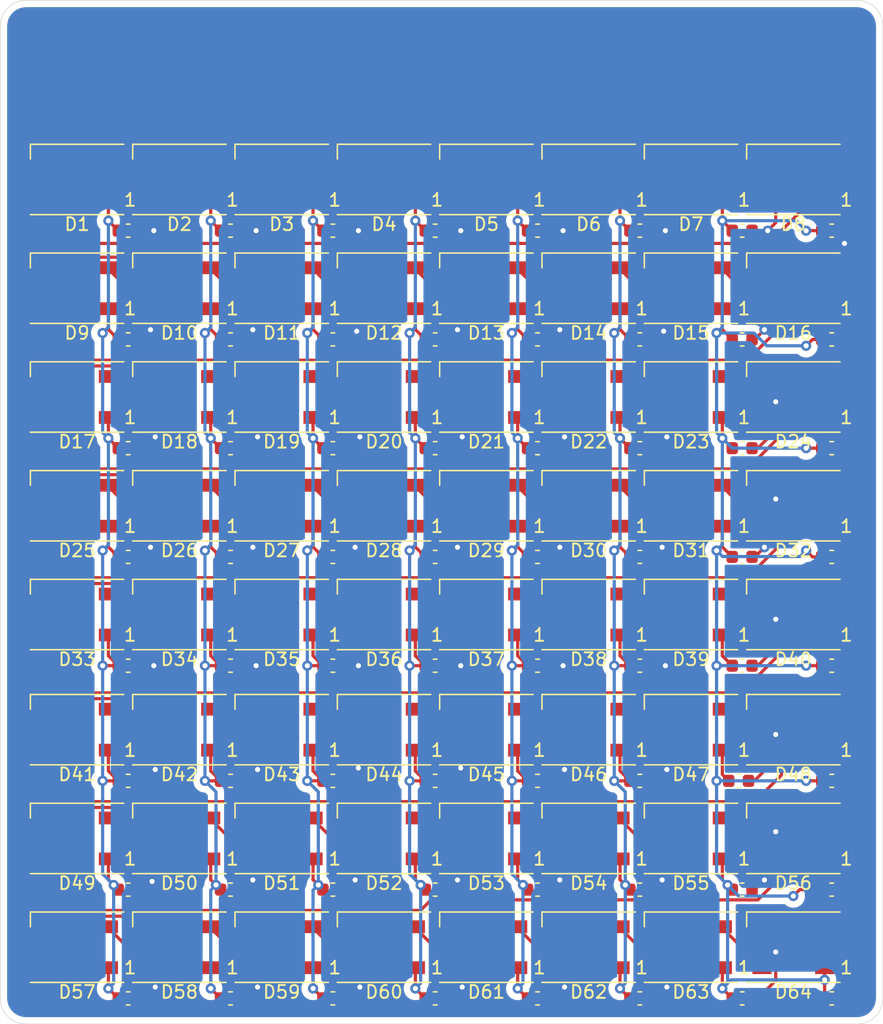
<source format=kicad_pcb>
(kicad_pcb (version 20171130) (host pcbnew "(5.1.9-0-10_14)")
  (layers (0 F.Cu signal) (31 B.Cu signal) (34 B.Paste user) (35 F.Paste user) (36 B.SilkS user) (37 F.SilkS user) (38 B.Mask user) (39 F.Mask user) (44 Edge.Cuts user))
  (net 0 "")
  (net 1 GND)
  (net 2 VCC)
  (net 3 "Net-(D1-Pad2)")
  (net 4 DIN)
  (net 5 "Net-(D2-Pad2)")
  (net 6 "Net-(D3-Pad2)")
  (net 7 "Net-(D4-Pad2)")
  (net 8 "Net-(D5-Pad2)")
  (net 9 "Net-(D6-Pad2)")
  (net 10 "Net-(D7-Pad2)")
  (net 11 "Net-(D8-Pad2)")
  (net 12 "Net-(D10-Pad4)")
  (net 13 "Net-(D10-Pad2)")
  (net 14 "Net-(D11-Pad2)")
  (net 15 "Net-(D12-Pad2)")
  (net 16 "Net-(D13-Pad2)")
  (net 17 "Net-(D14-Pad2)")
  (net 18 "Net-(D15-Pad2)")
  (net 19 "Net-(D16-Pad2)")
  (net 20 "Net-(D17-Pad2)")
  (net 21 "Net-(D18-Pad2)")
  (net 22 "Net-(D19-Pad2)")
  (net 23 "Net-(D20-Pad2)")
  (net 24 "Net-(D21-Pad2)")
  (net 25 "Net-(D22-Pad2)")
  (net 26 "Net-(D23-Pad2)")
  (net 27 "Net-(D24-Pad2)")
  (net 28 "Net-(D25-Pad2)")
  (net 29 "Net-(D26-Pad2)")
  (net 30 "Net-(D27-Pad2)")
  (net 31 "Net-(D28-Pad2)")
  (net 32 "Net-(D29-Pad2)")
  (net 33 "Net-(D30-Pad2)")
  (net 34 "Net-(D31-Pad2)")
  (net 35 "Net-(D32-Pad2)")
  (net 36 "Net-(D33-Pad2)")
  (net 37 "Net-(D34-Pad2)")
  (net 38 "Net-(D35-Pad2)")
  (net 39 "Net-(D36-Pad2)")
  (net 40 "Net-(D37-Pad2)")
  (net 41 "Net-(D38-Pad2)")
  (net 42 "Net-(D39-Pad2)")
  (net 43 "Net-(D40-Pad2)")
  (net 44 "Net-(D41-Pad2)")
  (net 45 "Net-(D42-Pad2)")
  (net 46 "Net-(D43-Pad2)")
  (net 47 "Net-(D44-Pad2)")
  (net 48 "Net-(D45-Pad2)")
  (net 49 "Net-(D46-Pad2)")
  (net 50 "Net-(D47-Pad2)")
  (net 51 "Net-(D48-Pad2)")
  (net 52 "Net-(D49-Pad2)")
  (net 53 "Net-(D50-Pad2)")
  (net 54 "Net-(D51-Pad2)")
  (net 55 "Net-(D52-Pad2)")
  (net 56 "Net-(D53-Pad2)")
  (net 57 "Net-(D54-Pad2)")
  (net 58 "Net-(D55-Pad2)")
  (net 59 "Net-(D56-Pad2)")
  (net 60 "Net-(D57-Pad2)")
  (net 61 "Net-(D58-Pad2)")
  (net 62 "Net-(D59-Pad2)")
  (net 63 "Net-(D60-Pad2)")
  (net 64 "Net-(D61-Pad2)")
  (net 65 "Net-(D62-Pad2)")
  (net 66 "Net-(D63-Pad2)")
  (net 67 "Net-(D64-Pad2)")
  (module LED_SMD:LED_WS2812B_PLCC4_5.0x5.0mm_P3.2mm (layer F.Cu) (at 187 139 180)
    (fp_text reference D64 (at 0 -3.5) (layer F.SilkS))
    (fp_text value WS2812B)
    (fp_text user 1 (at -4.15 -1.6) (layer F.SilkS))
    (pad 1 smd rect (at -2.45 -1.6 180) (size 1.5 1) (layers F.Cu F.Paste F.Mask) (net 2 VCC))
    (pad 2 smd rect (at -2.45 1.6 180) (size 1.5 1) (layers F.Cu F.Paste F.Mask) (net 67 "Net-(D64-Pad2)"))
    (pad 4 smd rect (at 2.45 -1.6 180) (size 1.5 1) (layers F.Cu F.Paste F.Mask) (net 66 "Net-(D63-Pad2)"))
    (pad 3 smd rect (at 2.45 1.6 180) (size 1.5 1) (layers F.Cu F.Paste F.Mask) (net 1 GND))
  )
  (module LED_SMD:LED_WS2812B_PLCC4_5.0x5.0mm_P3.2mm (layer F.Cu) (at 179 139 180)
    (fp_text reference D63 (at 0 -3.5) (layer F.SilkS))
    (fp_text value WS2812B)
    (fp_text user 1 (at -4.15 -1.6) (layer F.SilkS))
    (pad 1 smd rect (at -2.45 -1.6 180) (size 1.5 1) (layers F.Cu F.Paste F.Mask) (net 2 VCC))
    (pad 2 smd rect (at -2.45 1.6 180) (size 1.5 1) (layers F.Cu F.Paste F.Mask) (net 66 "Net-(D63-Pad2)"))
    (pad 4 smd rect (at 2.45 -1.6 180) (size 1.5 1) (layers F.Cu F.Paste F.Mask) (net 65 "Net-(D62-Pad2)"))
    (pad 3 smd rect (at 2.45 1.6 180) (size 1.5 1) (layers F.Cu F.Paste F.Mask) (net 1 GND))
  )
  (module LED_SMD:LED_WS2812B_PLCC4_5.0x5.0mm_P3.2mm (layer F.Cu) (at 171 139 180)
    (fp_text reference D62 (at 0 -3.5) (layer F.SilkS))
    (fp_text value WS2812B)
    (fp_text user 1 (at -4.15 -1.6) (layer F.SilkS))
    (pad 1 smd rect (at -2.45 -1.6 180) (size 1.5 1) (layers F.Cu F.Paste F.Mask) (net 2 VCC))
    (pad 2 smd rect (at -2.45 1.6 180) (size 1.5 1) (layers F.Cu F.Paste F.Mask) (net 65 "Net-(D62-Pad2)"))
    (pad 4 smd rect (at 2.45 -1.6 180) (size 1.5 1) (layers F.Cu F.Paste F.Mask) (net 64 "Net-(D61-Pad2)"))
    (pad 3 smd rect (at 2.45 1.6 180) (size 1.5 1) (layers F.Cu F.Paste F.Mask) (net 1 GND))
  )
  (module LED_SMD:LED_WS2812B_PLCC4_5.0x5.0mm_P3.2mm (layer F.Cu) (at 163 139 180)
    (fp_text reference D61 (at 0 -3.5) (layer F.SilkS))
    (fp_text value WS2812B)
    (fp_text user 1 (at -4.15 -1.6) (layer F.SilkS))
    (pad 1 smd rect (at -2.45 -1.6 180) (size 1.5 1) (layers F.Cu F.Paste F.Mask) (net 2 VCC))
    (pad 2 smd rect (at -2.45 1.6 180) (size 1.5 1) (layers F.Cu F.Paste F.Mask) (net 64 "Net-(D61-Pad2)"))
    (pad 4 smd rect (at 2.45 -1.6 180) (size 1.5 1) (layers F.Cu F.Paste F.Mask) (net 63 "Net-(D60-Pad2)"))
    (pad 3 smd rect (at 2.45 1.6 180) (size 1.5 1) (layers F.Cu F.Paste F.Mask) (net 1 GND))
  )
  (module LED_SMD:LED_WS2812B_PLCC4_5.0x5.0mm_P3.2mm (layer F.Cu) (at 155 139 180)
    (fp_text reference D60 (at 0 -3.5) (layer F.SilkS))
    (fp_text value WS2812B)
    (fp_text user 1 (at -4.15 -1.6) (layer F.SilkS))
    (pad 1 smd rect (at -2.45 -1.6 180) (size 1.5 1) (layers F.Cu F.Paste F.Mask) (net 2 VCC))
    (pad 2 smd rect (at -2.45 1.6 180) (size 1.5 1) (layers F.Cu F.Paste F.Mask) (net 63 "Net-(D60-Pad2)"))
    (pad 4 smd rect (at 2.45 -1.6 180) (size 1.5 1) (layers F.Cu F.Paste F.Mask) (net 62 "Net-(D59-Pad2)"))
    (pad 3 smd rect (at 2.45 1.6 180) (size 1.5 1) (layers F.Cu F.Paste F.Mask) (net 1 GND))
  )
  (module LED_SMD:LED_WS2812B_PLCC4_5.0x5.0mm_P3.2mm (layer F.Cu) (at 147 139 180)
    (fp_text reference D59 (at 0 -3.5) (layer F.SilkS))
    (fp_text value WS2812B)
    (fp_text user 1 (at -4.15 -1.6) (layer F.SilkS))
    (pad 1 smd rect (at -2.45 -1.6 180) (size 1.5 1) (layers F.Cu F.Paste F.Mask) (net 2 VCC))
    (pad 2 smd rect (at -2.45 1.6 180) (size 1.5 1) (layers F.Cu F.Paste F.Mask) (net 62 "Net-(D59-Pad2)"))
    (pad 4 smd rect (at 2.45 -1.6 180) (size 1.5 1) (layers F.Cu F.Paste F.Mask) (net 61 "Net-(D58-Pad2)"))
    (pad 3 smd rect (at 2.45 1.6 180) (size 1.5 1) (layers F.Cu F.Paste F.Mask) (net 1 GND))
  )
  (module LED_SMD:LED_WS2812B_PLCC4_5.0x5.0mm_P3.2mm (layer F.Cu) (at 139 139 180)
    (fp_text reference D58 (at 0 -3.5) (layer F.SilkS))
    (fp_text value WS2812B)
    (fp_text user 1 (at -4.15 -1.6) (layer F.SilkS))
    (pad 1 smd rect (at -2.45 -1.6 180) (size 1.5 1) (layers F.Cu F.Paste F.Mask) (net 2 VCC))
    (pad 2 smd rect (at -2.45 1.6 180) (size 1.5 1) (layers F.Cu F.Paste F.Mask) (net 61 "Net-(D58-Pad2)"))
    (pad 4 smd rect (at 2.45 -1.6 180) (size 1.5 1) (layers F.Cu F.Paste F.Mask) (net 60 "Net-(D57-Pad2)"))
    (pad 3 smd rect (at 2.45 1.6 180) (size 1.5 1) (layers F.Cu F.Paste F.Mask) (net 1 GND))
  )
  (module LED_SMD:LED_WS2812B_PLCC4_5.0x5.0mm_P3.2mm (layer F.Cu) (at 131 139 180)
    (fp_text reference D57 (at 0 -3.5) (layer F.SilkS))
    (fp_text value WS2812B)
    (fp_text user 1 (at -4.15 -1.6) (layer F.SilkS))
    (pad 1 smd rect (at -2.45 -1.6 180) (size 1.5 1) (layers F.Cu F.Paste F.Mask) (net 2 VCC))
    (pad 2 smd rect (at -2.45 1.6 180) (size 1.5 1) (layers F.Cu F.Paste F.Mask) (net 60 "Net-(D57-Pad2)"))
    (pad 4 smd rect (at 2.45 -1.6 180) (size 1.5 1) (layers F.Cu F.Paste F.Mask) (net 59 "Net-(D56-Pad2)"))
    (pad 3 smd rect (at 2.45 1.6 180) (size 1.5 1) (layers F.Cu F.Paste F.Mask) (net 1 GND))
  )
  (module LED_SMD:LED_WS2812B_PLCC4_5.0x5.0mm_P3.2mm (layer F.Cu) (at 187 130.5 180)
    (fp_text reference D56 (at 0 -3.5) (layer F.SilkS))
    (fp_text value WS2812B)
    (fp_text user 1 (at -4.15 -1.6) (layer F.SilkS))
    (pad 1 smd rect (at -2.45 -1.6 180) (size 1.5 1) (layers F.Cu F.Paste F.Mask) (net 2 VCC))
    (pad 2 smd rect (at -2.45 1.6 180) (size 1.5 1) (layers F.Cu F.Paste F.Mask) (net 59 "Net-(D56-Pad2)"))
    (pad 4 smd rect (at 2.45 -1.6 180) (size 1.5 1) (layers F.Cu F.Paste F.Mask) (net 58 "Net-(D55-Pad2)"))
    (pad 3 smd rect (at 2.45 1.6 180) (size 1.5 1) (layers F.Cu F.Paste F.Mask) (net 1 GND))
  )
  (module LED_SMD:LED_WS2812B_PLCC4_5.0x5.0mm_P3.2mm (layer F.Cu) (at 179 130.5 180)
    (fp_text reference D55 (at 0 -3.5) (layer F.SilkS))
    (fp_text value WS2812B)
    (fp_text user 1 (at -4.15 -1.6) (layer F.SilkS))
    (pad 1 smd rect (at -2.45 -1.6 180) (size 1.5 1) (layers F.Cu F.Paste F.Mask) (net 2 VCC))
    (pad 2 smd rect (at -2.45 1.6 180) (size 1.5 1) (layers F.Cu F.Paste F.Mask) (net 58 "Net-(D55-Pad2)"))
    (pad 4 smd rect (at 2.45 -1.6 180) (size 1.5 1) (layers F.Cu F.Paste F.Mask) (net 57 "Net-(D54-Pad2)"))
    (pad 3 smd rect (at 2.45 1.6 180) (size 1.5 1) (layers F.Cu F.Paste F.Mask) (net 1 GND))
  )
  (module LED_SMD:LED_WS2812B_PLCC4_5.0x5.0mm_P3.2mm (layer F.Cu) (at 171 130.5 180)
    (fp_text reference D54 (at 0 -3.5) (layer F.SilkS))
    (fp_text value WS2812B)
    (fp_text user 1 (at -4.15 -1.6) (layer F.SilkS))
    (pad 1 smd rect (at -2.45 -1.6 180) (size 1.5 1) (layers F.Cu F.Paste F.Mask) (net 2 VCC))
    (pad 2 smd rect (at -2.45 1.6 180) (size 1.5 1) (layers F.Cu F.Paste F.Mask) (net 57 "Net-(D54-Pad2)"))
    (pad 4 smd rect (at 2.45 -1.6 180) (size 1.5 1) (layers F.Cu F.Paste F.Mask) (net 56 "Net-(D53-Pad2)"))
    (pad 3 smd rect (at 2.45 1.6 180) (size 1.5 1) (layers F.Cu F.Paste F.Mask) (net 1 GND))
  )
  (module LED_SMD:LED_WS2812B_PLCC4_5.0x5.0mm_P3.2mm (layer F.Cu) (at 163 130.5 180)
    (fp_text reference D53 (at 0 -3.5) (layer F.SilkS))
    (fp_text value WS2812B)
    (fp_text user 1 (at -4.15 -1.6) (layer F.SilkS))
    (pad 1 smd rect (at -2.45 -1.6 180) (size 1.5 1) (layers F.Cu F.Paste F.Mask) (net 2 VCC))
    (pad 2 smd rect (at -2.45 1.6 180) (size 1.5 1) (layers F.Cu F.Paste F.Mask) (net 56 "Net-(D53-Pad2)"))
    (pad 4 smd rect (at 2.45 -1.6 180) (size 1.5 1) (layers F.Cu F.Paste F.Mask) (net 55 "Net-(D52-Pad2)"))
    (pad 3 smd rect (at 2.45 1.6 180) (size 1.5 1) (layers F.Cu F.Paste F.Mask) (net 1 GND))
  )
  (module LED_SMD:LED_WS2812B_PLCC4_5.0x5.0mm_P3.2mm (layer F.Cu) (at 155 130.5 180)
    (fp_text reference D52 (at 0 -3.5) (layer F.SilkS))
    (fp_text value WS2812B)
    (fp_text user 1 (at -4.15 -1.6) (layer F.SilkS))
    (pad 1 smd rect (at -2.45 -1.6 180) (size 1.5 1) (layers F.Cu F.Paste F.Mask) (net 2 VCC))
    (pad 2 smd rect (at -2.45 1.6 180) (size 1.5 1) (layers F.Cu F.Paste F.Mask) (net 55 "Net-(D52-Pad2)"))
    (pad 4 smd rect (at 2.45 -1.6 180) (size 1.5 1) (layers F.Cu F.Paste F.Mask) (net 54 "Net-(D51-Pad2)"))
    (pad 3 smd rect (at 2.45 1.6 180) (size 1.5 1) (layers F.Cu F.Paste F.Mask) (net 1 GND))
  )
  (module LED_SMD:LED_WS2812B_PLCC4_5.0x5.0mm_P3.2mm (layer F.Cu) (at 147 130.5 180)
    (fp_text reference D51 (at 0 -3.5) (layer F.SilkS))
    (fp_text value WS2812B)
    (fp_text user 1 (at -4.15 -1.6) (layer F.SilkS))
    (pad 1 smd rect (at -2.45 -1.6 180) (size 1.5 1) (layers F.Cu F.Paste F.Mask) (net 2 VCC))
    (pad 2 smd rect (at -2.45 1.6 180) (size 1.5 1) (layers F.Cu F.Paste F.Mask) (net 54 "Net-(D51-Pad2)"))
    (pad 4 smd rect (at 2.45 -1.6 180) (size 1.5 1) (layers F.Cu F.Paste F.Mask) (net 53 "Net-(D50-Pad2)"))
    (pad 3 smd rect (at 2.45 1.6 180) (size 1.5 1) (layers F.Cu F.Paste F.Mask) (net 1 GND))
  )
  (module LED_SMD:LED_WS2812B_PLCC4_5.0x5.0mm_P3.2mm (layer F.Cu) (at 139 130.5 180)
    (fp_text reference D50 (at 0 -3.5) (layer F.SilkS))
    (fp_text value WS2812B)
    (fp_text user 1 (at -4.15 -1.6) (layer F.SilkS))
    (pad 1 smd rect (at -2.45 -1.6 180) (size 1.5 1) (layers F.Cu F.Paste F.Mask) (net 2 VCC))
    (pad 2 smd rect (at -2.45 1.6 180) (size 1.5 1) (layers F.Cu F.Paste F.Mask) (net 53 "Net-(D50-Pad2)"))
    (pad 4 smd rect (at 2.45 -1.6 180) (size 1.5 1) (layers F.Cu F.Paste F.Mask) (net 52 "Net-(D49-Pad2)"))
    (pad 3 smd rect (at 2.45 1.6 180) (size 1.5 1) (layers F.Cu F.Paste F.Mask) (net 1 GND))
  )
  (module LED_SMD:LED_WS2812B_PLCC4_5.0x5.0mm_P3.2mm (layer F.Cu) (at 131 130.5 180)
    (fp_text reference D49 (at 0 -3.5) (layer F.SilkS))
    (fp_text value WS2812B)
    (fp_text user 1 (at -4.15 -1.6) (layer F.SilkS))
    (pad 1 smd rect (at -2.45 -1.6 180) (size 1.5 1) (layers F.Cu F.Paste F.Mask) (net 2 VCC))
    (pad 2 smd rect (at -2.45 1.6 180) (size 1.5 1) (layers F.Cu F.Paste F.Mask) (net 52 "Net-(D49-Pad2)"))
    (pad 4 smd rect (at 2.45 -1.6 180) (size 1.5 1) (layers F.Cu F.Paste F.Mask) (net 51 "Net-(D48-Pad2)"))
    (pad 3 smd rect (at 2.45 1.6 180) (size 1.5 1) (layers F.Cu F.Paste F.Mask) (net 1 GND))
  )
  (module LED_SMD:LED_WS2812B_PLCC4_5.0x5.0mm_P3.2mm (layer F.Cu) (at 187 122 180)
    (fp_text reference D48 (at 0 -3.5) (layer F.SilkS))
    (fp_text value WS2812B)
    (fp_text user 1 (at -4.15 -1.6) (layer F.SilkS))
    (pad 1 smd rect (at -2.45 -1.6 180) (size 1.5 1) (layers F.Cu F.Paste F.Mask) (net 2 VCC))
    (pad 2 smd rect (at -2.45 1.6 180) (size 1.5 1) (layers F.Cu F.Paste F.Mask) (net 51 "Net-(D48-Pad2)"))
    (pad 4 smd rect (at 2.45 -1.6 180) (size 1.5 1) (layers F.Cu F.Paste F.Mask) (net 50 "Net-(D47-Pad2)"))
    (pad 3 smd rect (at 2.45 1.6 180) (size 1.5 1) (layers F.Cu F.Paste F.Mask) (net 1 GND))
  )
  (module LED_SMD:LED_WS2812B_PLCC4_5.0x5.0mm_P3.2mm (layer F.Cu) (at 179 122 180)
    (fp_text reference D47 (at 0 -3.5) (layer F.SilkS))
    (fp_text value WS2812B)
    (fp_text user 1 (at -4.15 -1.6) (layer F.SilkS))
    (pad 1 smd rect (at -2.45 -1.6 180) (size 1.5 1) (layers F.Cu F.Paste F.Mask) (net 2 VCC))
    (pad 2 smd rect (at -2.45 1.6 180) (size 1.5 1) (layers F.Cu F.Paste F.Mask) (net 50 "Net-(D47-Pad2)"))
    (pad 4 smd rect (at 2.45 -1.6 180) (size 1.5 1) (layers F.Cu F.Paste F.Mask) (net 49 "Net-(D46-Pad2)"))
    (pad 3 smd rect (at 2.45 1.6 180) (size 1.5 1) (layers F.Cu F.Paste F.Mask) (net 1 GND))
  )
  (module LED_SMD:LED_WS2812B_PLCC4_5.0x5.0mm_P3.2mm (layer F.Cu) (at 171 122 180)
    (fp_text reference D46 (at 0 -3.5) (layer F.SilkS))
    (fp_text value WS2812B)
    (fp_text user 1 (at -4.15 -1.6) (layer F.SilkS))
    (pad 1 smd rect (at -2.45 -1.6 180) (size 1.5 1) (layers F.Cu F.Paste F.Mask) (net 2 VCC))
    (pad 2 smd rect (at -2.45 1.6 180) (size 1.5 1) (layers F.Cu F.Paste F.Mask) (net 49 "Net-(D46-Pad2)"))
    (pad 4 smd rect (at 2.45 -1.6 180) (size 1.5 1) (layers F.Cu F.Paste F.Mask) (net 48 "Net-(D45-Pad2)"))
    (pad 3 smd rect (at 2.45 1.6 180) (size 1.5 1) (layers F.Cu F.Paste F.Mask) (net 1 GND))
  )
  (module LED_SMD:LED_WS2812B_PLCC4_5.0x5.0mm_P3.2mm (layer F.Cu) (at 163 122 180)
    (fp_text reference D45 (at 0 -3.5) (layer F.SilkS))
    (fp_text value WS2812B)
    (fp_text user 1 (at -4.15 -1.6) (layer F.SilkS))
    (pad 1 smd rect (at -2.45 -1.6 180) (size 1.5 1) (layers F.Cu F.Paste F.Mask) (net 2 VCC))
    (pad 2 smd rect (at -2.45 1.6 180) (size 1.5 1) (layers F.Cu F.Paste F.Mask) (net 48 "Net-(D45-Pad2)"))
    (pad 4 smd rect (at 2.45 -1.6 180) (size 1.5 1) (layers F.Cu F.Paste F.Mask) (net 47 "Net-(D44-Pad2)"))
    (pad 3 smd rect (at 2.45 1.6 180) (size 1.5 1) (layers F.Cu F.Paste F.Mask) (net 1 GND))
  )
  (module LED_SMD:LED_WS2812B_PLCC4_5.0x5.0mm_P3.2mm (layer F.Cu) (at 155 122 180)
    (fp_text reference D44 (at 0 -3.5) (layer F.SilkS))
    (fp_text value WS2812B)
    (fp_text user 1 (at -4.15 -1.6) (layer F.SilkS))
    (pad 1 smd rect (at -2.45 -1.6 180) (size 1.5 1) (layers F.Cu F.Paste F.Mask) (net 2 VCC))
    (pad 2 smd rect (at -2.45 1.6 180) (size 1.5 1) (layers F.Cu F.Paste F.Mask) (net 47 "Net-(D44-Pad2)"))
    (pad 4 smd rect (at 2.45 -1.6 180) (size 1.5 1) (layers F.Cu F.Paste F.Mask) (net 46 "Net-(D43-Pad2)"))
    (pad 3 smd rect (at 2.45 1.6 180) (size 1.5 1) (layers F.Cu F.Paste F.Mask) (net 1 GND))
  )
  (module LED_SMD:LED_WS2812B_PLCC4_5.0x5.0mm_P3.2mm (layer F.Cu) (at 147 122 180)
    (fp_text reference D43 (at 0 -3.5) (layer F.SilkS))
    (fp_text value WS2812B)
    (fp_text user 1 (at -4.15 -1.6) (layer F.SilkS))
    (pad 1 smd rect (at -2.45 -1.6 180) (size 1.5 1) (layers F.Cu F.Paste F.Mask) (net 2 VCC))
    (pad 2 smd rect (at -2.45 1.6 180) (size 1.5 1) (layers F.Cu F.Paste F.Mask) (net 46 "Net-(D43-Pad2)"))
    (pad 4 smd rect (at 2.45 -1.6 180) (size 1.5 1) (layers F.Cu F.Paste F.Mask) (net 45 "Net-(D42-Pad2)"))
    (pad 3 smd rect (at 2.45 1.6 180) (size 1.5 1) (layers F.Cu F.Paste F.Mask) (net 1 GND))
  )
  (module LED_SMD:LED_WS2812B_PLCC4_5.0x5.0mm_P3.2mm (layer F.Cu) (at 139 122 180)
    (fp_text reference D42 (at 0 -3.5) (layer F.SilkS))
    (fp_text value WS2812B)
    (fp_text user 1 (at -4.15 -1.6) (layer F.SilkS))
    (pad 1 smd rect (at -2.45 -1.6 180) (size 1.5 1) (layers F.Cu F.Paste F.Mask) (net 2 VCC))
    (pad 2 smd rect (at -2.45 1.6 180) (size 1.5 1) (layers F.Cu F.Paste F.Mask) (net 45 "Net-(D42-Pad2)"))
    (pad 4 smd rect (at 2.45 -1.6 180) (size 1.5 1) (layers F.Cu F.Paste F.Mask) (net 44 "Net-(D41-Pad2)"))
    (pad 3 smd rect (at 2.45 1.6 180) (size 1.5 1) (layers F.Cu F.Paste F.Mask) (net 1 GND))
  )
  (module LED_SMD:LED_WS2812B_PLCC4_5.0x5.0mm_P3.2mm (layer F.Cu) (at 131 122 180)
    (fp_text reference D41 (at 0 -3.5) (layer F.SilkS))
    (fp_text value WS2812B)
    (fp_text user 1 (at -4.15 -1.6) (layer F.SilkS))
    (pad 1 smd rect (at -2.45 -1.6 180) (size 1.5 1) (layers F.Cu F.Paste F.Mask) (net 2 VCC))
    (pad 2 smd rect (at -2.45 1.6 180) (size 1.5 1) (layers F.Cu F.Paste F.Mask) (net 44 "Net-(D41-Pad2)"))
    (pad 4 smd rect (at 2.45 -1.6 180) (size 1.5 1) (layers F.Cu F.Paste F.Mask) (net 43 "Net-(D40-Pad2)"))
    (pad 3 smd rect (at 2.45 1.6 180) (size 1.5 1) (layers F.Cu F.Paste F.Mask) (net 1 GND))
  )
  (module LED_SMD:LED_WS2812B_PLCC4_5.0x5.0mm_P3.2mm (layer F.Cu) (at 187 113 180)
    (fp_text reference D40 (at 0 -3.5) (layer F.SilkS))
    (fp_text value WS2812B)
    (fp_text user 1 (at -4.15 -1.6) (layer F.SilkS))
    (pad 1 smd rect (at -2.45 -1.6 180) (size 1.5 1) (layers F.Cu F.Paste F.Mask) (net 2 VCC))
    (pad 2 smd rect (at -2.45 1.6 180) (size 1.5 1) (layers F.Cu F.Paste F.Mask) (net 43 "Net-(D40-Pad2)"))
    (pad 4 smd rect (at 2.45 -1.6 180) (size 1.5 1) (layers F.Cu F.Paste F.Mask) (net 42 "Net-(D39-Pad2)"))
    (pad 3 smd rect (at 2.45 1.6 180) (size 1.5 1) (layers F.Cu F.Paste F.Mask) (net 1 GND))
  )
  (module LED_SMD:LED_WS2812B_PLCC4_5.0x5.0mm_P3.2mm (layer F.Cu) (at 179 113 180)
    (fp_text reference D39 (at 0 -3.5) (layer F.SilkS))
    (fp_text value WS2812B)
    (fp_text user 1 (at -4.15 -1.6) (layer F.SilkS))
    (pad 1 smd rect (at -2.45 -1.6 180) (size 1.5 1) (layers F.Cu F.Paste F.Mask) (net 2 VCC))
    (pad 2 smd rect (at -2.45 1.6 180) (size 1.5 1) (layers F.Cu F.Paste F.Mask) (net 42 "Net-(D39-Pad2)"))
    (pad 4 smd rect (at 2.45 -1.6 180) (size 1.5 1) (layers F.Cu F.Paste F.Mask) (net 41 "Net-(D38-Pad2)"))
    (pad 3 smd rect (at 2.45 1.6 180) (size 1.5 1) (layers F.Cu F.Paste F.Mask) (net 1 GND))
  )
  (module LED_SMD:LED_WS2812B_PLCC4_5.0x5.0mm_P3.2mm (layer F.Cu) (at 171 113 180)
    (fp_text reference D38 (at 0 -3.5) (layer F.SilkS))
    (fp_text value WS2812B)
    (fp_text user 1 (at -4.15 -1.6) (layer F.SilkS))
    (pad 1 smd rect (at -2.45 -1.6 180) (size 1.5 1) (layers F.Cu F.Paste F.Mask) (net 2 VCC))
    (pad 2 smd rect (at -2.45 1.6 180) (size 1.5 1) (layers F.Cu F.Paste F.Mask) (net 41 "Net-(D38-Pad2)"))
    (pad 4 smd rect (at 2.45 -1.6 180) (size 1.5 1) (layers F.Cu F.Paste F.Mask) (net 40 "Net-(D37-Pad2)"))
    (pad 3 smd rect (at 2.45 1.6 180) (size 1.5 1) (layers F.Cu F.Paste F.Mask) (net 1 GND))
  )
  (module LED_SMD:LED_WS2812B_PLCC4_5.0x5.0mm_P3.2mm (layer F.Cu) (at 163 113 180)
    (fp_text reference D37 (at 0 -3.5) (layer F.SilkS))
    (fp_text value WS2812B)
    (fp_text user 1 (at -4.15 -1.6) (layer F.SilkS))
    (pad 1 smd rect (at -2.45 -1.6 180) (size 1.5 1) (layers F.Cu F.Paste F.Mask) (net 2 VCC))
    (pad 2 smd rect (at -2.45 1.6 180) (size 1.5 1) (layers F.Cu F.Paste F.Mask) (net 40 "Net-(D37-Pad2)"))
    (pad 4 smd rect (at 2.45 -1.6 180) (size 1.5 1) (layers F.Cu F.Paste F.Mask) (net 39 "Net-(D36-Pad2)"))
    (pad 3 smd rect (at 2.45 1.6 180) (size 1.5 1) (layers F.Cu F.Paste F.Mask) (net 1 GND))
  )
  (module LED_SMD:LED_WS2812B_PLCC4_5.0x5.0mm_P3.2mm (layer F.Cu) (at 155 113 180)
    (fp_text reference D36 (at 0 -3.5) (layer F.SilkS))
    (fp_text value WS2812B)
    (fp_text user 1 (at -4.15 -1.6) (layer F.SilkS))
    (pad 1 smd rect (at -2.45 -1.6 180) (size 1.5 1) (layers F.Cu F.Paste F.Mask) (net 2 VCC))
    (pad 2 smd rect (at -2.45 1.6 180) (size 1.5 1) (layers F.Cu F.Paste F.Mask) (net 39 "Net-(D36-Pad2)"))
    (pad 4 smd rect (at 2.45 -1.6 180) (size 1.5 1) (layers F.Cu F.Paste F.Mask) (net 38 "Net-(D35-Pad2)"))
    (pad 3 smd rect (at 2.45 1.6 180) (size 1.5 1) (layers F.Cu F.Paste F.Mask) (net 1 GND))
  )
  (module LED_SMD:LED_WS2812B_PLCC4_5.0x5.0mm_P3.2mm (layer F.Cu) (at 147 113 180)
    (fp_text reference D35 (at 0 -3.5) (layer F.SilkS))
    (fp_text value WS2812B)
    (fp_text user 1 (at -4.15 -1.6) (layer F.SilkS))
    (pad 1 smd rect (at -2.45 -1.6 180) (size 1.5 1) (layers F.Cu F.Paste F.Mask) (net 2 VCC))
    (pad 2 smd rect (at -2.45 1.6 180) (size 1.5 1) (layers F.Cu F.Paste F.Mask) (net 38 "Net-(D35-Pad2)"))
    (pad 4 smd rect (at 2.45 -1.6 180) (size 1.5 1) (layers F.Cu F.Paste F.Mask) (net 37 "Net-(D34-Pad2)"))
    (pad 3 smd rect (at 2.45 1.6 180) (size 1.5 1) (layers F.Cu F.Paste F.Mask) (net 1 GND))
  )
  (module LED_SMD:LED_WS2812B_PLCC4_5.0x5.0mm_P3.2mm (layer F.Cu) (at 139 113 180)
    (fp_text reference D34 (at 0 -3.5) (layer F.SilkS))
    (fp_text value WS2812B)
    (fp_text user 1 (at -4.15 -1.6) (layer F.SilkS))
    (pad 1 smd rect (at -2.45 -1.6 180) (size 1.5 1) (layers F.Cu F.Paste F.Mask) (net 2 VCC))
    (pad 2 smd rect (at -2.45 1.6 180) (size 1.5 1) (layers F.Cu F.Paste F.Mask) (net 37 "Net-(D34-Pad2)"))
    (pad 4 smd rect (at 2.45 -1.6 180) (size 1.5 1) (layers F.Cu F.Paste F.Mask) (net 36 "Net-(D33-Pad2)"))
    (pad 3 smd rect (at 2.45 1.6 180) (size 1.5 1) (layers F.Cu F.Paste F.Mask) (net 1 GND))
  )
  (module LED_SMD:LED_WS2812B_PLCC4_5.0x5.0mm_P3.2mm (layer F.Cu) (at 131 113 180)
    (fp_text reference D33 (at 0 -3.5) (layer F.SilkS))
    (fp_text value WS2812B)
    (fp_text user 1 (at -4.15 -1.6) (layer F.SilkS))
    (pad 1 smd rect (at -2.45 -1.6 180) (size 1.5 1) (layers F.Cu F.Paste F.Mask) (net 2 VCC))
    (pad 2 smd rect (at -2.45 1.6 180) (size 1.5 1) (layers F.Cu F.Paste F.Mask) (net 36 "Net-(D33-Pad2)"))
    (pad 4 smd rect (at 2.45 -1.6 180) (size 1.5 1) (layers F.Cu F.Paste F.Mask) (net 35 "Net-(D32-Pad2)"))
    (pad 3 smd rect (at 2.45 1.6 180) (size 1.5 1) (layers F.Cu F.Paste F.Mask) (net 1 GND))
  )
  (module LED_SMD:LED_WS2812B_PLCC4_5.0x5.0mm_P3.2mm (layer F.Cu) (at 187 104.5 180)
    (fp_text reference D32 (at 0 -3.5) (layer F.SilkS))
    (fp_text value WS2812B)
    (fp_text user 1 (at -4.15 -1.6) (layer F.SilkS))
    (pad 1 smd rect (at -2.45 -1.6 180) (size 1.5 1) (layers F.Cu F.Paste F.Mask) (net 2 VCC))
    (pad 2 smd rect (at -2.45 1.6 180) (size 1.5 1) (layers F.Cu F.Paste F.Mask) (net 35 "Net-(D32-Pad2)"))
    (pad 4 smd rect (at 2.45 -1.6 180) (size 1.5 1) (layers F.Cu F.Paste F.Mask) (net 34 "Net-(D31-Pad2)"))
    (pad 3 smd rect (at 2.45 1.6 180) (size 1.5 1) (layers F.Cu F.Paste F.Mask) (net 1 GND))
  )
  (module LED_SMD:LED_WS2812B_PLCC4_5.0x5.0mm_P3.2mm (layer F.Cu) (at 179 104.5 180)
    (fp_text reference D31 (at 0 -3.5) (layer F.SilkS))
    (fp_text value WS2812B)
    (fp_text user 1 (at -4.15 -1.6) (layer F.SilkS))
    (pad 1 smd rect (at -2.45 -1.6 180) (size 1.5 1) (layers F.Cu F.Paste F.Mask) (net 2 VCC))
    (pad 2 smd rect (at -2.45 1.6 180) (size 1.5 1) (layers F.Cu F.Paste F.Mask) (net 34 "Net-(D31-Pad2)"))
    (pad 4 smd rect (at 2.45 -1.6 180) (size 1.5 1) (layers F.Cu F.Paste F.Mask) (net 33 "Net-(D30-Pad2)"))
    (pad 3 smd rect (at 2.45 1.6 180) (size 1.5 1) (layers F.Cu F.Paste F.Mask) (net 1 GND))
  )
  (module LED_SMD:LED_WS2812B_PLCC4_5.0x5.0mm_P3.2mm (layer F.Cu) (at 171 104.5 180)
    (fp_text reference D30 (at 0 -3.5) (layer F.SilkS))
    (fp_text value WS2812B)
    (fp_text user 1 (at -4.15 -1.6) (layer F.SilkS))
    (pad 1 smd rect (at -2.45 -1.6 180) (size 1.5 1) (layers F.Cu F.Paste F.Mask) (net 2 VCC))
    (pad 2 smd rect (at -2.45 1.6 180) (size 1.5 1) (layers F.Cu F.Paste F.Mask) (net 33 "Net-(D30-Pad2)"))
    (pad 4 smd rect (at 2.45 -1.6 180) (size 1.5 1) (layers F.Cu F.Paste F.Mask) (net 32 "Net-(D29-Pad2)"))
    (pad 3 smd rect (at 2.45 1.6 180) (size 1.5 1) (layers F.Cu F.Paste F.Mask) (net 1 GND))
  )
  (module LED_SMD:LED_WS2812B_PLCC4_5.0x5.0mm_P3.2mm (layer F.Cu) (at 163 104.5 180)
    (fp_text reference D29 (at 0 -3.5) (layer F.SilkS))
    (fp_text value WS2812B)
    (fp_text user 1 (at -4.15 -1.6) (layer F.SilkS))
    (pad 1 smd rect (at -2.45 -1.6 180) (size 1.5 1) (layers F.Cu F.Paste F.Mask) (net 2 VCC))
    (pad 2 smd rect (at -2.45 1.6 180) (size 1.5 1) (layers F.Cu F.Paste F.Mask) (net 32 "Net-(D29-Pad2)"))
    (pad 4 smd rect (at 2.45 -1.6 180) (size 1.5 1) (layers F.Cu F.Paste F.Mask) (net 31 "Net-(D28-Pad2)"))
    (pad 3 smd rect (at 2.45 1.6 180) (size 1.5 1) (layers F.Cu F.Paste F.Mask) (net 1 GND))
  )
  (module LED_SMD:LED_WS2812B_PLCC4_5.0x5.0mm_P3.2mm (layer F.Cu) (at 155 104.5 180)
    (fp_text reference D28 (at 0 -3.5) (layer F.SilkS))
    (fp_text value WS2812B)
    (fp_text user 1 (at -4.15 -1.6) (layer F.SilkS))
    (pad 1 smd rect (at -2.45 -1.6 180) (size 1.5 1) (layers F.Cu F.Paste F.Mask) (net 2 VCC))
    (pad 2 smd rect (at -2.45 1.6 180) (size 1.5 1) (layers F.Cu F.Paste F.Mask) (net 31 "Net-(D28-Pad2)"))
    (pad 4 smd rect (at 2.45 -1.6 180) (size 1.5 1) (layers F.Cu F.Paste F.Mask) (net 30 "Net-(D27-Pad2)"))
    (pad 3 smd rect (at 2.45 1.6 180) (size 1.5 1) (layers F.Cu F.Paste F.Mask) (net 1 GND))
  )
  (module LED_SMD:LED_WS2812B_PLCC4_5.0x5.0mm_P3.2mm (layer F.Cu) (at 147 104.5 180)
    (fp_text reference D27 (at 0 -3.5) (layer F.SilkS))
    (fp_text value WS2812B)
    (fp_text user 1 (at -4.15 -1.6) (layer F.SilkS))
    (pad 1 smd rect (at -2.45 -1.6 180) (size 1.5 1) (layers F.Cu F.Paste F.Mask) (net 2 VCC))
    (pad 2 smd rect (at -2.45 1.6 180) (size 1.5 1) (layers F.Cu F.Paste F.Mask) (net 30 "Net-(D27-Pad2)"))
    (pad 4 smd rect (at 2.45 -1.6 180) (size 1.5 1) (layers F.Cu F.Paste F.Mask) (net 29 "Net-(D26-Pad2)"))
    (pad 3 smd rect (at 2.45 1.6 180) (size 1.5 1) (layers F.Cu F.Paste F.Mask) (net 1 GND))
  )
  (module LED_SMD:LED_WS2812B_PLCC4_5.0x5.0mm_P3.2mm (layer F.Cu) (at 139 104.5 180)
    (fp_text reference D26 (at 0 -3.5) (layer F.SilkS))
    (fp_text value WS2812B)
    (fp_text user 1 (at -4.15 -1.6) (layer F.SilkS))
    (pad 1 smd rect (at -2.45 -1.6 180) (size 1.5 1) (layers F.Cu F.Paste F.Mask) (net 2 VCC))
    (pad 2 smd rect (at -2.45 1.6 180) (size 1.5 1) (layers F.Cu F.Paste F.Mask) (net 29 "Net-(D26-Pad2)"))
    (pad 4 smd rect (at 2.45 -1.6 180) (size 1.5 1) (layers F.Cu F.Paste F.Mask) (net 28 "Net-(D25-Pad2)"))
    (pad 3 smd rect (at 2.45 1.6 180) (size 1.5 1) (layers F.Cu F.Paste F.Mask) (net 1 GND))
  )
  (module LED_SMD:LED_WS2812B_PLCC4_5.0x5.0mm_P3.2mm (layer F.Cu) (at 131 104.5 180)
    (fp_text reference D25 (at 0 -3.5) (layer F.SilkS))
    (fp_text value WS2812B)
    (fp_text user 1 (at -4.15 -1.6) (layer F.SilkS))
    (pad 1 smd rect (at -2.45 -1.6 180) (size 1.5 1) (layers F.Cu F.Paste F.Mask) (net 2 VCC))
    (pad 2 smd rect (at -2.45 1.6 180) (size 1.5 1) (layers F.Cu F.Paste F.Mask) (net 28 "Net-(D25-Pad2)"))
    (pad 4 smd rect (at 2.45 -1.6 180) (size 1.5 1) (layers F.Cu F.Paste F.Mask) (net 27 "Net-(D24-Pad2)"))
    (pad 3 smd rect (at 2.45 1.6 180) (size 1.5 1) (layers F.Cu F.Paste F.Mask) (net 1 GND))
  )
  (module LED_SMD:LED_WS2812B_PLCC4_5.0x5.0mm_P3.2mm (layer F.Cu) (at 187 96 180)
    (fp_text reference D24 (at 0 -3.5) (layer F.SilkS))
    (fp_text value WS2812B)
    (fp_text user 1 (at -4.15 -1.6) (layer F.SilkS))
    (pad 1 smd rect (at -2.45 -1.6 180) (size 1.5 1) (layers F.Cu F.Paste F.Mask) (net 2 VCC))
    (pad 2 smd rect (at -2.45 1.6 180) (size 1.5 1) (layers F.Cu F.Paste F.Mask) (net 27 "Net-(D24-Pad2)"))
    (pad 4 smd rect (at 2.45 -1.6 180) (size 1.5 1) (layers F.Cu F.Paste F.Mask) (net 26 "Net-(D23-Pad2)"))
    (pad 3 smd rect (at 2.45 1.6 180) (size 1.5 1) (layers F.Cu F.Paste F.Mask) (net 1 GND))
  )
  (module LED_SMD:LED_WS2812B_PLCC4_5.0x5.0mm_P3.2mm (layer F.Cu) (at 179 96 180)
    (fp_text reference D23 (at 0 -3.5) (layer F.SilkS))
    (fp_text value WS2812B)
    (fp_text user 1 (at -4.15 -1.6) (layer F.SilkS))
    (pad 1 smd rect (at -2.45 -1.6 180) (size 1.5 1) (layers F.Cu F.Paste F.Mask) (net 2 VCC))
    (pad 2 smd rect (at -2.45 1.6 180) (size 1.5 1) (layers F.Cu F.Paste F.Mask) (net 26 "Net-(D23-Pad2)"))
    (pad 4 smd rect (at 2.45 -1.6 180) (size 1.5 1) (layers F.Cu F.Paste F.Mask) (net 25 "Net-(D22-Pad2)"))
    (pad 3 smd rect (at 2.45 1.6 180) (size 1.5 1) (layers F.Cu F.Paste F.Mask) (net 1 GND))
  )
  (module LED_SMD:LED_WS2812B_PLCC4_5.0x5.0mm_P3.2mm (layer F.Cu) (at 171 96 180)
    (fp_text reference D22 (at 0 -3.5) (layer F.SilkS))
    (fp_text value WS2812B)
    (fp_text user 1 (at -4.15 -1.6) (layer F.SilkS))
    (pad 1 smd rect (at -2.45 -1.6 180) (size 1.5 1) (layers F.Cu F.Paste F.Mask) (net 2 VCC))
    (pad 2 smd rect (at -2.45 1.6 180) (size 1.5 1) (layers F.Cu F.Paste F.Mask) (net 25 "Net-(D22-Pad2)"))
    (pad 4 smd rect (at 2.45 -1.6 180) (size 1.5 1) (layers F.Cu F.Paste F.Mask) (net 24 "Net-(D21-Pad2)"))
    (pad 3 smd rect (at 2.45 1.6 180) (size 1.5 1) (layers F.Cu F.Paste F.Mask) (net 1 GND))
  )
  (module LED_SMD:LED_WS2812B_PLCC4_5.0x5.0mm_P3.2mm (layer F.Cu) (at 163 96 180)
    (fp_text reference D21 (at 0 -3.5) (layer F.SilkS))
    (fp_text value WS2812B)
    (fp_text user 1 (at -4.15 -1.6) (layer F.SilkS))
    (pad 1 smd rect (at -2.45 -1.6 180) (size 1.5 1) (layers F.Cu F.Paste F.Mask) (net 2 VCC))
    (pad 2 smd rect (at -2.45 1.6 180) (size 1.5 1) (layers F.Cu F.Paste F.Mask) (net 24 "Net-(D21-Pad2)"))
    (pad 4 smd rect (at 2.45 -1.6 180) (size 1.5 1) (layers F.Cu F.Paste F.Mask) (net 23 "Net-(D20-Pad2)"))
    (pad 3 smd rect (at 2.45 1.6 180) (size 1.5 1) (layers F.Cu F.Paste F.Mask) (net 1 GND))
  )
  (module LED_SMD:LED_WS2812B_PLCC4_5.0x5.0mm_P3.2mm (layer F.Cu) (at 155 96 180)
    (fp_text reference D20 (at 0 -3.5) (layer F.SilkS))
    (fp_text value WS2812B)
    (fp_text user 1 (at -4.15 -1.6) (layer F.SilkS))
    (pad 1 smd rect (at -2.45 -1.6 180) (size 1.5 1) (layers F.Cu F.Paste F.Mask) (net 2 VCC))
    (pad 2 smd rect (at -2.45 1.6 180) (size 1.5 1) (layers F.Cu F.Paste F.Mask) (net 23 "Net-(D20-Pad2)"))
    (pad 4 smd rect (at 2.45 -1.6 180) (size 1.5 1) (layers F.Cu F.Paste F.Mask) (net 22 "Net-(D19-Pad2)"))
    (pad 3 smd rect (at 2.45 1.6 180) (size 1.5 1) (layers F.Cu F.Paste F.Mask) (net 1 GND))
  )
  (module LED_SMD:LED_WS2812B_PLCC4_5.0x5.0mm_P3.2mm (layer F.Cu) (at 147 96 180)
    (fp_text reference D19 (at 0 -3.5) (layer F.SilkS))
    (fp_text value WS2812B)
    (fp_text user 1 (at -4.15 -1.6) (layer F.SilkS))
    (pad 1 smd rect (at -2.45 -1.6 180) (size 1.5 1) (layers F.Cu F.Paste F.Mask) (net 2 VCC))
    (pad 2 smd rect (at -2.45 1.6 180) (size 1.5 1) (layers F.Cu F.Paste F.Mask) (net 22 "Net-(D19-Pad2)"))
    (pad 4 smd rect (at 2.45 -1.6 180) (size 1.5 1) (layers F.Cu F.Paste F.Mask) (net 21 "Net-(D18-Pad2)"))
    (pad 3 smd rect (at 2.45 1.6 180) (size 1.5 1) (layers F.Cu F.Paste F.Mask) (net 1 GND))
  )
  (module LED_SMD:LED_WS2812B_PLCC4_5.0x5.0mm_P3.2mm (layer F.Cu) (at 139 96 180)
    (fp_text reference D18 (at 0 -3.5) (layer F.SilkS))
    (fp_text value WS2812B)
    (fp_text user 1 (at -4.15 -1.6) (layer F.SilkS))
    (pad 1 smd rect (at -2.45 -1.6 180) (size 1.5 1) (layers F.Cu F.Paste F.Mask) (net 2 VCC))
    (pad 2 smd rect (at -2.45 1.6 180) (size 1.5 1) (layers F.Cu F.Paste F.Mask) (net 21 "Net-(D18-Pad2)"))
    (pad 4 smd rect (at 2.45 -1.6 180) (size 1.5 1) (layers F.Cu F.Paste F.Mask) (net 20 "Net-(D17-Pad2)"))
    (pad 3 smd rect (at 2.45 1.6 180) (size 1.5 1) (layers F.Cu F.Paste F.Mask) (net 1 GND))
  )
  (module LED_SMD:LED_WS2812B_PLCC4_5.0x5.0mm_P3.2mm (layer F.Cu) (at 131 96 180)
    (fp_text reference D17 (at 0 -3.5) (layer F.SilkS))
    (fp_text value WS2812B)
    (fp_text user 1 (at -4.15 -1.6) (layer F.SilkS))
    (pad 1 smd rect (at -2.45 -1.6 180) (size 1.5 1) (layers F.Cu F.Paste F.Mask) (net 2 VCC))
    (pad 2 smd rect (at -2.45 1.6 180) (size 1.5 1) (layers F.Cu F.Paste F.Mask) (net 20 "Net-(D17-Pad2)"))
    (pad 4 smd rect (at 2.45 -1.6 180) (size 1.5 1) (layers F.Cu F.Paste F.Mask) (net 19 "Net-(D16-Pad2)"))
    (pad 3 smd rect (at 2.45 1.6 180) (size 1.5 1) (layers F.Cu F.Paste F.Mask) (net 1 GND))
  )
  (module LED_SMD:LED_WS2812B_PLCC4_5.0x5.0mm_P3.2mm (layer F.Cu) (at 187 87.5 180)
    (fp_text reference D16 (at 0 -3.5) (layer F.SilkS))
    (fp_text value WS2812B)
    (fp_text user 1 (at -4.15 -1.6) (layer F.SilkS))
    (pad 1 smd rect (at -2.45 -1.6 180) (size 1.5 1) (layers F.Cu F.Paste F.Mask) (net 2 VCC))
    (pad 2 smd rect (at -2.45 1.6 180) (size 1.5 1) (layers F.Cu F.Paste F.Mask) (net 19 "Net-(D16-Pad2)"))
    (pad 4 smd rect (at 2.45 -1.6 180) (size 1.5 1) (layers F.Cu F.Paste F.Mask) (net 18 "Net-(D15-Pad2)"))
    (pad 3 smd rect (at 2.45 1.6 180) (size 1.5 1) (layers F.Cu F.Paste F.Mask) (net 1 GND))
  )
  (module LED_SMD:LED_WS2812B_PLCC4_5.0x5.0mm_P3.2mm (layer F.Cu) (at 179 87.5 180)
    (fp_text reference D15 (at 0 -3.5) (layer F.SilkS))
    (fp_text value WS2812B)
    (fp_text user 1 (at -4.15 -1.6) (layer F.SilkS))
    (pad 1 smd rect (at -2.45 -1.6 180) (size 1.5 1) (layers F.Cu F.Paste F.Mask) (net 2 VCC))
    (pad 2 smd rect (at -2.45 1.6 180) (size 1.5 1) (layers F.Cu F.Paste F.Mask) (net 18 "Net-(D15-Pad2)"))
    (pad 4 smd rect (at 2.45 -1.6 180) (size 1.5 1) (layers F.Cu F.Paste F.Mask) (net 17 "Net-(D14-Pad2)"))
    (pad 3 smd rect (at 2.45 1.6 180) (size 1.5 1) (layers F.Cu F.Paste F.Mask) (net 1 GND))
  )
  (module LED_SMD:LED_WS2812B_PLCC4_5.0x5.0mm_P3.2mm (layer F.Cu) (at 171 87.5 180)
    (fp_text reference D14 (at 0 -3.5) (layer F.SilkS))
    (fp_text value WS2812B)
    (fp_text user 1 (at -4.15 -1.6) (layer F.SilkS))
    (pad 1 smd rect (at -2.45 -1.6 180) (size 1.5 1) (layers F.Cu F.Paste F.Mask) (net 2 VCC))
    (pad 2 smd rect (at -2.45 1.6 180) (size 1.5 1) (layers F.Cu F.Paste F.Mask) (net 17 "Net-(D14-Pad2)"))
    (pad 4 smd rect (at 2.45 -1.6 180) (size 1.5 1) (layers F.Cu F.Paste F.Mask) (net 16 "Net-(D13-Pad2)"))
    (pad 3 smd rect (at 2.45 1.6 180) (size 1.5 1) (layers F.Cu F.Paste F.Mask) (net 1 GND))
  )
  (module LED_SMD:LED_WS2812B_PLCC4_5.0x5.0mm_P3.2mm (layer F.Cu) (at 163 87.5 180)
    (fp_text reference D13 (at 0 -3.5) (layer F.SilkS))
    (fp_text value WS2812B)
    (fp_text user 1 (at -4.15 -1.6) (layer F.SilkS))
    (pad 1 smd rect (at -2.45 -1.6 180) (size 1.5 1) (layers F.Cu F.Paste F.Mask) (net 2 VCC))
    (pad 2 smd rect (at -2.45 1.6 180) (size 1.5 1) (layers F.Cu F.Paste F.Mask) (net 16 "Net-(D13-Pad2)"))
    (pad 4 smd rect (at 2.45 -1.6 180) (size 1.5 1) (layers F.Cu F.Paste F.Mask) (net 15 "Net-(D12-Pad2)"))
    (pad 3 smd rect (at 2.45 1.6 180) (size 1.5 1) (layers F.Cu F.Paste F.Mask) (net 1 GND))
  )
  (module LED_SMD:LED_WS2812B_PLCC4_5.0x5.0mm_P3.2mm (layer F.Cu) (at 155 87.5 180)
    (fp_text reference D12 (at 0 -3.5) (layer F.SilkS))
    (fp_text value WS2812B)
    (fp_text user 1 (at -4.15 -1.6) (layer F.SilkS))
    (pad 1 smd rect (at -2.45 -1.6 180) (size 1.5 1) (layers F.Cu F.Paste F.Mask) (net 2 VCC))
    (pad 2 smd rect (at -2.45 1.6 180) (size 1.5 1) (layers F.Cu F.Paste F.Mask) (net 15 "Net-(D12-Pad2)"))
    (pad 4 smd rect (at 2.45 -1.6 180) (size 1.5 1) (layers F.Cu F.Paste F.Mask) (net 14 "Net-(D11-Pad2)"))
    (pad 3 smd rect (at 2.45 1.6 180) (size 1.5 1) (layers F.Cu F.Paste F.Mask) (net 1 GND))
  )
  (module LED_SMD:LED_WS2812B_PLCC4_5.0x5.0mm_P3.2mm (layer F.Cu) (at 147 87.5 180)
    (fp_text reference D11 (at 0 -3.5) (layer F.SilkS))
    (fp_text value WS2812B)
    (fp_text user 1 (at -4.15 -1.6) (layer F.SilkS))
    (pad 1 smd rect (at -2.45 -1.6 180) (size 1.5 1) (layers F.Cu F.Paste F.Mask) (net 2 VCC))
    (pad 2 smd rect (at -2.45 1.6 180) (size 1.5 1) (layers F.Cu F.Paste F.Mask) (net 14 "Net-(D11-Pad2)"))
    (pad 4 smd rect (at 2.45 -1.6 180) (size 1.5 1) (layers F.Cu F.Paste F.Mask) (net 13 "Net-(D10-Pad2)"))
    (pad 3 smd rect (at 2.45 1.6 180) (size 1.5 1) (layers F.Cu F.Paste F.Mask) (net 1 GND))
  )
  (module LED_SMD:LED_WS2812B_PLCC4_5.0x5.0mm_P3.2mm (layer F.Cu) (at 139 87.5 180)
    (fp_text reference D10 (at 0 -3.5) (layer F.SilkS))
    (fp_text value WS2812B)
    (fp_text user 1 (at -4.15 -1.6) (layer F.SilkS))
    (pad 1 smd rect (at -2.45 -1.6 180) (size 1.5 1) (layers F.Cu F.Paste F.Mask) (net 2 VCC))
    (pad 2 smd rect (at -2.45 1.6 180) (size 1.5 1) (layers F.Cu F.Paste F.Mask) (net 13 "Net-(D10-Pad2)"))
    (pad 4 smd rect (at 2.45 -1.6 180) (size 1.5 1) (layers F.Cu F.Paste F.Mask) (net 12 "Net-(D10-Pad4)"))
    (pad 3 smd rect (at 2.45 1.6 180) (size 1.5 1) (layers F.Cu F.Paste F.Mask) (net 1 GND))
  )
  (module LED_SMD:LED_WS2812B_PLCC4_5.0x5.0mm_P3.2mm (layer F.Cu) (at 131 87.5 180)
    (fp_text reference D9 (at 0 -3.5) (layer F.SilkS))
    (fp_text value WS2812B)
    (fp_text user 1 (at -4.15 -1.6) (layer F.SilkS))
    (pad 1 smd rect (at -2.45 -1.6 180) (size 1.5 1) (layers F.Cu F.Paste F.Mask) (net 2 VCC))
    (pad 2 smd rect (at -2.45 1.6 180) (size 1.5 1) (layers F.Cu F.Paste F.Mask) (net 12 "Net-(D10-Pad4)"))
    (pad 4 smd rect (at 2.45 -1.6 180) (size 1.5 1) (layers F.Cu F.Paste F.Mask) (net 11 "Net-(D8-Pad2)"))
    (pad 3 smd rect (at 2.45 1.6 180) (size 1.5 1) (layers F.Cu F.Paste F.Mask) (net 1 GND))
  )
  (module LED_SMD:LED_WS2812B_PLCC4_5.0x5.0mm_P3.2mm (layer F.Cu) (at 187 79 180)
    (fp_text reference D8 (at 0 -3.5) (layer F.SilkS))
    (fp_text value WS2812B)
    (fp_text user 1 (at -4.15 -1.6) (layer F.SilkS))
    (pad 1 smd rect (at -2.45 -1.6 180) (size 1.5 1) (layers F.Cu F.Paste F.Mask) (net 2 VCC))
    (pad 2 smd rect (at -2.45 1.6 180) (size 1.5 1) (layers F.Cu F.Paste F.Mask) (net 11 "Net-(D8-Pad2)"))
    (pad 4 smd rect (at 2.45 -1.6 180) (size 1.5 1) (layers F.Cu F.Paste F.Mask) (net 10 "Net-(D7-Pad2)"))
    (pad 3 smd rect (at 2.45 1.6 180) (size 1.5 1) (layers F.Cu F.Paste F.Mask) (net 1 GND))
  )
  (module LED_SMD:LED_WS2812B_PLCC4_5.0x5.0mm_P3.2mm (layer F.Cu) (at 179 79 180)
    (fp_text reference D7 (at 0 -3.5) (layer F.SilkS))
    (fp_text value WS2812B)
    (fp_text user 1 (at -4.15 -1.6) (layer F.SilkS))
    (pad 1 smd rect (at -2.45 -1.6 180) (size 1.5 1) (layers F.Cu F.Paste F.Mask) (net 2 VCC))
    (pad 2 smd rect (at -2.45 1.6 180) (size 1.5 1) (layers F.Cu F.Paste F.Mask) (net 10 "Net-(D7-Pad2)"))
    (pad 4 smd rect (at 2.45 -1.6 180) (size 1.5 1) (layers F.Cu F.Paste F.Mask) (net 9 "Net-(D6-Pad2)"))
    (pad 3 smd rect (at 2.45 1.6 180) (size 1.5 1) (layers F.Cu F.Paste F.Mask) (net 1 GND))
  )
  (module LED_SMD:LED_WS2812B_PLCC4_5.0x5.0mm_P3.2mm (layer F.Cu) (at 171 79 180)
    (fp_text reference D6 (at 0 -3.5) (layer F.SilkS))
    (fp_text value WS2812B)
    (fp_text user 1 (at -4.15 -1.6) (layer F.SilkS))
    (pad 1 smd rect (at -2.45 -1.6 180) (size 1.5 1) (layers F.Cu F.Paste F.Mask) (net 2 VCC))
    (pad 2 smd rect (at -2.45 1.6 180) (size 1.5 1) (layers F.Cu F.Paste F.Mask) (net 9 "Net-(D6-Pad2)"))
    (pad 4 smd rect (at 2.45 -1.6 180) (size 1.5 1) (layers F.Cu F.Paste F.Mask) (net 8 "Net-(D5-Pad2)"))
    (pad 3 smd rect (at 2.45 1.6 180) (size 1.5 1) (layers F.Cu F.Paste F.Mask) (net 1 GND))
  )
  (module LED_SMD:LED_WS2812B_PLCC4_5.0x5.0mm_P3.2mm (layer F.Cu) (at 163 79 180)
    (fp_text reference D5 (at 0 -3.5) (layer F.SilkS))
    (fp_text value WS2812B)
    (fp_text user 1 (at -4.15 -1.6) (layer F.SilkS))
    (pad 1 smd rect (at -2.45 -1.6 180) (size 1.5 1) (layers F.Cu F.Paste F.Mask) (net 2 VCC))
    (pad 2 smd rect (at -2.45 1.6 180) (size 1.5 1) (layers F.Cu F.Paste F.Mask) (net 8 "Net-(D5-Pad2)"))
    (pad 4 smd rect (at 2.45 -1.6 180) (size 1.5 1) (layers F.Cu F.Paste F.Mask) (net 7 "Net-(D4-Pad2)"))
    (pad 3 smd rect (at 2.45 1.6 180) (size 1.5 1) (layers F.Cu F.Paste F.Mask) (net 1 GND))
  )
  (module LED_SMD:LED_WS2812B_PLCC4_5.0x5.0mm_P3.2mm (layer F.Cu) (at 155 79 180)
    (fp_text reference D4 (at 0 -3.5) (layer F.SilkS))
    (fp_text value WS2812B)
    (fp_text user 1 (at -4.15 -1.6) (layer F.SilkS))
    (pad 1 smd rect (at -2.45 -1.6 180) (size 1.5 1) (layers F.Cu F.Paste F.Mask) (net 2 VCC))
    (pad 2 smd rect (at -2.45 1.6 180) (size 1.5 1) (layers F.Cu F.Paste F.Mask) (net 7 "Net-(D4-Pad2)"))
    (pad 4 smd rect (at 2.45 -1.6 180) (size 1.5 1) (layers F.Cu F.Paste F.Mask) (net 6 "Net-(D3-Pad2)"))
    (pad 3 smd rect (at 2.45 1.6 180) (size 1.5 1) (layers F.Cu F.Paste F.Mask) (net 1 GND))
  )
  (module LED_SMD:LED_WS2812B_PLCC4_5.0x5.0mm_P3.2mm (layer F.Cu) (at 147 79 180)
    (fp_text reference D3 (at 0 -3.5) (layer F.SilkS))
    (fp_text value WS2812B)
    (fp_text user 1 (at -4.15 -1.6) (layer F.SilkS))
    (pad 1 smd rect (at -2.45 -1.6 180) (size 1.5 1) (layers F.Cu F.Paste F.Mask) (net 2 VCC))
    (pad 2 smd rect (at -2.45 1.6 180) (size 1.5 1) (layers F.Cu F.Paste F.Mask) (net 6 "Net-(D3-Pad2)"))
    (pad 4 smd rect (at 2.45 -1.6 180) (size 1.5 1) (layers F.Cu F.Paste F.Mask) (net 5 "Net-(D2-Pad2)"))
    (pad 3 smd rect (at 2.45 1.6 180) (size 1.5 1) (layers F.Cu F.Paste F.Mask) (net 1 GND))
  )
  (module LED_SMD:LED_WS2812B_PLCC4_5.0x5.0mm_P3.2mm (layer F.Cu) (at 139 79 180)
    (fp_text reference D2 (at 0 -3.5) (layer F.SilkS))
    (fp_text value WS2812B)
    (fp_text user 1 (at -4.15 -1.6) (layer F.SilkS))
    (pad 1 smd rect (at -2.45 -1.6 180) (size 1.5 1) (layers F.Cu F.Paste F.Mask) (net 2 VCC))
    (pad 2 smd rect (at -2.45 1.6 180) (size 1.5 1) (layers F.Cu F.Paste F.Mask) (net 5 "Net-(D2-Pad2)"))
    (pad 4 smd rect (at 2.45 -1.6 180) (size 1.5 1) (layers F.Cu F.Paste F.Mask) (net 3 "Net-(D1-Pad2)"))
    (pad 3 smd rect (at 2.45 1.6 180) (size 1.5 1) (layers F.Cu F.Paste F.Mask) (net 1 GND))
  )
  (module LED_SMD:LED_WS2812B_PLCC4_5.0x5.0mm_P3.2mm (layer F.Cu) (at 131 79 180)
    (fp_text reference D1 (at 0 -3.5) (layer F.SilkS))
    (fp_text value WS2812B)
    (fp_text user 1 (at -4.15 -1.6) (layer F.SilkS))
    (pad 1 smd rect (at -2.45 -1.6 180) (size 1.5 1) (layers F.Cu F.Paste F.Mask) (net 2 VCC))
    (pad 2 smd rect (at -2.45 1.6 180) (size 1.5 1) (layers F.Cu F.Paste F.Mask) (net 3 "Net-(D1-Pad2)"))
    (pad 4 smd rect (at 2.45 -1.6 180) (size 1.5 1) (layers F.Cu F.Paste F.Mask) (net 4 DIN))
    (pad 3 smd rect (at 2.45 1.6 180) (size 1.5 1) (layers F.Cu F.Paste F.Mask) (net 1 GND))
  )
  (module Capacitor_SMD:C_0603_1608Metric (layer F.Cu) (at 190 143)
    (fp_text reference C64 hide)
    (fp_text value 100n)
    (pad 2 smd roundrect (at 0.775 0) (size 0.9 0.95) (layers F.Cu F.Paste F.Mask) (net 1 GND))
    (pad 1 smd roundrect (at -0.775 0) (size 0.9 0.95) (layers F.Cu F.Paste F.Mask) (net 2 VCC))
  )
  (module Capacitor_SMD:C_0603_1608Metric (layer F.Cu) (at 183 143)
    (fp_text reference C63 hide)
    (fp_text value 100n)
    (pad 2 smd roundrect (at 0.775 0) (size 0.9 0.95) (layers F.Cu F.Paste F.Mask) (net 1 GND))
    (pad 1 smd roundrect (at -0.775 0) (size 0.9 0.95) (layers F.Cu F.Paste F.Mask) (net 2 VCC))
  )
  (module Capacitor_SMD:C_0603_1608Metric (layer F.Cu) (at 175 143)
    (fp_text reference C62 hide)
    (fp_text value 100n)
    (pad 2 smd roundrect (at 0.775 0) (size 0.9 0.95) (layers F.Cu F.Paste F.Mask) (net 1 GND))
    (pad 1 smd roundrect (at -0.775 0) (size 0.9 0.95) (layers F.Cu F.Paste F.Mask) (net 2 VCC))
  )
  (module Capacitor_SMD:C_0603_1608Metric (layer F.Cu) (at 167 143)
    (fp_text reference C61 hide)
    (fp_text value 100n)
    (pad 2 smd roundrect (at 0.775 0) (size 0.9 0.95) (layers F.Cu F.Paste F.Mask) (net 1 GND))
    (pad 1 smd roundrect (at -0.775 0) (size 0.9 0.95) (layers F.Cu F.Paste F.Mask) (net 2 VCC))
  )
  (module Capacitor_SMD:C_0603_1608Metric (layer F.Cu) (at 159 143)
    (fp_text reference C60 hide)
    (fp_text value 100n)
    (pad 2 smd roundrect (at 0.775 0) (size 0.9 0.95) (layers F.Cu F.Paste F.Mask) (net 1 GND))
    (pad 1 smd roundrect (at -0.775 0) (size 0.9 0.95) (layers F.Cu F.Paste F.Mask) (net 2 VCC))
  )
  (module Capacitor_SMD:C_0603_1608Metric (layer F.Cu) (at 151 143)
    (fp_text reference C59 hide)
    (fp_text value 100n)
    (pad 2 smd roundrect (at 0.775 0) (size 0.9 0.95) (layers F.Cu F.Paste F.Mask) (net 1 GND))
    (pad 1 smd roundrect (at -0.775 0) (size 0.9 0.95) (layers F.Cu F.Paste F.Mask) (net 2 VCC))
  )
  (module Capacitor_SMD:C_0603_1608Metric (layer F.Cu) (at 143 143)
    (fp_text reference C58 hide)
    (fp_text value 100n)
    (pad 2 smd roundrect (at 0.775 0) (size 0.9 0.95) (layers F.Cu F.Paste F.Mask) (net 1 GND))
    (pad 1 smd roundrect (at -0.775 0) (size 0.9 0.95) (layers F.Cu F.Paste F.Mask) (net 2 VCC))
  )
  (module Capacitor_SMD:C_0603_1608Metric (layer F.Cu) (at 135 143)
    (fp_text reference C57 hide)
    (fp_text value 100n)
    (pad 2 smd roundrect (at 0.775 0) (size 0.9 0.95) (layers F.Cu F.Paste F.Mask) (net 1 GND))
    (pad 1 smd roundrect (at -0.775 0) (size 0.9 0.95) (layers F.Cu F.Paste F.Mask) (net 2 VCC))
  )
  (module Capacitor_SMD:C_0603_1608Metric (layer F.Cu) (at 190 134.5)
    (fp_text reference C56 hide)
    (fp_text value 100n)
    (pad 2 smd roundrect (at 0.775 0) (size 0.9 0.95) (layers F.Cu F.Paste F.Mask) (net 1 GND))
    (pad 1 smd roundrect (at -0.775 0) (size 0.9 0.95) (layers F.Cu F.Paste F.Mask) (net 2 VCC))
  )
  (module Capacitor_SMD:C_0603_1608Metric (layer F.Cu) (at 183 134.5)
    (fp_text reference C55 hide)
    (fp_text value 100n)
    (pad 2 smd roundrect (at 0.775 0) (size 0.9 0.95) (layers F.Cu F.Paste F.Mask) (net 1 GND))
    (pad 1 smd roundrect (at -0.775 0) (size 0.9 0.95) (layers F.Cu F.Paste F.Mask) (net 2 VCC))
  )
  (module Capacitor_SMD:C_0603_1608Metric (layer F.Cu) (at 175 134.5)
    (fp_text reference C54 hide)
    (fp_text value 100n)
    (pad 2 smd roundrect (at 0.775 0) (size 0.9 0.95) (layers F.Cu F.Paste F.Mask) (net 1 GND))
    (pad 1 smd roundrect (at -0.775 0) (size 0.9 0.95) (layers F.Cu F.Paste F.Mask) (net 2 VCC))
  )
  (module Capacitor_SMD:C_0603_1608Metric (layer F.Cu) (at 167 134.5)
    (fp_text reference C53 hide)
    (fp_text value 100n)
    (pad 2 smd roundrect (at 0.775 0) (size 0.9 0.95) (layers F.Cu F.Paste F.Mask) (net 1 GND))
    (pad 1 smd roundrect (at -0.775 0) (size 0.9 0.95) (layers F.Cu F.Paste F.Mask) (net 2 VCC))
  )
  (module Capacitor_SMD:C_0603_1608Metric (layer F.Cu) (at 159 134.5)
    (fp_text reference C52 hide)
    (fp_text value 100n)
    (pad 2 smd roundrect (at 0.775 0) (size 0.9 0.95) (layers F.Cu F.Paste F.Mask) (net 1 GND))
    (pad 1 smd roundrect (at -0.775 0) (size 0.9 0.95) (layers F.Cu F.Paste F.Mask) (net 2 VCC))
  )
  (module Capacitor_SMD:C_0603_1608Metric (layer F.Cu) (at 151 134.5)
    (fp_text reference C51 hide)
    (fp_text value 100n)
    (pad 2 smd roundrect (at 0.775 0) (size 0.9 0.95) (layers F.Cu F.Paste F.Mask) (net 1 GND))
    (pad 1 smd roundrect (at -0.775 0) (size 0.9 0.95) (layers F.Cu F.Paste F.Mask) (net 2 VCC))
  )
  (module Capacitor_SMD:C_0603_1608Metric (layer F.Cu) (at 143 134.5)
    (fp_text reference C50 hide)
    (fp_text value 100n)
    (pad 2 smd roundrect (at 0.775 0) (size 0.9 0.95) (layers F.Cu F.Paste F.Mask) (net 1 GND))
    (pad 1 smd roundrect (at -0.775 0) (size 0.9 0.95) (layers F.Cu F.Paste F.Mask) (net 2 VCC))
  )
  (module Capacitor_SMD:C_0603_1608Metric (layer F.Cu) (at 135 134.5)
    (fp_text reference C49 hide)
    (fp_text value 100n)
    (pad 2 smd roundrect (at 0.775 0) (size 0.9 0.95) (layers F.Cu F.Paste F.Mask) (net 1 GND))
    (pad 1 smd roundrect (at -0.775 0) (size 0.9 0.95) (layers F.Cu F.Paste F.Mask) (net 2 VCC))
  )
  (module Capacitor_SMD:C_0603_1608Metric (layer F.Cu) (at 190 126)
    (fp_text reference C48 hide)
    (fp_text value 100n)
    (pad 2 smd roundrect (at 0.775 0) (size 0.9 0.95) (layers F.Cu F.Paste F.Mask) (net 1 GND))
    (pad 1 smd roundrect (at -0.775 0) (size 0.9 0.95) (layers F.Cu F.Paste F.Mask) (net 2 VCC))
  )
  (module Capacitor_SMD:C_0603_1608Metric (layer F.Cu) (at 182.725 126)
    (fp_text reference C47 hide)
    (fp_text value 100n)
    (pad 2 smd roundrect (at 0.775 0) (size 0.9 0.95) (layers F.Cu F.Paste F.Mask) (net 1 GND))
    (pad 1 smd roundrect (at -0.775 0) (size 0.9 0.95) (layers F.Cu F.Paste F.Mask) (net 2 VCC))
  )
  (module Capacitor_SMD:C_0603_1608Metric (layer F.Cu) (at 175 126)
    (fp_text reference C46 hide)
    (fp_text value 100n)
    (pad 2 smd roundrect (at 0.775 0) (size 0.9 0.95) (layers F.Cu F.Paste F.Mask) (net 1 GND))
    (pad 1 smd roundrect (at -0.775 0) (size 0.9 0.95) (layers F.Cu F.Paste F.Mask) (net 2 VCC))
  )
  (module Capacitor_SMD:C_0603_1608Metric (layer F.Cu) (at 167 126)
    (fp_text reference C45 hide)
    (fp_text value 100n)
    (pad 2 smd roundrect (at 0.775 0) (size 0.9 0.95) (layers F.Cu F.Paste F.Mask) (net 1 GND))
    (pad 1 smd roundrect (at -0.775 0) (size 0.9 0.95) (layers F.Cu F.Paste F.Mask) (net 2 VCC))
  )
  (module Capacitor_SMD:C_0603_1608Metric (layer F.Cu) (at 159 126)
    (fp_text reference C44 hide)
    (fp_text value 100n)
    (pad 2 smd roundrect (at 0.775 0) (size 0.9 0.95) (layers F.Cu F.Paste F.Mask) (net 1 GND))
    (pad 1 smd roundrect (at -0.775 0) (size 0.9 0.95) (layers F.Cu F.Paste F.Mask) (net 2 VCC))
  )
  (module Capacitor_SMD:C_0603_1608Metric (layer F.Cu) (at 151 126)
    (fp_text reference C43 hide)
    (fp_text value 100n)
    (pad 2 smd roundrect (at 0.775 0) (size 0.9 0.95) (layers F.Cu F.Paste F.Mask) (net 1 GND))
    (pad 1 smd roundrect (at -0.775 0) (size 0.9 0.95) (layers F.Cu F.Paste F.Mask) (net 2 VCC))
  )
  (module Capacitor_SMD:C_0603_1608Metric (layer F.Cu) (at 143 126)
    (fp_text reference C42 hide)
    (fp_text value 100n)
    (pad 2 smd roundrect (at 0.775 0) (size 0.9 0.95) (layers F.Cu F.Paste F.Mask) (net 1 GND))
    (pad 1 smd roundrect (at -0.775 0) (size 0.9 0.95) (layers F.Cu F.Paste F.Mask) (net 2 VCC))
  )
  (module Capacitor_SMD:C_0603_1608Metric (layer F.Cu) (at 135 126)
    (fp_text reference C41 hide)
    (fp_text value 100n)
    (pad 2 smd roundrect (at 0.775 0) (size 0.9 0.95) (layers F.Cu F.Paste F.Mask) (net 1 GND))
    (pad 1 smd roundrect (at -0.775 0) (size 0.9 0.95) (layers F.Cu F.Paste F.Mask) (net 2 VCC))
  )
  (module Capacitor_SMD:C_0603_1608Metric (layer F.Cu) (at 190 117)
    (fp_text reference C40 hide)
    (fp_text value 100n)
    (pad 2 smd roundrect (at 0.775 0) (size 0.9 0.95) (layers F.Cu F.Paste F.Mask) (net 1 GND))
    (pad 1 smd roundrect (at -0.775 0) (size 0.9 0.95) (layers F.Cu F.Paste F.Mask) (net 2 VCC))
  )
  (module Capacitor_SMD:C_0603_1608Metric (layer F.Cu) (at 183 117)
    (fp_text reference C39 hide)
    (fp_text value 100n)
    (pad 2 smd roundrect (at 0.775 0) (size 0.9 0.95) (layers F.Cu F.Paste F.Mask) (net 1 GND))
    (pad 1 smd roundrect (at -0.775 0) (size 0.9 0.95) (layers F.Cu F.Paste F.Mask) (net 2 VCC))
  )
  (module Capacitor_SMD:C_0603_1608Metric (layer F.Cu) (at 175 117)
    (fp_text reference C38 hide)
    (fp_text value 100n)
    (pad 2 smd roundrect (at 0.775 0) (size 0.9 0.95) (layers F.Cu F.Paste F.Mask) (net 1 GND))
    (pad 1 smd roundrect (at -0.775 0) (size 0.9 0.95) (layers F.Cu F.Paste F.Mask) (net 2 VCC))
  )
  (module Capacitor_SMD:C_0603_1608Metric (layer F.Cu) (at 167 117)
    (fp_text reference C37 hide)
    (fp_text value 100n)
    (pad 2 smd roundrect (at 0.775 0) (size 0.9 0.95) (layers F.Cu F.Paste F.Mask) (net 1 GND))
    (pad 1 smd roundrect (at -0.775 0) (size 0.9 0.95) (layers F.Cu F.Paste F.Mask) (net 2 VCC))
  )
  (module Capacitor_SMD:C_0603_1608Metric (layer F.Cu) (at 159 117)
    (fp_text reference C36 hide)
    (fp_text value 100n)
    (pad 2 smd roundrect (at 0.775 0) (size 0.9 0.95) (layers F.Cu F.Paste F.Mask) (net 1 GND))
    (pad 1 smd roundrect (at -0.775 0) (size 0.9 0.95) (layers F.Cu F.Paste F.Mask) (net 2 VCC))
  )
  (module Capacitor_SMD:C_0603_1608Metric (layer F.Cu) (at 151 117)
    (fp_text reference C35 hide)
    (fp_text value 100n)
    (pad 2 smd roundrect (at 0.775 0) (size 0.9 0.95) (layers F.Cu F.Paste F.Mask) (net 1 GND))
    (pad 1 smd roundrect (at -0.775 0) (size 0.9 0.95) (layers F.Cu F.Paste F.Mask) (net 2 VCC))
  )
  (module Capacitor_SMD:C_0603_1608Metric (layer F.Cu) (at 143 117)
    (fp_text reference C34 hide)
    (fp_text value 100n)
    (pad 2 smd roundrect (at 0.775 0) (size 0.9 0.95) (layers F.Cu F.Paste F.Mask) (net 1 GND))
    (pad 1 smd roundrect (at -0.775 0) (size 0.9 0.95) (layers F.Cu F.Paste F.Mask) (net 2 VCC))
  )
  (module Capacitor_SMD:C_0603_1608Metric (layer F.Cu) (at 135 117)
    (fp_text reference C33 hide)
    (fp_text value 100n)
    (pad 2 smd roundrect (at 0.775 0) (size 0.9 0.95) (layers F.Cu F.Paste F.Mask) (net 1 GND))
    (pad 1 smd roundrect (at -0.775 0) (size 0.9 0.95) (layers F.Cu F.Paste F.Mask) (net 2 VCC))
  )
  (module Capacitor_SMD:C_0603_1608Metric (layer F.Cu) (at 190 108.5)
    (fp_text reference C32 hide)
    (fp_text value 100n)
    (pad 2 smd roundrect (at 0.775 0) (size 0.9 0.95) (layers F.Cu F.Paste F.Mask) (net 1 GND))
    (pad 1 smd roundrect (at -0.775 0) (size 0.9 0.95) (layers F.Cu F.Paste F.Mask) (net 2 VCC))
  )
  (module Capacitor_SMD:C_0603_1608Metric (layer F.Cu) (at 183 108.5)
    (fp_text reference C31 hide)
    (fp_text value 100n)
    (pad 2 smd roundrect (at 0.775 0) (size 0.9 0.95) (layers F.Cu F.Paste F.Mask) (net 1 GND))
    (pad 1 smd roundrect (at -0.775 0) (size 0.9 0.95) (layers F.Cu F.Paste F.Mask) (net 2 VCC))
  )
  (module Capacitor_SMD:C_0603_1608Metric (layer F.Cu) (at 175 108.5)
    (fp_text reference C30 hide)
    (fp_text value 100n)
    (pad 2 smd roundrect (at 0.775 0) (size 0.9 0.95) (layers F.Cu F.Paste F.Mask) (net 1 GND))
    (pad 1 smd roundrect (at -0.775 0) (size 0.9 0.95) (layers F.Cu F.Paste F.Mask) (net 2 VCC))
  )
  (module Capacitor_SMD:C_0603_1608Metric (layer F.Cu) (at 167 108.5)
    (fp_text reference C29 hide)
    (fp_text value 100n)
    (pad 2 smd roundrect (at 0.775 0) (size 0.9 0.95) (layers F.Cu F.Paste F.Mask) (net 1 GND))
    (pad 1 smd roundrect (at -0.775 0) (size 0.9 0.95) (layers F.Cu F.Paste F.Mask) (net 2 VCC))
  )
  (module Capacitor_SMD:C_0603_1608Metric (layer F.Cu) (at 159 108.5)
    (fp_text reference C28 hide)
    (fp_text value 100n)
    (pad 2 smd roundrect (at 0.775 0) (size 0.9 0.95) (layers F.Cu F.Paste F.Mask) (net 1 GND))
    (pad 1 smd roundrect (at -0.775 0) (size 0.9 0.95) (layers F.Cu F.Paste F.Mask) (net 2 VCC))
  )
  (module Capacitor_SMD:C_0603_1608Metric (layer F.Cu) (at 151 108.5)
    (fp_text reference C27 hide)
    (fp_text value 100n)
    (pad 2 smd roundrect (at 0.775 0) (size 0.9 0.95) (layers F.Cu F.Paste F.Mask) (net 1 GND))
    (pad 1 smd roundrect (at -0.775 0) (size 0.9 0.95) (layers F.Cu F.Paste F.Mask) (net 2 VCC))
  )
  (module Capacitor_SMD:C_0603_1608Metric (layer F.Cu) (at 143 108.5)
    (fp_text reference C26 hide)
    (fp_text value 100n)
    (pad 2 smd roundrect (at 0.775 0) (size 0.9 0.95) (layers F.Cu F.Paste F.Mask) (net 1 GND))
    (pad 1 smd roundrect (at -0.775 0) (size 0.9 0.95) (layers F.Cu F.Paste F.Mask) (net 2 VCC))
  )
  (module Capacitor_SMD:C_0603_1608Metric (layer F.Cu) (at 135 108.5)
    (fp_text reference C25 hide)
    (fp_text value 100n)
    (pad 2 smd roundrect (at 0.775 0) (size 0.9 0.95) (layers F.Cu F.Paste F.Mask) (net 1 GND))
    (pad 1 smd roundrect (at -0.775 0) (size 0.9 0.95) (layers F.Cu F.Paste F.Mask) (net 2 VCC))
  )
  (module Capacitor_SMD:C_0603_1608Metric (layer F.Cu) (at 190 100)
    (fp_text reference C24 hide)
    (fp_text value 100n)
    (pad 2 smd roundrect (at 0.775 0) (size 0.9 0.95) (layers F.Cu F.Paste F.Mask) (net 1 GND))
    (pad 1 smd roundrect (at -0.775 0) (size 0.9 0.95) (layers F.Cu F.Paste F.Mask) (net 2 VCC))
  )
  (module Capacitor_SMD:C_0603_1608Metric (layer F.Cu) (at 183 100)
    (fp_text reference C23 hide)
    (fp_text value 100n)
    (pad 2 smd roundrect (at 0.775 0) (size 0.9 0.95) (layers F.Cu F.Paste F.Mask) (net 1 GND))
    (pad 1 smd roundrect (at -0.775 0) (size 0.9 0.95) (layers F.Cu F.Paste F.Mask) (net 2 VCC))
  )
  (module Capacitor_SMD:C_0603_1608Metric (layer F.Cu) (at 175 100)
    (fp_text reference C22 hide)
    (fp_text value 100n)
    (pad 2 smd roundrect (at 0.775 0) (size 0.9 0.95) (layers F.Cu F.Paste F.Mask) (net 1 GND))
    (pad 1 smd roundrect (at -0.775 0) (size 0.9 0.95) (layers F.Cu F.Paste F.Mask) (net 2 VCC))
  )
  (module Capacitor_SMD:C_0603_1608Metric (layer F.Cu) (at 167 100)
    (fp_text reference C21 hide)
    (fp_text value 100n)
    (pad 2 smd roundrect (at 0.775 0) (size 0.9 0.95) (layers F.Cu F.Paste F.Mask) (net 1 GND))
    (pad 1 smd roundrect (at -0.775 0) (size 0.9 0.95) (layers F.Cu F.Paste F.Mask) (net 2 VCC))
  )
  (module Capacitor_SMD:C_0603_1608Metric (layer F.Cu) (at 159 100)
    (fp_text reference C20 hide)
    (fp_text value 100n)
    (pad 2 smd roundrect (at 0.775 0) (size 0.9 0.95) (layers F.Cu F.Paste F.Mask) (net 1 GND))
    (pad 1 smd roundrect (at -0.775 0) (size 0.9 0.95) (layers F.Cu F.Paste F.Mask) (net 2 VCC))
  )
  (module Capacitor_SMD:C_0603_1608Metric (layer F.Cu) (at 151 100)
    (fp_text reference C19 hide)
    (fp_text value 100n)
    (pad 2 smd roundrect (at 0.775 0) (size 0.9 0.95) (layers F.Cu F.Paste F.Mask) (net 1 GND))
    (pad 1 smd roundrect (at -0.775 0) (size 0.9 0.95) (layers F.Cu F.Paste F.Mask) (net 2 VCC))
  )
  (module Capacitor_SMD:C_0603_1608Metric (layer F.Cu) (at 143 100)
    (fp_text reference C18 hide)
    (fp_text value 100n)
    (pad 2 smd roundrect (at 0.775 0) (size 0.9 0.95) (layers F.Cu F.Paste F.Mask) (net 1 GND))
    (pad 1 smd roundrect (at -0.775 0) (size 0.9 0.95) (layers F.Cu F.Paste F.Mask) (net 2 VCC))
  )
  (module Capacitor_SMD:C_0603_1608Metric (layer F.Cu) (at 135 100)
    (fp_text reference C17 hide)
    (fp_text value 100n)
    (pad 2 smd roundrect (at 0.775 0) (size 0.9 0.95) (layers F.Cu F.Paste F.Mask) (net 1 GND))
    (pad 1 smd roundrect (at -0.775 0) (size 0.9 0.95) (layers F.Cu F.Paste F.Mask) (net 2 VCC))
  )
  (module Capacitor_SMD:C_0603_1608Metric (layer F.Cu) (at 190 91.5)
    (fp_text reference C16 hide)
    (fp_text value 100n)
    (pad 2 smd roundrect (at 0.775 0) (size 0.9 0.95) (layers F.Cu F.Paste F.Mask) (net 1 GND))
    (pad 1 smd roundrect (at -0.775 0) (size 0.9 0.95) (layers F.Cu F.Paste F.Mask) (net 2 VCC))
  )
  (module Capacitor_SMD:C_0603_1608Metric (layer F.Cu) (at 183 91.5)
    (fp_text reference C15 hide)
    (fp_text value 100n)
    (pad 2 smd roundrect (at 0.775 0) (size 0.9 0.95) (layers F.Cu F.Paste F.Mask) (net 1 GND))
    (pad 1 smd roundrect (at -0.775 0) (size 0.9 0.95) (layers F.Cu F.Paste F.Mask) (net 2 VCC))
  )
  (module Capacitor_SMD:C_0603_1608Metric (layer F.Cu) (at 175 91.5)
    (fp_text reference C14 hide)
    (fp_text value 100n)
    (pad 2 smd roundrect (at 0.775 0) (size 0.9 0.95) (layers F.Cu F.Paste F.Mask) (net 1 GND))
    (pad 1 smd roundrect (at -0.775 0) (size 0.9 0.95) (layers F.Cu F.Paste F.Mask) (net 2 VCC))
  )
  (module Capacitor_SMD:C_0603_1608Metric (layer F.Cu) (at 167 91.5)
    (fp_text reference C13 hide)
    (fp_text value 100n)
    (pad 2 smd roundrect (at 0.775 0) (size 0.9 0.95) (layers F.Cu F.Paste F.Mask) (net 1 GND))
    (pad 1 smd roundrect (at -0.775 0) (size 0.9 0.95) (layers F.Cu F.Paste F.Mask) (net 2 VCC))
  )
  (module Capacitor_SMD:C_0603_1608Metric (layer F.Cu) (at 159 91.5)
    (fp_text reference C12 hide)
    (fp_text value 100n)
    (pad 2 smd roundrect (at 0.775 0) (size 0.9 0.95) (layers F.Cu F.Paste F.Mask) (net 1 GND))
    (pad 1 smd roundrect (at -0.775 0) (size 0.9 0.95) (layers F.Cu F.Paste F.Mask) (net 2 VCC))
  )
  (module Capacitor_SMD:C_0603_1608Metric (layer F.Cu) (at 151 91.5)
    (fp_text reference C11 hide)
    (fp_text value 100n)
    (pad 2 smd roundrect (at 0.775 0) (size 0.9 0.95) (layers F.Cu F.Paste F.Mask) (net 1 GND))
    (pad 1 smd roundrect (at -0.775 0) (size 0.9 0.95) (layers F.Cu F.Paste F.Mask) (net 2 VCC))
  )
  (module Capacitor_SMD:C_0603_1608Metric (layer F.Cu) (at 143 91.5)
    (fp_text reference C10 hide)
    (fp_text value 100n)
    (pad 2 smd roundrect (at 0.775 0) (size 0.9 0.95) (layers F.Cu F.Paste F.Mask) (net 1 GND))
    (pad 1 smd roundrect (at -0.775 0) (size 0.9 0.95) (layers F.Cu F.Paste F.Mask) (net 2 VCC))
  )
  (module Capacitor_SMD:C_0603_1608Metric (layer F.Cu) (at 135 91.5)
    (fp_text reference C9 hide)
    (fp_text value 100n)
    (pad 2 smd roundrect (at 0.775 0) (size 0.9 0.95) (layers F.Cu F.Paste F.Mask) (net 1 GND))
    (pad 1 smd roundrect (at -0.775 0) (size 0.9 0.95) (layers F.Cu F.Paste F.Mask) (net 2 VCC))
  )
  (module Capacitor_SMD:C_0603_1608Metric (layer F.Cu) (at 190 83)
    (fp_text reference C8 hide)
    (fp_text value 100n)
    (pad 2 smd roundrect (at 0.775 0) (size 0.9 0.95) (layers F.Cu F.Paste F.Mask) (net 1 GND))
    (pad 1 smd roundrect (at -0.775 0) (size 0.9 0.95) (layers F.Cu F.Paste F.Mask) (net 2 VCC))
  )
  (module Capacitor_SMD:C_0603_1608Metric (layer F.Cu) (at 183 83)
    (fp_text reference C7 hide)
    (fp_text value 100n)
    (pad 2 smd roundrect (at 0.775 0) (size 0.9 0.95) (layers F.Cu F.Paste F.Mask) (net 1 GND))
    (pad 1 smd roundrect (at -0.775 0) (size 0.9 0.95) (layers F.Cu F.Paste F.Mask) (net 2 VCC))
  )
  (module Capacitor_SMD:C_0603_1608Metric (layer F.Cu) (at 175 83)
    (fp_text reference C6 hide)
    (fp_text value 100n)
    (pad 2 smd roundrect (at 0.775 0) (size 0.9 0.95) (layers F.Cu F.Paste F.Mask) (net 1 GND))
    (pad 1 smd roundrect (at -0.775 0) (size 0.9 0.95) (layers F.Cu F.Paste F.Mask) (net 2 VCC))
  )
  (module Capacitor_SMD:C_0603_1608Metric (layer F.Cu) (at 167 83)
    (fp_text reference C5 hide)
    (fp_text value 100n)
    (pad 2 smd roundrect (at 0.775 0) (size 0.9 0.95) (layers F.Cu F.Paste F.Mask) (net 1 GND))
    (pad 1 smd roundrect (at -0.775 0) (size 0.9 0.95) (layers F.Cu F.Paste F.Mask) (net 2 VCC))
  )
  (module Capacitor_SMD:C_0603_1608Metric (layer F.Cu) (at 159 83)
    (fp_text reference C4 hide)
    (fp_text value 100n)
    (pad 2 smd roundrect (at 0.775 0) (size 0.9 0.95) (layers F.Cu F.Paste F.Mask) (net 1 GND))
    (pad 1 smd roundrect (at -0.775 0) (size 0.9 0.95) (layers F.Cu F.Paste F.Mask) (net 2 VCC))
  )
  (module Capacitor_SMD:C_0603_1608Metric (layer F.Cu) (at 151 83)
    (fp_text reference C3 hide)
    (fp_text value 100n)
    (pad 2 smd roundrect (at 0.775 0) (size 0.9 0.95) (layers F.Cu F.Paste F.Mask) (net 1 GND))
    (pad 1 smd roundrect (at -0.775 0) (size 0.9 0.95) (layers F.Cu F.Paste F.Mask) (net 2 VCC))
  )
  (module Capacitor_SMD:C_0603_1608Metric (layer F.Cu) (at 143 83)
    (fp_text reference C2 hide)
    (fp_text value 100n)
    (pad 2 smd roundrect (at 0.775 0) (size 0.9 0.95) (layers F.Cu F.Paste F.Mask) (net 1 GND))
    (pad 1 smd roundrect (at -0.775 0) (size 0.9 0.95) (layers F.Cu F.Paste F.Mask) (net 2 VCC))
  )
  (module Capacitor_SMD:C_0603_1608Metric (layer F.Cu) (at 135 83)
    (fp_text reference C1 hide)
    (fp_text value 100n)
    (pad 2 smd roundrect (at 0.775 0) (size 0.9 0.95) (layers F.Cu F.Paste F.Mask) (net 1 GND))
    (pad 1 smd roundrect (at -0.775 0) (size 0.9 0.95) (layers F.Cu F.Paste F.Mask) (net 2 VCC))
  )
  (gr_arc (start 127 67) (end 127 65) (angle -90) (layer Edge.Cuts) (width 0.05))
  (gr_line (start 125 143) (end 125 67) (layer Edge.Cuts) (width 0.05))
  (gr_arc (start 192 67) (end 194 67) (angle -90) (layer Edge.Cuts) (width 0.05))
  (gr_arc (start 192 143) (end 192 145) (angle -90) (layer Edge.Cuts) (width 0.05))
  (gr_arc (start 127 143) (end 125 143) (angle -90) (layer Edge.Cuts) (width 0.05))
  (gr_line (start 192 145) (end 127 145) (layer Edge.Cuts) (width 0.05))
  (gr_line (start 192 65) (end 127 65) (layer Edge.Cuts) (width 0.05))
  (gr_line (start 194 143) (end 194 67) (layer Edge.Cuts) (width 0.05))
  (segment (start 183.775 83) (end 185 83) (width 0.25) (layer F.Cu) (net 1))
  (segment (start 185 83) (end 185 83) (width 0.25) (layer F.Cu) (net 1))
  (via (at 185 83) (size 0.8) (drill 0.4) (layers F.Cu B.Cu) (net 1))
  (segment (start 175.775 83) (end 177 83) (width 0.25) (layer F.Cu) (net 1))
  (segment (start 177 83) (end 177 83) (width 0.25) (layer F.Cu) (net 1))
  (via (at 177 83) (size 0.8) (drill 0.4) (layers F.Cu B.Cu) (net 1))
  (segment (start 135.775 83) (end 137 83) (width 0.25) (layer F.Cu) (net 1))
  (segment (start 143.775 83) (end 145 83) (width 0.25) (layer F.Cu) (net 1))
  (segment (start 151.775 83) (end 153 83) (width 0.25) (layer F.Cu) (net 1))
  (segment (start 167.775 83) (end 169 83) (width 0.25) (layer F.Cu) (net 1))
  (segment (start 169 83) (end 169 83) (width 0.25) (layer F.Cu) (net 1))
  (via (at 169 83) (size 0.8) (drill 0.4) (layers F.Cu B.Cu) (net 1))
  (segment (start 145 83) (end 145 83) (width 0.25) (layer F.Cu) (net 1))
  (via (at 145 83) (size 0.8) (drill 0.4) (layers F.Cu B.Cu) (net 1))
  (segment (start 137 83) (end 137 83) (width 0.25) (layer F.Cu) (net 1))
  (via (at 137 83) (size 0.8) (drill 0.4) (layers F.Cu B.Cu) (net 1))
  (segment (start 153 83) (end 153 83) (width 0.25) (layer F.Cu) (net 1))
  (via (at 153 83) (size 0.8) (drill 0.4) (layers F.Cu B.Cu) (net 1))
  (segment (start 159.775 83) (end 161 83) (width 0.25) (layer F.Cu) (net 1))
  (segment (start 161 83) (end 161 83) (width 0.25) (layer F.Cu) (net 1))
  (via (at 161 83) (size 0.8) (drill 0.4) (layers F.Cu B.Cu) (net 1))
  (segment (start 161.625001 82.374999) (end 161 83) (width 0.25) (layer F.Cu) (net 1))
  (segment (start 161.625001 78.475001) (end 161.625001 82.374999) (width 0.25) (layer F.Cu) (net 1))
  (segment (start 160.55 77.4) (end 161.625001 78.475001) (width 0.25) (layer F.Cu) (net 1))
  (segment (start 169.625001 78.475001) (end 169.625001 82.374999) (width 0.25) (layer F.Cu) (net 1))
  (segment (start 169.625001 82.374999) (end 169 83) (width 0.25) (layer F.Cu) (net 1))
  (segment (start 168.55 77.4) (end 169.625001 78.475001) (width 0.25) (layer F.Cu) (net 1))
  (segment (start 153.625001 82.374999) (end 153 83) (width 0.25) (layer F.Cu) (net 1))
  (segment (start 153.625001 78.475001) (end 153.625001 82.374999) (width 0.25) (layer F.Cu) (net 1))
  (segment (start 152.55 77.4) (end 153.625001 78.475001) (width 0.25) (layer F.Cu) (net 1))
  (segment (start 145.625001 78.475001) (end 145.625001 82.374999) (width 0.25) (layer F.Cu) (net 1))
  (segment (start 145.625001 82.374999) (end 145 83) (width 0.25) (layer F.Cu) (net 1))
  (segment (start 144.55 77.4) (end 145.625001 78.475001) (width 0.25) (layer F.Cu) (net 1))
  (segment (start 137.625001 78.475001) (end 137.625001 82.374999) (width 0.25) (layer F.Cu) (net 1))
  (segment (start 136.55 77.4) (end 137.625001 78.475001) (width 0.25) (layer F.Cu) (net 1))
  (segment (start 137.625001 82.374999) (end 137 83) (width 0.25) (layer F.Cu) (net 1))
  (segment (start 190.775 83) (end 190.775 83.775) (width 0.25) (layer F.Cu) (net 1))
  (segment (start 190.775 83.775) (end 191 84) (width 0.25) (layer F.Cu) (net 1))
  (segment (start 191 84) (end 191 84) (width 0.25) (layer F.Cu) (net 1))
  (via (at 191 84) (size 0.8) (drill 0.4) (layers F.Cu B.Cu) (net 1))
  (segment (start 136.225 143) (end 135.775 143) (width 0.25) (layer F.Cu) (net 1))
  (segment (start 137.625001 138.475001) (end 137.625001 141.599999) (width 0.25) (layer F.Cu) (net 1))
  (segment (start 137.625001 141.599999) (end 137.1125 142.1125) (width 0.25) (layer F.Cu) (net 1))
  (segment (start 136.55 137.4) (end 137.625001 138.475001) (width 0.25) (layer F.Cu) (net 1))
  (segment (start 136.225 134.5) (end 135.775 134.5) (width 0.25) (layer F.Cu) (net 1))
  (segment (start 137.625001 129.975001) (end 137.625001 133.099999) (width 0.25) (layer F.Cu) (net 1))
  (segment (start 137.625001 133.099999) (end 136.8625 133.8625) (width 0.25) (layer F.Cu) (net 1))
  (segment (start 136.55 128.9) (end 137.625001 129.975001) (width 0.25) (layer F.Cu) (net 1))
  (segment (start 137.625001 124.599999) (end 137.1125 125.1125) (width 0.25) (layer F.Cu) (net 1))
  (segment (start 137.625001 121.475001) (end 137.625001 124.599999) (width 0.25) (layer F.Cu) (net 1))
  (segment (start 136.225 126) (end 135.775 126) (width 0.25) (layer F.Cu) (net 1))
  (segment (start 136.55 120.4) (end 137.625001 121.475001) (width 0.25) (layer F.Cu) (net 1))
  (segment (start 144.225 126) (end 143.775 126) (width 0.25) (layer F.Cu) (net 1))
  (segment (start 145.625001 124.599999) (end 145.1125 125.1125) (width 0.25) (layer F.Cu) (net 1))
  (segment (start 145.625001 121.475001) (end 145.625001 124.599999) (width 0.25) (layer F.Cu) (net 1))
  (segment (start 144.55 120.4) (end 145.625001 121.475001) (width 0.25) (layer F.Cu) (net 1))
  (segment (start 143.985002 134.5) (end 143.775 134.5) (width 0.25) (layer F.Cu) (net 1))
  (segment (start 145.625001 129.975001) (end 145.625001 132.860001) (width 0.25) (layer F.Cu) (net 1))
  (segment (start 145.625001 132.860001) (end 144.742501 133.742501) (width 0.25) (layer F.Cu) (net 1))
  (segment (start 144.55 128.9) (end 145.625001 129.975001) (width 0.25) (layer F.Cu) (net 1))
  (segment (start 144.225 143) (end 143.775 143) (width 0.25) (layer F.Cu) (net 1))
  (segment (start 145.625001 141.599999) (end 145.1125 142.1125) (width 0.25) (layer F.Cu) (net 1))
  (segment (start 145.625001 138.475001) (end 145.625001 141.599999) (width 0.25) (layer F.Cu) (net 1))
  (segment (start 144.55 137.4) (end 145.625001 138.475001) (width 0.25) (layer F.Cu) (net 1))
  (segment (start 153.625001 141.599999) (end 153.1125 142.1125) (width 0.25) (layer F.Cu) (net 1))
  (segment (start 152.225 143) (end 151.775 143) (width 0.25) (layer F.Cu) (net 1))
  (segment (start 153.625001 138.475001) (end 153.625001 141.599999) (width 0.25) (layer F.Cu) (net 1))
  (segment (start 152.55 137.4) (end 153.625001 138.475001) (width 0.25) (layer F.Cu) (net 1))
  (segment (start 160.225 143) (end 159.775 143) (width 0.25) (layer F.Cu) (net 1))
  (segment (start 161.625001 141.599999) (end 161.1125 142.1125) (width 0.25) (layer F.Cu) (net 1))
  (segment (start 161.625001 138.475001) (end 161.625001 141.599999) (width 0.25) (layer F.Cu) (net 1))
  (segment (start 160.55 137.4) (end 161.625001 138.475001) (width 0.25) (layer F.Cu) (net 1))
  (segment (start 168.225 143) (end 167.775 143) (width 0.25) (layer F.Cu) (net 1))
  (segment (start 169.625001 141.599999) (end 169.1125 142.1125) (width 0.25) (layer F.Cu) (net 1))
  (segment (start 169.625001 138.475001) (end 169.625001 141.599999) (width 0.25) (layer F.Cu) (net 1))
  (segment (start 168.55 137.4) (end 169.625001 138.475001) (width 0.25) (layer F.Cu) (net 1))
  (segment (start 159.985002 134.5) (end 159.775 134.5) (width 0.25) (layer F.Cu) (net 1))
  (segment (start 161.625001 132.860001) (end 160.742501 133.742501) (width 0.25) (layer F.Cu) (net 1))
  (segment (start 161.625001 129.975001) (end 161.625001 132.860001) (width 0.25) (layer F.Cu) (net 1))
  (segment (start 160.55 128.9) (end 161.625001 129.975001) (width 0.25) (layer F.Cu) (net 1))
  (segment (start 151.985002 134.5) (end 151.775 134.5) (width 0.25) (layer F.Cu) (net 1))
  (segment (start 153.625001 132.860001) (end 152.742501 133.742501) (width 0.25) (layer F.Cu) (net 1))
  (segment (start 153.625001 129.975001) (end 153.625001 132.860001) (width 0.25) (layer F.Cu) (net 1))
  (segment (start 152.55 128.9) (end 153.625001 129.975001) (width 0.25) (layer F.Cu) (net 1))
  (segment (start 153.625001 124.360001) (end 152.992501 124.992501) (width 0.25) (layer F.Cu) (net 1))
  (segment (start 153.625001 121.475001) (end 153.625001 124.360001) (width 0.25) (layer F.Cu) (net 1))
  (segment (start 151.985002 126) (end 151.775 126) (width 0.25) (layer F.Cu) (net 1))
  (segment (start 152.55 120.4) (end 153.625001 121.475001) (width 0.25) (layer F.Cu) (net 1))
  (segment (start 159.985002 126) (end 159.775 126) (width 0.25) (layer F.Cu) (net 1))
  (segment (start 161.625001 124.360001) (end 160.992501 124.992501) (width 0.25) (layer F.Cu) (net 1))
  (segment (start 161.625001 121.475001) (end 161.625001 124.360001) (width 0.25) (layer F.Cu) (net 1))
  (segment (start 160.55 120.4) (end 161.625001 121.475001) (width 0.25) (layer F.Cu) (net 1))
  (segment (start 168.225 126) (end 167.775 126) (width 0.25) (layer F.Cu) (net 1))
  (segment (start 169.625001 124.599999) (end 169.1125 125.1125) (width 0.25) (layer F.Cu) (net 1))
  (segment (start 169.625001 121.475001) (end 169.625001 124.599999) (width 0.25) (layer F.Cu) (net 1))
  (segment (start 168.55 120.4) (end 169.625001 121.475001) (width 0.25) (layer F.Cu) (net 1))
  (segment (start 167.985002 134.5) (end 167.775 134.5) (width 0.25) (layer F.Cu) (net 1))
  (segment (start 169.625001 132.860001) (end 168.742501 133.742501) (width 0.25) (layer F.Cu) (net 1))
  (segment (start 169.625001 129.975001) (end 169.625001 132.860001) (width 0.25) (layer F.Cu) (net 1))
  (segment (start 168.55 128.9) (end 169.625001 129.975001) (width 0.25) (layer F.Cu) (net 1))
  (segment (start 177.625001 141.599999) (end 177.1125 142.1125) (width 0.25) (layer F.Cu) (net 1))
  (segment (start 177.625001 138.475001) (end 177.625001 141.599999) (width 0.25) (layer F.Cu) (net 1))
  (segment (start 176.225 143) (end 175.775 143) (width 0.25) (layer F.Cu) (net 1))
  (segment (start 176.55 137.4) (end 177.625001 138.475001) (width 0.25) (layer F.Cu) (net 1))
  (segment (start 175.985002 134.5) (end 175.775 134.5) (width 0.25) (layer F.Cu) (net 1))
  (segment (start 177.625001 132.860001) (end 176.742501 133.742501) (width 0.25) (layer F.Cu) (net 1))
  (segment (start 177.625001 129.975001) (end 177.625001 132.860001) (width 0.25) (layer F.Cu) (net 1))
  (segment (start 176.55 128.9) (end 177.625001 129.975001) (width 0.25) (layer F.Cu) (net 1))
  (segment (start 168.225 117) (end 167.775 117) (width 0.25) (layer F.Cu) (net 1))
  (segment (start 169.625001 115.599999) (end 168.225 117) (width 0.25) (layer F.Cu) (net 1))
  (segment (start 169.625001 112.475001) (end 169.625001 115.599999) (width 0.25) (layer F.Cu) (net 1))
  (segment (start 168.55 111.4) (end 169.625001 112.475001) (width 0.25) (layer F.Cu) (net 1))
  (segment (start 176.225 117) (end 175.775 117) (width 0.25) (layer F.Cu) (net 1))
  (segment (start 177.625001 115.599999) (end 176.225 117) (width 0.25) (layer F.Cu) (net 1))
  (segment (start 177.625001 112.475001) (end 177.625001 115.599999) (width 0.25) (layer F.Cu) (net 1))
  (segment (start 176.55 111.4) (end 177.625001 112.475001) (width 0.25) (layer F.Cu) (net 1))
  (segment (start 184.225 117) (end 183.775 117) (width 0.25) (layer F.Cu) (net 1))
  (segment (start 185.625001 112.475001) (end 185.625001 113.374999) (width 0.25) (layer F.Cu) (net 1))
  (segment (start 185.625001 115.599999) (end 184.225 117) (width 0.25) (layer F.Cu) (net 1))
  (segment (start 184.55 111.4) (end 185.625001 112.475001) (width 0.25) (layer F.Cu) (net 1))
  (segment (start 183.95 126) (end 183.5 126) (width 0.25) (layer F.Cu) (net 1))
  (segment (start 185.625001 124.324999) (end 183.95 126) (width 0.25) (layer F.Cu) (net 1))
  (segment (start 185.625001 121.475001) (end 185.625001 122.374999) (width 0.25) (layer F.Cu) (net 1))
  (segment (start 184.55 120.4) (end 185.625001 121.475001) (width 0.25) (layer F.Cu) (net 1))
  (segment (start 176.225 126) (end 175.775 126) (width 0.25) (layer F.Cu) (net 1))
  (segment (start 177.625001 124.599999) (end 177.1125 125.1125) (width 0.25) (layer F.Cu) (net 1))
  (segment (start 177.625001 121.475001) (end 177.625001 124.599999) (width 0.25) (layer F.Cu) (net 1))
  (segment (start 176.55 120.4) (end 177.625001 121.475001) (width 0.25) (layer F.Cu) (net 1))
  (segment (start 185.625001 141.599999) (end 184.225 143) (width 0.25) (layer F.Cu) (net 1))
  (segment (start 185.625001 138.475001) (end 185.625001 139.374999) (width 0.25) (layer F.Cu) (net 1))
  (segment (start 184.225 143) (end 183.775 143) (width 0.25) (layer F.Cu) (net 1))
  (segment (start 184.55 137.4) (end 185.625001 138.475001) (width 0.25) (layer F.Cu) (net 1))
  (segment (start 183.985002 134.5) (end 183.775 134.5) (width 0.25) (layer F.Cu) (net 1))
  (segment (start 185.625001 132.860001) (end 184.742501 133.742501) (width 0.25) (layer F.Cu) (net 1))
  (segment (start 185.625001 129.975001) (end 185.625001 129.975001) (width 0.25) (layer F.Cu) (net 1))
  (segment (start 184.55 128.9) (end 185.625001 129.975001) (width 0.25) (layer F.Cu) (net 1))
  (segment (start 183.985002 108.5) (end 183.775 108.5) (width 0.25) (layer F.Cu) (net 1))
  (segment (start 185.625001 106.860001) (end 184.742501 107.742501) (width 0.25) (layer F.Cu) (net 1))
  (segment (start 185.625001 103.975001) (end 185.625001 103.975001) (width 0.25) (layer F.Cu) (net 1))
  (segment (start 184.55 102.9) (end 185.625001 103.975001) (width 0.25) (layer F.Cu) (net 1))
  (segment (start 175.985002 108.5) (end 175.775 108.5) (width 0.25) (layer F.Cu) (net 1))
  (segment (start 177.625001 106.860001) (end 176.742501 107.742501) (width 0.25) (layer F.Cu) (net 1))
  (segment (start 177.625001 103.975001) (end 177.625001 106.860001) (width 0.25) (layer F.Cu) (net 1))
  (segment (start 176.55 102.9) (end 177.625001 103.975001) (width 0.25) (layer F.Cu) (net 1))
  (segment (start 169.625001 106.860001) (end 168.742501 107.742501) (width 0.25) (layer F.Cu) (net 1))
  (segment (start 169.625001 103.975001) (end 169.625001 106.860001) (width 0.25) (layer F.Cu) (net 1))
  (segment (start 167.985002 108.5) (end 167.775 108.5) (width 0.25) (layer F.Cu) (net 1))
  (segment (start 168.55 102.9) (end 169.625001 103.975001) (width 0.25) (layer F.Cu) (net 1))
  (segment (start 159.985002 108.5) (end 159.775 108.5) (width 0.25) (layer F.Cu) (net 1))
  (segment (start 161.625001 106.860001) (end 160.742501 107.742501) (width 0.25) (layer F.Cu) (net 1))
  (segment (start 161.625001 103.975001) (end 161.625001 106.860001) (width 0.25) (layer F.Cu) (net 1))
  (segment (start 160.55 102.9) (end 161.625001 103.975001) (width 0.25) (layer F.Cu) (net 1))
  (segment (start 151.985002 108.5) (end 151.775 108.5) (width 0.25) (layer F.Cu) (net 1))
  (segment (start 153.625001 106.860001) (end 152.742501 107.742501) (width 0.25) (layer F.Cu) (net 1))
  (segment (start 153.625001 103.975001) (end 153.625001 106.860001) (width 0.25) (layer F.Cu) (net 1))
  (segment (start 152.55 102.9) (end 153.625001 103.975001) (width 0.25) (layer F.Cu) (net 1))
  (segment (start 145.625001 106.860001) (end 144.742501 107.742501) (width 0.25) (layer F.Cu) (net 1))
  (segment (start 143.985002 108.5) (end 143.775 108.5) (width 0.25) (layer F.Cu) (net 1))
  (segment (start 145.625001 103.975001) (end 145.625001 106.860001) (width 0.25) (layer F.Cu) (net 1))
  (segment (start 144.55 102.9) (end 145.625001 103.975001) (width 0.25) (layer F.Cu) (net 1))
  (segment (start 144.225 100) (end 143.775 100) (width 0.25) (layer F.Cu) (net 1))
  (segment (start 145.625001 98.599999) (end 145.1125 99.1125) (width 0.25) (layer F.Cu) (net 1))
  (segment (start 145.625001 95.475001) (end 145.625001 98.599999) (width 0.25) (layer F.Cu) (net 1))
  (segment (start 144.55 94.4) (end 145.625001 95.475001) (width 0.25) (layer F.Cu) (net 1))
  (segment (start 153.625001 98.599999) (end 153.1125 99.1125) (width 0.25) (layer F.Cu) (net 1))
  (segment (start 153.625001 95.475001) (end 153.625001 98.599999) (width 0.25) (layer F.Cu) (net 1))
  (segment (start 152.225 100) (end 151.775 100) (width 0.25) (layer F.Cu) (net 1))
  (segment (start 152.55 94.4) (end 153.625001 95.475001) (width 0.25) (layer F.Cu) (net 1))
  (segment (start 161.625001 98.599999) (end 161.1125 99.1125) (width 0.25) (layer F.Cu) (net 1))
  (segment (start 160.225 100) (end 159.775 100) (width 0.25) (layer F.Cu) (net 1))
  (segment (start 161.625001 95.475001) (end 161.625001 98.599999) (width 0.25) (layer F.Cu) (net 1))
  (segment (start 160.55 94.4) (end 161.625001 95.475001) (width 0.25) (layer F.Cu) (net 1))
  (segment (start 168.225 100) (end 167.775 100) (width 0.25) (layer F.Cu) (net 1))
  (segment (start 169.625001 98.599999) (end 169.1125 99.1125) (width 0.25) (layer F.Cu) (net 1))
  (segment (start 169.625001 95.475001) (end 169.625001 98.599999) (width 0.25) (layer F.Cu) (net 1))
  (segment (start 168.55 94.4) (end 169.625001 95.475001) (width 0.25) (layer F.Cu) (net 1))
  (segment (start 184.225 100) (end 183.775 100) (width 0.25) (layer F.Cu) (net 1))
  (segment (start 185.625001 98.599999) (end 184.225 100) (width 0.25) (layer F.Cu) (net 1))
  (segment (start 185.625001 95.475001) (end 185.625001 96.374999) (width 0.25) (layer F.Cu) (net 1))
  (segment (start 184.55 94.4) (end 185.625001 95.475001) (width 0.25) (layer F.Cu) (net 1))
  (segment (start 177.625001 98.599999) (end 177.1125 99.1125) (width 0.25) (layer F.Cu) (net 1))
  (segment (start 177.625001 95.475001) (end 177.625001 98.599999) (width 0.25) (layer F.Cu) (net 1))
  (segment (start 176.225 100) (end 175.775 100) (width 0.25) (layer F.Cu) (net 1))
  (segment (start 176.55 94.4) (end 177.625001 95.475001) (width 0.25) (layer F.Cu) (net 1))
  (segment (start 176.225 91.5) (end 175.775 91.5) (width 0.25) (layer F.Cu) (net 1))
  (segment (start 177.625001 90.099999) (end 176.8625 90.8625) (width 0.25) (layer F.Cu) (net 1))
  (segment (start 177.625001 86.975001) (end 177.625001 90.099999) (width 0.25) (layer F.Cu) (net 1))
  (segment (start 176.55 85.9) (end 177.625001 86.975001) (width 0.25) (layer F.Cu) (net 1))
  (segment (start 183.985002 91.5) (end 183.775 91.5) (width 0.25) (layer F.Cu) (net 1))
  (segment (start 185.625001 89.860001) (end 184.742501 90.742501) (width 0.25) (layer F.Cu) (net 1))
  (segment (start 185.625001 86.975001) (end 185.625001 89.860001) (width 0.25) (layer F.Cu) (net 1))
  (segment (start 184.55 85.9) (end 185.625001 86.975001) (width 0.25) (layer F.Cu) (net 1))
  (segment (start 167.985002 91.5) (end 167.775 91.5) (width 0.25) (layer F.Cu) (net 1))
  (segment (start 169.625001 89.860001) (end 168.742501 90.742501) (width 0.25) (layer F.Cu) (net 1))
  (segment (start 169.625001 86.975001) (end 169.625001 89.860001) (width 0.25) (layer F.Cu) (net 1))
  (segment (start 168.55 85.9) (end 169.625001 86.975001) (width 0.25) (layer F.Cu) (net 1))
  (segment (start 190.775 91.5) (end 190.775 100) (width 0.25) (layer F.Cu) (net 1))
  (segment (start 191 91.275) (end 190.775 91.5) (width 0.25) (layer F.Cu) (net 1))
  (segment (start 191 84) (end 191 91.275) (width 0.25) (layer F.Cu) (net 1))
  (segment (start 190.775 100) (end 190.775 108.5) (width 0.25) (layer F.Cu) (net 1))
  (segment (start 190.775 108.5) (end 190.775 117) (width 0.25) (layer F.Cu) (net 1))
  (segment (start 190.775 117) (end 190.775 126) (width 0.25) (layer F.Cu) (net 1))
  (segment (start 190.775 126) (end 190.775 134.775) (width 0.25) (layer F.Cu) (net 1))
  (segment (start 190.775 134.775) (end 191 135) (width 0.25) (layer F.Cu) (net 1))
  (segment (start 191 134.725) (end 190.775 134.5) (width 0.25) (layer F.Cu) (net 1))
  (segment (start 191 135) (end 191 134.725) (width 0.25) (layer F.Cu) (net 1))
  (segment (start 191 135) (end 191 143) (width 0.25) (layer F.Cu) (net 1))
  (segment (start 191 143) (end 190.775 143) (width 0.25) (layer F.Cu) (net 1))
  (segment (start 184.742501 90.742501) (end 183.985002 91.5) (width 0.25) (layer F.Cu) (net 1))
  (via (at 184.742501 90.742501) (size 0.8) (drill 0.4) (layers F.Cu B.Cu) (net 1))
  (segment (start 176.8625 90.8625) (end 176.225 91.5) (width 0.25) (layer F.Cu) (net 1))
  (via (at 176.8625 90.8625) (size 0.8) (drill 0.4) (layers F.Cu B.Cu) (net 1))
  (segment (start 168.742501 90.742501) (end 167.985002 91.5) (width 0.25) (layer F.Cu) (net 1))
  (via (at 168.742501 90.742501) (size 0.8) (drill 0.4) (layers F.Cu B.Cu) (net 1))
  (segment (start 159.985002 91.5) (end 159.775 91.5) (width 0.25) (layer F.Cu) (net 1))
  (segment (start 161.625001 89.860001) (end 160.742501 90.742501) (width 0.25) (layer F.Cu) (net 1))
  (segment (start 161.625001 86.975001) (end 161.625001 89.860001) (width 0.25) (layer F.Cu) (net 1))
  (segment (start 160.55 85.9) (end 161.625001 86.975001) (width 0.25) (layer F.Cu) (net 1))
  (segment (start 153.625001 90.099999) (end 152.8625 90.8625) (width 0.25) (layer F.Cu) (net 1))
  (segment (start 153.625001 86.975001) (end 153.625001 90.099999) (width 0.25) (layer F.Cu) (net 1))
  (segment (start 152.225 91.5) (end 151.775 91.5) (width 0.25) (layer F.Cu) (net 1))
  (segment (start 152.55 85.9) (end 153.625001 86.975001) (width 0.25) (layer F.Cu) (net 1))
  (segment (start 137.625001 98.599999) (end 137.1125 99.1125) (width 0.25) (layer F.Cu) (net 1))
  (segment (start 137.625001 95.475001) (end 137.625001 98.599999) (width 0.25) (layer F.Cu) (net 1))
  (segment (start 136.225 100) (end 135.775 100) (width 0.25) (layer F.Cu) (net 1))
  (segment (start 136.55 94.4) (end 137.625001 95.475001) (width 0.25) (layer F.Cu) (net 1))
  (segment (start 160.742501 90.742501) (end 159.985002 91.5) (width 0.25) (layer F.Cu) (net 1))
  (via (at 160.742501 90.742501) (size 0.8) (drill 0.4) (layers F.Cu B.Cu) (net 1))
  (segment (start 152.8625 90.8625) (end 152.225 91.5) (width 0.25) (layer F.Cu) (net 1))
  (via (at 152.8625 90.8625) (size 0.8) (drill 0.4) (layers F.Cu B.Cu) (net 1))
  (segment (start 145.625001 89.860001) (end 144.742501 90.742501) (width 0.25) (layer F.Cu) (net 1))
  (segment (start 145.625001 86.975001) (end 145.625001 89.860001) (width 0.25) (layer F.Cu) (net 1))
  (segment (start 143.985002 91.5) (end 143.775 91.5) (width 0.25) (layer F.Cu) (net 1))
  (segment (start 144.55 85.9) (end 145.625001 86.975001) (width 0.25) (layer F.Cu) (net 1))
  (segment (start 137.625001 89.860001) (end 136.742501 90.742501) (width 0.25) (layer F.Cu) (net 1))
  (segment (start 137.625001 86.975001) (end 137.625001 89.860001) (width 0.25) (layer F.Cu) (net 1))
  (segment (start 135.985002 91.5) (end 135.775 91.5) (width 0.25) (layer F.Cu) (net 1))
  (segment (start 136.55 85.9) (end 137.625001 86.975001) (width 0.25) (layer F.Cu) (net 1))
  (segment (start 144.742501 90.742501) (end 143.985002 91.5) (width 0.25) (layer F.Cu) (net 1))
  (via (at 144.742501 90.742501) (size 0.8) (drill 0.4) (layers F.Cu B.Cu) (net 1))
  (segment (start 136.742501 90.742501) (end 135.985002 91.5) (width 0.25) (layer F.Cu) (net 1))
  (via (at 136.742501 90.742501) (size 0.8) (drill 0.4) (layers F.Cu B.Cu) (net 1))
  (segment (start 135.724999 85.074999) (end 136.55 85.9) (width 0.25) (layer F.Cu) (net 1))
  (segment (start 129.375001 85.074999) (end 135.724999 85.074999) (width 0.25) (layer F.Cu) (net 1))
  (segment (start 128.55 85.9) (end 129.375001 85.074999) (width 0.25) (layer F.Cu) (net 1))
  (segment (start 135.724999 93.574999) (end 136.55 94.4) (width 0.25) (layer F.Cu) (net 1))
  (segment (start 129.375001 93.574999) (end 135.724999 93.574999) (width 0.25) (layer F.Cu) (net 1))
  (segment (start 128.55 94.4) (end 129.375001 93.574999) (width 0.25) (layer F.Cu) (net 1))
  (segment (start 135.724999 102.074999) (end 136.55 102.9) (width 0.25) (layer F.Cu) (net 1))
  (segment (start 129.375001 102.074999) (end 135.724999 102.074999) (width 0.25) (layer F.Cu) (net 1))
  (segment (start 128.55 102.9) (end 129.375001 102.074999) (width 0.25) (layer F.Cu) (net 1))
  (segment (start 135.724999 119.574999) (end 136.55 120.4) (width 0.25) (layer F.Cu) (net 1))
  (segment (start 129.375001 119.574999) (end 135.724999 119.574999) (width 0.25) (layer F.Cu) (net 1))
  (segment (start 128.55 120.4) (end 129.375001 119.574999) (width 0.25) (layer F.Cu) (net 1))
  (segment (start 135.724999 128.074999) (end 136.55 128.9) (width 0.25) (layer F.Cu) (net 1))
  (segment (start 129.375001 128.074999) (end 135.724999 128.074999) (width 0.25) (layer F.Cu) (net 1))
  (segment (start 128.55 128.9) (end 129.375001 128.074999) (width 0.25) (layer F.Cu) (net 1))
  (segment (start 135.724999 136.574999) (end 136.55 137.4) (width 0.25) (layer F.Cu) (net 1))
  (segment (start 129.375001 136.574999) (end 135.724999 136.574999) (width 0.25) (layer F.Cu) (net 1))
  (segment (start 128.55 137.4) (end 129.375001 136.574999) (width 0.25) (layer F.Cu) (net 1))
  (segment (start 135.724999 110.574999) (end 136.55 111.4) (width 0.25) (layer F.Cu) (net 1))
  (segment (start 129.375001 110.574999) (end 135.724999 110.574999) (width 0.25) (layer F.Cu) (net 1))
  (segment (start 128.55 111.4) (end 129.375001 110.574999) (width 0.25) (layer F.Cu) (net 1))
  (segment (start 137.625001 115.599999) (end 136.225 117) (width 0.25) (layer F.Cu) (net 1))
  (segment (start 137.625001 112.475001) (end 137.625001 115.599999) (width 0.25) (layer F.Cu) (net 1))
  (segment (start 136.225 117) (end 135.775 117) (width 0.25) (layer F.Cu) (net 1))
  (segment (start 136.55 111.4) (end 137.625001 112.475001) (width 0.25) (layer F.Cu) (net 1))
  (segment (start 137.1125 99.1125) (end 136.225 100) (width 0.25) (layer F.Cu) (net 1))
  (via (at 137.1125 99.1125) (size 0.8) (drill 0.4) (layers F.Cu B.Cu) (net 1))
  (segment (start 145.1125 99.1125) (end 144.225 100) (width 0.25) (layer F.Cu) (net 1))
  (via (at 145.1125 99.1125) (size 0.8) (drill 0.4) (layers F.Cu B.Cu) (net 1))
  (segment (start 153.1125 99.1125) (end 152.225 100) (width 0.25) (layer F.Cu) (net 1))
  (via (at 153.1125 99.1125) (size 0.8) (drill 0.4) (layers F.Cu B.Cu) (net 1))
  (segment (start 161.1125 99.1125) (end 160.225 100) (width 0.25) (layer F.Cu) (net 1))
  (via (at 161.1125 99.1125) (size 0.8) (drill 0.4) (layers F.Cu B.Cu) (net 1))
  (segment (start 169.1125 99.1125) (end 168.225 100) (width 0.25) (layer F.Cu) (net 1))
  (via (at 169.1125 99.1125) (size 0.8) (drill 0.4) (layers F.Cu B.Cu) (net 1))
  (segment (start 177.1125 99.1125) (end 176.225 100) (width 0.25) (layer F.Cu) (net 1))
  (via (at 177.1125 99.1125) (size 0.8) (drill 0.4) (layers F.Cu B.Cu) (net 1))
  (segment (start 185.625001 96.374999) (end 185.625001 98.599999) (width 0.25) (layer F.Cu) (net 1))
  (via (at 185.625001 96.374999) (size 0.8) (drill 0.4) (layers F.Cu B.Cu) (net 1))
  (segment (start 185.625001 103.975001) (end 185.625001 106.860001) (width 0.25) (layer F.Cu) (net 1))
  (via (at 185.625001 103.975001) (size 0.8) (drill 0.4) (layers F.Cu B.Cu) (net 1))
  (segment (start 185.625001 113.374999) (end 185.625001 115.599999) (width 0.25) (layer F.Cu) (net 1))
  (via (at 185.625001 113.374999) (size 0.8) (drill 0.4) (layers F.Cu B.Cu) (net 1))
  (segment (start 185.625001 122.374999) (end 185.625001 124.324999) (width 0.25) (layer F.Cu) (net 1))
  (via (at 185.625001 122.374999) (size 0.8) (drill 0.4) (layers F.Cu B.Cu) (net 1))
  (segment (start 185.625001 129.975001) (end 185.625001 132.860001) (width 0.25) (layer F.Cu) (net 1))
  (via (at 185.625001 129.975001) (size 0.8) (drill 0.4) (layers F.Cu B.Cu) (net 1))
  (segment (start 185.625001 139.374999) (end 185.625001 141.599999) (width 0.25) (layer F.Cu) (net 1))
  (via (at 185.625001 139.374999) (size 0.8) (drill 0.4) (layers F.Cu B.Cu) (net 1))
  (segment (start 177.1125 142.1125) (end 176.225 143) (width 0.25) (layer F.Cu) (net 1))
  (via (at 177.1125 142.1125) (size 0.8) (drill 0.4) (layers F.Cu B.Cu) (net 1))
  (segment (start 169.1125 142.1125) (end 168.225 143) (width 0.25) (layer F.Cu) (net 1))
  (via (at 169.1125 142.1125) (size 0.8) (drill 0.4) (layers F.Cu B.Cu) (net 1))
  (segment (start 161.1125 142.1125) (end 160.225 143) (width 0.25) (layer F.Cu) (net 1))
  (via (at 161.1125 142.1125) (size 0.8) (drill 0.4) (layers F.Cu B.Cu) (net 1))
  (segment (start 153.1125 142.1125) (end 152.225 143) (width 0.25) (layer F.Cu) (net 1))
  (via (at 153.1125 142.1125) (size 0.8) (drill 0.4) (layers F.Cu B.Cu) (net 1))
  (segment (start 145.1125 142.1125) (end 144.225 143) (width 0.25) (layer F.Cu) (net 1))
  (via (at 145.1125 142.1125) (size 0.8) (drill 0.4) (layers F.Cu B.Cu) (net 1))
  (segment (start 137.1125 142.1125) (end 136.225 143) (width 0.25) (layer F.Cu) (net 1))
  (via (at 137.1125 142.1125) (size 0.8) (drill 0.4) (layers F.Cu B.Cu) (net 1))
  (segment (start 136.8625 133.8625) (end 136.225 134.5) (width 0.25) (layer F.Cu) (net 1))
  (via (at 136.8625 133.8625) (size 0.8) (drill 0.4) (layers F.Cu B.Cu) (net 1))
  (segment (start 144.742501 133.742501) (end 143.985002 134.5) (width 0.25) (layer F.Cu) (net 1))
  (via (at 144.742501 133.742501) (size 0.8) (drill 0.4) (layers F.Cu B.Cu) (net 1))
  (segment (start 152.742501 133.742501) (end 151.985002 134.5) (width 0.25) (layer F.Cu) (net 1))
  (via (at 152.742501 133.742501) (size 0.8) (drill 0.4) (layers F.Cu B.Cu) (net 1))
  (segment (start 160.742501 133.742501) (end 159.985002 134.5) (width 0.25) (layer F.Cu) (net 1))
  (via (at 160.742501 133.742501) (size 0.8) (drill 0.4) (layers F.Cu B.Cu) (net 1))
  (segment (start 168.742501 133.742501) (end 167.985002 134.5) (width 0.25) (layer F.Cu) (net 1))
  (via (at 168.742501 133.742501) (size 0.8) (drill 0.4) (layers F.Cu B.Cu) (net 1))
  (segment (start 176.742501 133.742501) (end 175.985002 134.5) (width 0.25) (layer F.Cu) (net 1))
  (via (at 176.742501 133.742501) (size 0.8) (drill 0.4) (layers F.Cu B.Cu) (net 1))
  (segment (start 184.742501 133.742501) (end 183.985002 134.5) (width 0.25) (layer F.Cu) (net 1))
  (via (at 184.742501 133.742501) (size 0.8) (drill 0.4) (layers F.Cu B.Cu) (net 1))
  (segment (start 135.985002 108.5) (end 135.775 108.5) (width 0.25) (layer F.Cu) (net 1))
  (segment (start 137.625001 106.860001) (end 136.742501 107.742501) (width 0.25) (layer F.Cu) (net 1))
  (segment (start 137.625001 103.975001) (end 137.625001 106.860001) (width 0.25) (layer F.Cu) (net 1))
  (segment (start 136.55 102.9) (end 137.625001 103.975001) (width 0.25) (layer F.Cu) (net 1))
  (segment (start 136.742501 107.742501) (end 135.985002 108.5) (width 0.25) (layer F.Cu) (net 1))
  (via (at 136.742501 107.742501) (size 0.8) (drill 0.4) (layers F.Cu B.Cu) (net 1))
  (segment (start 144.742501 107.742501) (end 143.985002 108.5) (width 0.25) (layer F.Cu) (net 1))
  (via (at 144.742501 107.742501) (size 0.8) (drill 0.4) (layers F.Cu B.Cu) (net 1))
  (segment (start 152.742501 107.742501) (end 151.985002 108.5) (width 0.25) (layer F.Cu) (net 1))
  (via (at 152.742501 107.742501) (size 0.8) (drill 0.4) (layers F.Cu B.Cu) (net 1))
  (segment (start 160.742501 107.742501) (end 159.985002 108.5) (width 0.25) (layer F.Cu) (net 1))
  (via (at 160.742501 107.742501) (size 0.8) (drill 0.4) (layers F.Cu B.Cu) (net 1))
  (segment (start 168.742501 107.742501) (end 167.985002 108.5) (width 0.25) (layer F.Cu) (net 1))
  (via (at 168.742501 107.742501) (size 0.8) (drill 0.4) (layers F.Cu B.Cu) (net 1))
  (segment (start 176.742501 107.742501) (end 175.985002 108.5) (width 0.25) (layer F.Cu) (net 1))
  (via (at 176.742501 107.742501) (size 0.8) (drill 0.4) (layers F.Cu B.Cu) (net 1))
  (segment (start 184.742501 107.742501) (end 183.985002 108.5) (width 0.25) (layer F.Cu) (net 1))
  (via (at 184.742501 107.742501) (size 0.8) (drill 0.4) (layers F.Cu B.Cu) (net 1))
  (segment (start 129.375001 76.574999) (end 128.55 77.4) (width 0.25) (layer F.Cu) (net 1))
  (segment (start 135.724999 76.574999) (end 129.375001 76.574999) (width 0.25) (layer F.Cu) (net 1))
  (segment (start 136.55 77.4) (end 135.724999 76.574999) (width 0.25) (layer F.Cu) (net 1))
  (segment (start 185.625001 82.374999) (end 185 83) (width 0.25) (layer F.Cu) (net 1))
  (segment (start 185.625001 78.475001) (end 185.625001 82.374999) (width 0.25) (layer F.Cu) (net 1))
  (segment (start 184.55 77.4) (end 185.625001 78.475001) (width 0.25) (layer F.Cu) (net 1))
  (segment (start 177.625001 82.374999) (end 177 83) (width 0.25) (layer F.Cu) (net 1))
  (segment (start 177.625001 78.475001) (end 177.625001 82.374999) (width 0.25) (layer F.Cu) (net 1))
  (segment (start 176.55 77.4) (end 177.625001 78.475001) (width 0.25) (layer F.Cu) (net 1))
  (via (at 177 117) (size 0.8) (drill 0.4) (layers F.Cu B.Cu) (net 1))
  (segment (start 177 117) (end 175.775 117) (width 0.25) (layer F.Cu) (net 1))
  (segment (start 160.225 117) (end 159.775 117) (width 0.25) (layer F.Cu) (net 1))
  (segment (start 161.625001 115.599999) (end 160.225 117) (width 0.25) (layer F.Cu) (net 1))
  (segment (start 161.625001 112.475001) (end 161.625001 115.599999) (width 0.25) (layer F.Cu) (net 1))
  (segment (start 160.55 111.4) (end 161.625001 112.475001) (width 0.25) (layer F.Cu) (net 1))
  (segment (start 152.225 117) (end 151.775 117) (width 0.25) (layer F.Cu) (net 1))
  (segment (start 153.625001 115.599999) (end 152.225 117) (width 0.25) (layer F.Cu) (net 1))
  (segment (start 153.625001 112.475001) (end 153.625001 115.599999) (width 0.25) (layer F.Cu) (net 1))
  (segment (start 152.55 111.4) (end 153.625001 112.475001) (width 0.25) (layer F.Cu) (net 1))
  (segment (start 167.775 117) (end 169 117) (width 0.25) (layer F.Cu) (net 1))
  (segment (start 159.775 117) (end 161 117) (width 0.25) (layer F.Cu) (net 1))
  (segment (start 151.775 117) (end 153 117) (width 0.25) (layer F.Cu) (net 1))
  (segment (start 143.775 117) (end 145 117) (width 0.25) (layer F.Cu) (net 1))
  (segment (start 135.775 117) (end 137 117) (width 0.25) (layer F.Cu) (net 1))
  (segment (start 137 117) (end 137 117) (width 0.25) (layer F.Cu) (net 1))
  (via (at 137 117) (size 0.8) (drill 0.4) (layers F.Cu B.Cu) (net 1))
  (segment (start 145 117) (end 145 117) (width 0.25) (layer F.Cu) (net 1))
  (via (at 145 117) (size 0.8) (drill 0.4) (layers F.Cu B.Cu) (net 1))
  (segment (start 153 117) (end 153 117) (width 0.25) (layer F.Cu) (net 1))
  (via (at 153 117) (size 0.8) (drill 0.4) (layers F.Cu B.Cu) (net 1))
  (segment (start 145.1125 125.1125) (end 144.225 126) (width 0.25) (layer F.Cu) (net 1))
  (via (at 145.1125 125.1125) (size 0.8) (drill 0.4) (layers F.Cu B.Cu) (net 1))
  (segment (start 137.1125 125.1125) (end 136.225 126) (width 0.25) (layer F.Cu) (net 1))
  (via (at 137.1125 125.1125) (size 0.8) (drill 0.4) (layers F.Cu B.Cu) (net 1))
  (segment (start 152.992501 124.992501) (end 151.985002 126) (width 0.25) (layer F.Cu) (net 1))
  (via (at 152.992501 124.992501) (size 0.8) (drill 0.4) (layers F.Cu B.Cu) (net 1))
  (segment (start 160.992501 124.992501) (end 159.985002 126) (width 0.25) (layer F.Cu) (net 1))
  (via (at 160.992501 124.992501) (size 0.8) (drill 0.4) (layers F.Cu B.Cu) (net 1))
  (segment (start 169.1125 125.1125) (end 168.225 126) (width 0.25) (layer F.Cu) (net 1))
  (via (at 169.1125 125.1125) (size 0.8) (drill 0.4) (layers F.Cu B.Cu) (net 1))
  (segment (start 177.1125 125.1125) (end 176.225 126) (width 0.25) (layer F.Cu) (net 1))
  (via (at 177.1125 125.1125) (size 0.8) (drill 0.4) (layers F.Cu B.Cu) (net 1))
  (segment (start 145.625001 116.374999) (end 145 117) (width 0.25) (layer F.Cu) (net 1))
  (segment (start 145.625001 112.475001) (end 145.625001 116.374999) (width 0.25) (layer F.Cu) (net 1))
  (segment (start 144.55 111.4) (end 145.625001 112.475001) (width 0.25) (layer F.Cu) (net 1))
  (segment (start 161 117) (end 161 117) (width 0.25) (layer F.Cu) (net 1))
  (via (at 161 117) (size 0.8) (drill 0.4) (layers F.Cu B.Cu) (net 1))
  (segment (start 169 117) (end 169 117) (width 0.25) (layer F.Cu) (net 1))
  (via (at 169 117) (size 0.8) (drill 0.4) (layers F.Cu B.Cu) (net 1))
  (segment (start 181.45 82.225) (end 181.45 82.225) (width 0.25) (layer F.Cu) (net 2))
  (segment (start 181.45 80.6) (end 181.45 82.225) (width 0.25) (layer F.Cu) (net 2))
  (segment (start 189.45 82.775) (end 189.225 83) (width 0.25) (layer F.Cu) (net 2))
  (segment (start 189.45 80.6) (end 189.45 82.775) (width 0.25) (layer F.Cu) (net 2))
  (segment (start 173.45 82.225) (end 173.45 82.225) (width 0.25) (layer F.Cu) (net 2))
  (segment (start 173.45 80.6) (end 173.45 82.225) (width 0.25) (layer F.Cu) (net 2))
  (segment (start 165.45 82.225) (end 165.45 82.225) (width 0.25) (layer F.Cu) (net 2))
  (segment (start 165.45 80.6) (end 165.45 82.225) (width 0.25) (layer F.Cu) (net 2))
  (segment (start 149.45 82.225) (end 149.45 82.225) (width 0.25) (layer F.Cu) (net 2))
  (segment (start 149.45 80.6) (end 149.45 82.225) (width 0.25) (layer F.Cu) (net 2))
  (segment (start 141.45 82.225) (end 142.225 83) (width 0.25) (layer F.Cu) (net 2))
  (segment (start 141.45 80.6) (end 141.45 82.225) (width 0.25) (layer F.Cu) (net 2))
  (segment (start 133.45 82.225) (end 134.225 83) (width 0.25) (layer F.Cu) (net 2))
  (segment (start 133.45 80.6) (end 133.45 82.225) (width 0.25) (layer F.Cu) (net 2))
  (segment (start 157.45 82.225) (end 158.225 83) (width 0.25) (layer F.Cu) (net 2))
  (segment (start 157.45 80.6) (end 157.45 82.225) (width 0.25) (layer F.Cu) (net 2))
  (segment (start 133.45 90.725) (end 134.225 91.5) (width 0.25) (layer F.Cu) (net 2))
  (segment (start 133.45 89.1) (end 133.45 90.725) (width 0.25) (layer F.Cu) (net 2))
  (segment (start 141.45 90.725) (end 142.225 91.5) (width 0.25) (layer F.Cu) (net 2))
  (segment (start 141.45 89.1) (end 141.45 90.725) (width 0.25) (layer F.Cu) (net 2))
  (segment (start 149.45 90.725) (end 150.225 91.5) (width 0.25) (layer F.Cu) (net 2))
  (segment (start 149.45 89.1) (end 149.45 90.725) (width 0.25) (layer F.Cu) (net 2))
  (segment (start 157.45 90.725) (end 158.225 91.5) (width 0.25) (layer F.Cu) (net 2))
  (segment (start 157.45 89.1) (end 157.45 90.725) (width 0.25) (layer F.Cu) (net 2))
  (segment (start 165.45 90.725) (end 166.225 91.5) (width 0.25) (layer F.Cu) (net 2))
  (segment (start 165.45 89.1) (end 165.45 90.725) (width 0.25) (layer F.Cu) (net 2))
  (segment (start 173.45 90.725) (end 174.225 91.5) (width 0.25) (layer F.Cu) (net 2))
  (segment (start 173.45 89.1) (end 173.45 90.725) (width 0.25) (layer F.Cu) (net 2))
  (segment (start 181.45 90.725) (end 182.225 91.5) (width 0.25) (layer F.Cu) (net 2))
  (segment (start 181.45 89.1) (end 181.45 90.725) (width 0.25) (layer F.Cu) (net 2))
  (segment (start 189.45 91.275) (end 189.225 91.5) (width 0.25) (layer F.Cu) (net 2))
  (segment (start 189.45 89.1) (end 189.45 91.275) (width 0.25) (layer F.Cu) (net 2))
  (segment (start 189.45 99.775) (end 189.225 100) (width 0.25) (layer F.Cu) (net 2))
  (segment (start 189.45 97.6) (end 189.45 99.775) (width 0.25) (layer F.Cu) (net 2))
  (segment (start 181.45 99.225) (end 182.225 100) (width 0.25) (layer F.Cu) (net 2))
  (segment (start 181.45 97.6) (end 181.45 99.225) (width 0.25) (layer F.Cu) (net 2))
  (segment (start 173.45 99.225) (end 174.225 100) (width 0.25) (layer F.Cu) (net 2))
  (segment (start 173.45 97.6) (end 173.45 99.225) (width 0.25) (layer F.Cu) (net 2))
  (segment (start 173.45 107.725) (end 174.225 108.5) (width 0.25) (layer F.Cu) (net 2))
  (segment (start 173.45 106.1) (end 173.45 107.725) (width 0.25) (layer F.Cu) (net 2))
  (segment (start 165.45 107.725) (end 166.225 108.5) (width 0.25) (layer F.Cu) (net 2))
  (segment (start 165.45 106.1) (end 165.45 107.725) (width 0.25) (layer F.Cu) (net 2))
  (segment (start 157.45 107.725) (end 158.225 108.5) (width 0.25) (layer F.Cu) (net 2))
  (segment (start 157.45 106.1) (end 157.45 107.725) (width 0.25) (layer F.Cu) (net 2))
  (segment (start 149.45 107.725) (end 150.225 108.5) (width 0.25) (layer F.Cu) (net 2))
  (segment (start 149.45 106.1) (end 149.45 107.725) (width 0.25) (layer F.Cu) (net 2))
  (segment (start 141.45 107.725) (end 142.225 108.5) (width 0.25) (layer F.Cu) (net 2))
  (segment (start 141.45 106.1) (end 141.45 107.725) (width 0.25) (layer F.Cu) (net 2))
  (segment (start 133.45 107.725) (end 134.225 108.5) (width 0.25) (layer F.Cu) (net 2))
  (segment (start 133.45 106.1) (end 133.45 107.725) (width 0.25) (layer F.Cu) (net 2))
  (segment (start 133.45 116.225) (end 134.225 117) (width 0.25) (layer F.Cu) (net 2))
  (segment (start 133.45 114.6) (end 133.45 116.225) (width 0.25) (layer F.Cu) (net 2))
  (segment (start 141.45 116.225) (end 142.225 117) (width 0.25) (layer F.Cu) (net 2))
  (segment (start 141.45 114.6) (end 141.45 116.225) (width 0.25) (layer F.Cu) (net 2))
  (segment (start 133.45 125.225) (end 134.225 126) (width 0.25) (layer F.Cu) (net 2))
  (segment (start 133.45 123.6) (end 133.45 125.225) (width 0.25) (layer F.Cu) (net 2))
  (segment (start 141.45 125.225) (end 142.225 126) (width 0.25) (layer F.Cu) (net 2))
  (segment (start 141.45 123.6) (end 141.45 125.225) (width 0.25) (layer F.Cu) (net 2))
  (segment (start 149.45 116.225) (end 150.225 117) (width 0.25) (layer F.Cu) (net 2))
  (segment (start 149.45 114.6) (end 149.45 116.225) (width 0.25) (layer F.Cu) (net 2))
  (segment (start 149.45 125.225) (end 150.225 126) (width 0.25) (layer F.Cu) (net 2))
  (segment (start 149.45 123.6) (end 149.45 125.225) (width 0.25) (layer F.Cu) (net 2))
  (segment (start 133.45 142.225) (end 133.45 142.225) (width 0.25) (layer F.Cu) (net 2))
  (segment (start 133.45 140.6) (end 133.45 142.225) (width 0.25) (layer F.Cu) (net 2))
  (segment (start 141.45 142.225) (end 141.45 142.225) (width 0.25) (layer F.Cu) (net 2))
  (segment (start 141.45 140.6) (end 141.45 142.225) (width 0.25) (layer F.Cu) (net 2))
  (segment (start 141.45 133.725) (end 141.8625 134.1375) (width 0.25) (layer F.Cu) (net 2))
  (segment (start 141.45 132.1) (end 141.45 133.725) (width 0.25) (layer F.Cu) (net 2))
  (segment (start 149.45 133.725) (end 149.8625 134.1375) (width 0.25) (layer F.Cu) (net 2))
  (segment (start 149.45 132.1) (end 149.45 133.725) (width 0.25) (layer F.Cu) (net 2))
  (segment (start 157.45 133.725) (end 157.8625 134.1375) (width 0.25) (layer F.Cu) (net 2))
  (segment (start 157.45 132.1) (end 157.45 133.725) (width 0.25) (layer F.Cu) (net 2))
  (segment (start 157.45 142.225) (end 157.45 142.225) (width 0.25) (layer F.Cu) (net 2))
  (segment (start 157.45 140.6) (end 157.45 142.225) (width 0.25) (layer F.Cu) (net 2))
  (segment (start 149.45 142.225) (end 149.45 142.225) (width 0.25) (layer F.Cu) (net 2))
  (segment (start 149.45 140.6) (end 149.45 142.225) (width 0.25) (layer F.Cu) (net 2))
  (segment (start 173.45 133.725) (end 173.8625 134.1375) (width 0.25) (layer F.Cu) (net 2))
  (segment (start 173.45 132.1) (end 173.45 133.725) (width 0.25) (layer F.Cu) (net 2))
  (segment (start 165.45 133.725) (end 165.8625 134.1375) (width 0.25) (layer F.Cu) (net 2))
  (segment (start 165.45 132.1) (end 165.45 133.725) (width 0.25) (layer F.Cu) (net 2))
  (segment (start 165.45 142.225) (end 165.45 142.225) (width 0.25) (layer F.Cu) (net 2))
  (segment (start 165.45 140.6) (end 165.45 142.225) (width 0.25) (layer F.Cu) (net 2))
  (segment (start 173.45 142.225) (end 173.45 142.225) (width 0.25) (layer F.Cu) (net 2))
  (segment (start 173.45 140.6) (end 173.45 142.225) (width 0.25) (layer F.Cu) (net 2))
  (segment (start 157.45 125.225) (end 158.225 126) (width 0.25) (layer F.Cu) (net 2))
  (segment (start 157.45 123.6) (end 157.45 125.225) (width 0.25) (layer F.Cu) (net 2))
  (segment (start 165.45 125.225) (end 166.225 126) (width 0.25) (layer F.Cu) (net 2))
  (segment (start 165.45 123.6) (end 165.45 125.225) (width 0.25) (layer F.Cu) (net 2))
  (segment (start 173.45 125.225) (end 174.225 126) (width 0.25) (layer F.Cu) (net 2))
  (segment (start 173.45 123.6) (end 173.45 125.225) (width 0.25) (layer F.Cu) (net 2))
  (segment (start 181.45 133.725) (end 181.8625 134.1375) (width 0.25) (layer F.Cu) (net 2))
  (segment (start 181.45 132.1) (end 181.45 133.725) (width 0.25) (layer F.Cu) (net 2))
  (segment (start 181.45 142.225) (end 181.45 142.225) (width 0.25) (layer F.Cu) (net 2))
  (segment (start 181.45 140.6) (end 181.45 142.225) (width 0.25) (layer F.Cu) (net 2))
  (segment (start 189.45 142.775) (end 189.225 143) (width 0.25) (layer F.Cu) (net 2))
  (segment (start 189.45 140.6) (end 189.45 141.55) (width 0.25) (layer F.Cu) (net 2))
  (segment (start 189.45 134.275) (end 189.225 134.5) (width 0.25) (layer F.Cu) (net 2))
  (segment (start 189.45 132.1) (end 189.45 134.275) (width 0.25) (layer F.Cu) (net 2))
  (segment (start 189.45 125.775) (end 189.225 126) (width 0.25) (layer F.Cu) (net 2))
  (segment (start 189.45 123.6) (end 189.45 125.775) (width 0.25) (layer F.Cu) (net 2))
  (segment (start 181.45 125.5) (end 181.95 126) (width 0.25) (layer F.Cu) (net 2))
  (segment (start 181.45 123.6) (end 181.45 125.5) (width 0.25) (layer F.Cu) (net 2))
  (segment (start 181.45 116.225) (end 182.225 117) (width 0.25) (layer F.Cu) (net 2))
  (segment (start 181.45 114.6) (end 181.45 116.225) (width 0.25) (layer F.Cu) (net 2))
  (segment (start 173.45 116.225) (end 174.225 117) (width 0.25) (layer F.Cu) (net 2))
  (segment (start 173.45 114.6) (end 173.45 116.225) (width 0.25) (layer F.Cu) (net 2))
  (segment (start 165.45 116.225) (end 166.225 117) (width 0.25) (layer F.Cu) (net 2))
  (segment (start 165.45 114.6) (end 165.45 116.225) (width 0.25) (layer F.Cu) (net 2))
  (segment (start 133.45 99.225) (end 133.45 99.225) (width 0.25) (layer F.Cu) (net 2))
  (segment (start 133.45 97.6) (end 133.45 99.225) (width 0.25) (layer F.Cu) (net 2))
  (segment (start 141.45 99.225) (end 141.45 99.225) (width 0.25) (layer F.Cu) (net 2))
  (segment (start 141.45 97.6) (end 141.45 99.225) (width 0.25) (layer F.Cu) (net 2))
  (segment (start 149.45 99.225) (end 149.45 99.225) (width 0.25) (layer F.Cu) (net 2))
  (segment (start 149.45 97.6) (end 149.45 99.225) (width 0.25) (layer F.Cu) (net 2))
  (segment (start 133.45 133.725) (end 133.8625 134.1375) (width 0.25) (layer F.Cu) (net 2))
  (segment (start 133.45 132.1) (end 133.45 133.725) (width 0.25) (layer F.Cu) (net 2))
  (segment (start 133.45 99.225) (end 134.225 100) (width 0.25) (layer F.Cu) (net 2))
  (via (at 133.45 99.225) (size 0.8) (drill 0.4) (layers F.Cu B.Cu) (net 2))
  (segment (start 141.45 99.225) (end 142.225 100) (width 0.25) (layer F.Cu) (net 2))
  (via (at 141.45 99.225) (size 0.8) (drill 0.4) (layers F.Cu B.Cu) (net 2))
  (segment (start 149.45 99.225) (end 150.225 100) (width 0.25) (layer F.Cu) (net 2))
  (via (at 149.45 99.225) (size 0.8) (drill 0.4) (layers F.Cu B.Cu) (net 2))
  (segment (start 157.45 99.225) (end 157.45 99.225) (width 0.25) (layer F.Cu) (net 2))
  (segment (start 157.45 97.6) (end 157.45 99.225) (width 0.25) (layer F.Cu) (net 2))
  (segment (start 157.45 99.225) (end 158.225 100) (width 0.25) (layer F.Cu) (net 2))
  (via (at 157.45 99.225) (size 0.8) (drill 0.4) (layers F.Cu B.Cu) (net 2))
  (segment (start 165.45 99.225) (end 165.45 99.225) (width 0.25) (layer F.Cu) (net 2))
  (segment (start 165.45 97.6) (end 165.45 99.225) (width 0.25) (layer F.Cu) (net 2))
  (segment (start 165.45 99.225) (end 166.225 100) (width 0.25) (layer F.Cu) (net 2))
  (via (at 165.45 99.225) (size 0.8) (drill 0.4) (layers F.Cu B.Cu) (net 2))
  (segment (start 173.45 99.225) (end 173.45 99.225) (width 0.25) (layer F.Cu) (net 2))
  (via (at 173.45 99.225) (size 0.8) (drill 0.4) (layers F.Cu B.Cu) (net 2))
  (segment (start 181.45 99.225) (end 181.45 99.225) (width 0.25) (layer F.Cu) (net 2))
  (via (at 181.45 99.225) (size 0.8) (drill 0.4) (layers F.Cu B.Cu) (net 2))
  (segment (start 189.45 141.55) (end 189.45 142.775) (width 0.25) (layer F.Cu) (net 2))
  (via (at 189.45 141.55) (size 0.8) (drill 0.4) (layers F.Cu B.Cu) (net 2))
  (segment (start 181.8625 134.1375) (end 182.225 134.5) (width 0.25) (layer F.Cu) (net 2))
  (via (at 181.8625 134.1375) (size 0.8) (drill 0.4) (layers F.Cu B.Cu) (net 2))
  (segment (start 173.8625 134.1375) (end 174.225 134.5) (width 0.25) (layer F.Cu) (net 2))
  (via (at 173.8625 134.1375) (size 0.8) (drill 0.4) (layers F.Cu B.Cu) (net 2))
  (segment (start 165.8625 134.1375) (end 166.225 134.5) (width 0.25) (layer F.Cu) (net 2))
  (via (at 165.8625 134.1375) (size 0.8) (drill 0.4) (layers F.Cu B.Cu) (net 2))
  (segment (start 157.8625 134.1375) (end 158.225 134.5) (width 0.25) (layer F.Cu) (net 2))
  (via (at 157.8625 134.1375) (size 0.8) (drill 0.4) (layers F.Cu B.Cu) (net 2))
  (segment (start 149.8625 134.1375) (end 150.225 134.5) (width 0.25) (layer F.Cu) (net 2))
  (via (at 149.8625 134.1375) (size 0.8) (drill 0.4) (layers F.Cu B.Cu) (net 2))
  (segment (start 141.8625 134.1375) (end 142.225 134.5) (width 0.25) (layer F.Cu) (net 2))
  (via (at 141.8625 134.1375) (size 0.8) (drill 0.4) (layers F.Cu B.Cu) (net 2))
  (segment (start 133.8625 134.1375) (end 134.225 134.5) (width 0.25) (layer F.Cu) (net 2))
  (via (at 133.8625 134.1375) (size 0.8) (drill 0.4) (layers F.Cu B.Cu) (net 2))
  (segment (start 133.45 142.225) (end 134.225 143) (width 0.25) (layer F.Cu) (net 2))
  (via (at 133.45 142.225) (size 0.8) (drill 0.4) (layers F.Cu B.Cu) (net 2))
  (segment (start 141.45 142.225) (end 142.225 143) (width 0.25) (layer F.Cu) (net 2))
  (via (at 141.45 142.225) (size 0.8) (drill 0.4) (layers F.Cu B.Cu) (net 2))
  (segment (start 149.45 142.225) (end 150.225 143) (width 0.25) (layer F.Cu) (net 2))
  (via (at 149.45 142.225) (size 0.8) (drill 0.4) (layers F.Cu B.Cu) (net 2))
  (segment (start 157.45 142.225) (end 158.225 143) (width 0.25) (layer F.Cu) (net 2))
  (via (at 157.45 142.225) (size 0.8) (drill 0.4) (layers F.Cu B.Cu) (net 2))
  (segment (start 165.45 142.225) (end 166.225 143) (width 0.25) (layer F.Cu) (net 2))
  (via (at 165.45 142.225) (size 0.8) (drill 0.4) (layers F.Cu B.Cu) (net 2))
  (segment (start 173.45 142.225) (end 174.225 143) (width 0.25) (layer F.Cu) (net 2))
  (via (at 173.45 142.225) (size 0.8) (drill 0.4) (layers F.Cu B.Cu) (net 2))
  (segment (start 181.45 142.225) (end 182.225 143) (width 0.25) (layer F.Cu) (net 2))
  (via (at 181.45 142.225) (size 0.8) (drill 0.4) (layers F.Cu B.Cu) (net 2))
  (segment (start 181.95 126) (end 181 126) (width 0.25) (layer F.Cu) (net 2))
  (segment (start 174.225 126) (end 173 126) (width 0.25) (layer F.Cu) (net 2))
  (segment (start 166.225 126) (end 165 126) (width 0.25) (layer F.Cu) (net 2))
  (segment (start 158.225 126) (end 157 126) (width 0.25) (layer F.Cu) (net 2))
  (segment (start 150.225 126) (end 149 126) (width 0.25) (layer F.Cu) (net 2))
  (segment (start 142.225 126) (end 141 126) (width 0.25) (layer F.Cu) (net 2))
  (segment (start 134.225 126) (end 133 126) (width 0.25) (layer F.Cu) (net 2))
  (segment (start 133 126) (end 133 126) (width 0.25) (layer F.Cu) (net 2))
  (via (at 133 126) (size 0.8) (drill 0.4) (layers F.Cu B.Cu) (net 2))
  (segment (start 141 126) (end 141 126) (width 0.25) (layer F.Cu) (net 2))
  (via (at 141 126) (size 0.8) (drill 0.4) (layers F.Cu B.Cu) (net 2))
  (segment (start 149 126) (end 149 126) (width 0.25) (layer F.Cu) (net 2))
  (via (at 149 126) (size 0.8) (drill 0.4) (layers F.Cu B.Cu) (net 2))
  (segment (start 157 126) (end 157 126) (width 0.25) (layer F.Cu) (net 2))
  (via (at 157 126) (size 0.8) (drill 0.4) (layers F.Cu B.Cu) (net 2))
  (segment (start 165 126) (end 165 126) (width 0.25) (layer F.Cu) (net 2))
  (via (at 165 126) (size 0.8) (drill 0.4) (layers F.Cu B.Cu) (net 2))
  (segment (start 173 126) (end 173 126) (width 0.25) (layer F.Cu) (net 2))
  (via (at 173 126) (size 0.8) (drill 0.4) (layers F.Cu B.Cu) (net 2))
  (segment (start 181 126) (end 181 126) (width 0.25) (layer F.Cu) (net 2))
  (via (at 181 126) (size 0.8) (drill 0.4) (layers F.Cu B.Cu) (net 2))
  (segment (start 181.45 107.725) (end 182.225 108.5) (width 0.25) (layer F.Cu) (net 2))
  (segment (start 181.45 106.1) (end 181.45 107.725) (width 0.25) (layer F.Cu) (net 2))
  (segment (start 189.225 117) (end 188 117) (width 0.25) (layer F.Cu) (net 2))
  (segment (start 189.225 126) (end 188 126) (width 0.25) (layer F.Cu) (net 2))
  (segment (start 189.225 134.5) (end 188.5 134.5) (width 0.25) (layer F.Cu) (net 2))
  (segment (start 188 126) (end 188 126) (width 0.25) (layer F.Cu) (net 2))
  (via (at 188 126) (size 0.8) (drill 0.4) (layers F.Cu B.Cu) (net 2))
  (segment (start 182.225 117) (end 181 117) (width 0.25) (layer F.Cu) (net 2))
  (segment (start 174.225 117) (end 173 117) (width 0.25) (layer F.Cu) (net 2))
  (segment (start 166.225 117) (end 165 117) (width 0.25) (layer F.Cu) (net 2))
  (segment (start 158.225 117) (end 157 117) (width 0.25) (layer F.Cu) (net 2))
  (segment (start 157.45 116.225) (end 158.225 117) (width 0.25) (layer F.Cu) (net 2))
  (segment (start 157.45 114.6) (end 157.45 116.225) (width 0.25) (layer F.Cu) (net 2))
  (segment (start 142.225 117) (end 141 117) (width 0.25) (layer F.Cu) (net 2))
  (segment (start 134.225 117) (end 133 117) (width 0.25) (layer F.Cu) (net 2))
  (segment (start 133 117) (end 133 117) (width 0.25) (layer F.Cu) (net 2))
  (via (at 133 117) (size 0.8) (drill 0.4) (layers F.Cu B.Cu) (net 2))
  (segment (start 141 117) (end 141 117) (width 0.25) (layer F.Cu) (net 2))
  (via (at 141 117) (size 0.8) (drill 0.4) (layers F.Cu B.Cu) (net 2))
  (segment (start 157 117) (end 157 117) (width 0.25) (layer F.Cu) (net 2))
  (via (at 157 117) (size 0.8) (drill 0.4) (layers F.Cu B.Cu) (net 2))
  (segment (start 165 117) (end 165 117) (width 0.25) (layer F.Cu) (net 2))
  (via (at 165 117) (size 0.8) (drill 0.4) (layers F.Cu B.Cu) (net 2))
  (segment (start 173 117) (end 173 117) (width 0.25) (layer F.Cu) (net 2))
  (via (at 173 117) (size 0.8) (drill 0.4) (layers F.Cu B.Cu) (net 2))
  (segment (start 181 117) (end 181 117) (width 0.25) (layer F.Cu) (net 2))
  (via (at 181 117) (size 0.8) (drill 0.4) (layers F.Cu B.Cu) (net 2))
  (segment (start 150.225 117) (end 149 117) (width 0.25) (layer F.Cu) (net 2))
  (segment (start 149 117) (end 149 117) (width 0.25) (layer F.Cu) (net 2))
  (via (at 149 117) (size 0.8) (drill 0.4) (layers F.Cu B.Cu) (net 2))
  (segment (start 133.45 106.1) (end 133.45 107.55) (width 0.25) (layer F.Cu) (net 2))
  (segment (start 133.45 107.55) (end 133 108) (width 0.25) (layer F.Cu) (net 2))
  (segment (start 141.45 106.1) (end 141.45 107.55) (width 0.25) (layer F.Cu) (net 2))
  (segment (start 141.45 107.55) (end 141 108) (width 0.25) (layer F.Cu) (net 2))
  (segment (start 149.45 106.1) (end 149.45 107.55) (width 0.25) (layer F.Cu) (net 2))
  (segment (start 149.45 107.55) (end 149 108) (width 0.25) (layer F.Cu) (net 2))
  (segment (start 149 108) (end 149 108) (width 0.25) (layer F.Cu) (net 2))
  (via (at 149 108) (size 0.8) (drill 0.4) (layers F.Cu B.Cu) (net 2))
  (segment (start 141 108) (end 141 108) (width 0.25) (layer F.Cu) (net 2))
  (via (at 141 108) (size 0.8) (drill 0.4) (layers F.Cu B.Cu) (net 2))
  (segment (start 133 108) (end 133 108) (width 0.25) (layer F.Cu) (net 2))
  (via (at 133 108) (size 0.8) (drill 0.4) (layers F.Cu B.Cu) (net 2))
  (segment (start 157.45 106.1) (end 157.45 107.55) (width 0.25) (layer F.Cu) (net 2))
  (segment (start 157.45 107.55) (end 157 108) (width 0.25) (layer F.Cu) (net 2))
  (segment (start 165.45 106.1) (end 165.45 107.55) (width 0.25) (layer F.Cu) (net 2))
  (segment (start 165.45 107.55) (end 165 108) (width 0.25) (layer F.Cu) (net 2))
  (segment (start 173.45 106.1) (end 173.45 107.55) (width 0.25) (layer F.Cu) (net 2))
  (segment (start 173.45 107.55) (end 173 108) (width 0.25) (layer F.Cu) (net 2))
  (segment (start 181.45 106.1) (end 181.45 107.55) (width 0.25) (layer F.Cu) (net 2))
  (segment (start 181.45 107.55) (end 181 108) (width 0.25) (layer F.Cu) (net 2))
  (segment (start 189.45 108.275) (end 189.225 108.5) (width 0.25) (layer F.Cu) (net 2))
  (segment (start 189.45 106.1) (end 189.45 108.275) (width 0.25) (layer F.Cu) (net 2))
  (segment (start 189.225 108.5) (end 188.5 108.5) (width 0.25) (layer F.Cu) (net 2))
  (segment (start 188.5 108.5) (end 188 108) (width 0.25) (layer F.Cu) (net 2))
  (segment (start 188 108) (end 188 108) (width 0.25) (layer F.Cu) (net 2))
  (via (at 188 108) (size 0.8) (drill 0.4) (layers F.Cu B.Cu) (net 2))
  (segment (start 181 108) (end 181 108) (width 0.25) (layer F.Cu) (net 2))
  (via (at 181 108) (size 0.8) (drill 0.4) (layers F.Cu B.Cu) (net 2))
  (segment (start 173 108) (end 173 108) (width 0.25) (layer F.Cu) (net 2))
  (via (at 173 108) (size 0.8) (drill 0.4) (layers F.Cu B.Cu) (net 2))
  (segment (start 165 108) (end 165 108) (width 0.25) (layer F.Cu) (net 2))
  (via (at 165 108) (size 0.8) (drill 0.4) (layers F.Cu B.Cu) (net 2))
  (segment (start 157 108) (end 157 108) (width 0.25) (layer F.Cu) (net 2))
  (via (at 157 108) (size 0.8) (drill 0.4) (layers F.Cu B.Cu) (net 2))
  (segment (start 133.45 89.1) (end 133.45 90.55) (width 0.25) (layer F.Cu) (net 2))
  (segment (start 133.45 90.55) (end 133 91) (width 0.25) (layer F.Cu) (net 2))
  (segment (start 133.45 82.225) (end 133.45 82.225) (width 0.25) (layer F.Cu) (net 2))
  (via (at 133.45 82.225) (size 0.8) (drill 0.4) (layers F.Cu B.Cu) (net 2))
  (segment (start 133 91) (end 133 91) (width 0.25) (layer F.Cu) (net 2))
  (via (at 133 91) (size 0.8) (drill 0.4) (layers F.Cu B.Cu) (net 2))
  (segment (start 141.45 82.225) (end 141.45 82.225) (width 0.25) (layer F.Cu) (net 2))
  (via (at 141.45 82.225) (size 0.8) (drill 0.4) (layers F.Cu B.Cu) (net 2))
  (segment (start 149.45 82.225) (end 150.225 83) (width 0.25) (layer F.Cu) (net 2))
  (via (at 149.45 82.225) (size 0.8) (drill 0.4) (layers F.Cu B.Cu) (net 2))
  (segment (start 157.45 82.225) (end 157.45 82.225) (width 0.25) (layer F.Cu) (net 2))
  (via (at 157.45 82.225) (size 0.8) (drill 0.4) (layers F.Cu B.Cu) (net 2))
  (segment (start 165.45 82.225) (end 166.225 83) (width 0.25) (layer F.Cu) (net 2))
  (via (at 165.45 82.225) (size 0.8) (drill 0.4) (layers F.Cu B.Cu) (net 2))
  (segment (start 173.45 82.225) (end 174.225 83) (width 0.25) (layer F.Cu) (net 2))
  (via (at 173.45 82.225) (size 0.8) (drill 0.4) (layers F.Cu B.Cu) (net 2))
  (segment (start 181.45 82.225) (end 182.225 83) (width 0.25) (layer F.Cu) (net 2))
  (via (at 181.45 82.225) (size 0.8) (drill 0.4) (layers F.Cu B.Cu) (net 2))
  (segment (start 141.45 90.725) (end 141.275 90.725) (width 0.25) (layer F.Cu) (net 2))
  (segment (start 141.275 90.725) (end 141 91) (width 0.25) (layer F.Cu) (net 2))
  (segment (start 149.45 89.1) (end 149.45 90.55) (width 0.25) (layer F.Cu) (net 2))
  (segment (start 149.45 90.55) (end 149 91) (width 0.25) (layer F.Cu) (net 2))
  (segment (start 157.45 89.1) (end 157.45 90.55) (width 0.25) (layer F.Cu) (net 2))
  (segment (start 157.45 90.55) (end 157 91) (width 0.25) (layer F.Cu) (net 2))
  (segment (start 165.45 89.1) (end 165.45 90.55) (width 0.25) (layer F.Cu) (net 2))
  (segment (start 165.45 90.55) (end 165 91) (width 0.25) (layer F.Cu) (net 2))
  (segment (start 173.45 89.1) (end 173.45 90.55) (width 0.25) (layer F.Cu) (net 2))
  (segment (start 173.45 90.55) (end 173 91) (width 0.25) (layer F.Cu) (net 2))
  (segment (start 181.45 89.1) (end 181.45 90.55) (width 0.25) (layer F.Cu) (net 2))
  (segment (start 181.45 90.55) (end 181 91) (width 0.25) (layer F.Cu) (net 2))
  (segment (start 181 91) (end 181 91) (width 0.25) (layer F.Cu) (net 2))
  (via (at 181 91) (size 0.8) (drill 0.4) (layers F.Cu B.Cu) (net 2))
  (segment (start 173 91) (end 173 91) (width 0.25) (layer F.Cu) (net 2))
  (via (at 173 91) (size 0.8) (drill 0.4) (layers F.Cu B.Cu) (net 2))
  (segment (start 165 91) (end 165 91) (width 0.25) (layer F.Cu) (net 2))
  (via (at 165 91) (size 0.8) (drill 0.4) (layers F.Cu B.Cu) (net 2))
  (segment (start 157 91) (end 157 91) (width 0.25) (layer F.Cu) (net 2))
  (via (at 157 91) (size 0.8) (drill 0.4) (layers F.Cu B.Cu) (net 2))
  (segment (start 149 91) (end 149 91) (width 0.25) (layer F.Cu) (net 2))
  (via (at 149 91) (size 0.8) (drill 0.4) (layers F.Cu B.Cu) (net 2))
  (segment (start 141 91) (end 141 91) (width 0.25) (layer F.Cu) (net 2))
  (via (at 141 91) (size 0.8) (drill 0.4) (layers F.Cu B.Cu) (net 2))
  (segment (start 133.45 90.55) (end 133 91) (width 0.25) (layer B.Cu) (net 2))
  (segment (start 133.45 82.225) (end 133.45 90.55) (width 0.25) (layer B.Cu) (net 2))
  (segment (start 133 98.775) (end 133.45 99.225) (width 0.25) (layer B.Cu) (net 2))
  (segment (start 133 91) (end 133 98.775) (width 0.25) (layer B.Cu) (net 2))
  (segment (start 133.45 107.55) (end 133 108) (width 0.25) (layer B.Cu) (net 2))
  (segment (start 133.45 99.225) (end 133.45 107.55) (width 0.25) (layer B.Cu) (net 2))
  (segment (start 133 108) (end 133 117) (width 0.25) (layer B.Cu) (net 2))
  (segment (start 133 117) (end 133 126) (width 0.25) (layer B.Cu) (net 2))
  (segment (start 133 133.275) (end 133.8625 134.1375) (width 0.25) (layer B.Cu) (net 2))
  (segment (start 133 126) (end 133 133.275) (width 0.25) (layer B.Cu) (net 2))
  (segment (start 133.8625 141.8125) (end 133.45 142.225) (width 0.25) (layer B.Cu) (net 2))
  (segment (start 133.8625 134.1375) (end 133.8625 141.8125) (width 0.25) (layer B.Cu) (net 2))
  (segment (start 141.45 134.55) (end 141.8625 134.1375) (width 0.25) (layer B.Cu) (net 2))
  (segment (start 141.45 142.225) (end 141.45 134.55) (width 0.25) (layer B.Cu) (net 2))
  (segment (start 141.8625 126.8625) (end 141 126) (width 0.25) (layer B.Cu) (net 2))
  (segment (start 141.8625 134.1375) (end 141.8625 126.8625) (width 0.25) (layer B.Cu) (net 2))
  (segment (start 141 126) (end 141 117) (width 0.25) (layer B.Cu) (net 2))
  (segment (start 141 108) (end 141 117) (width 0.25) (layer B.Cu) (net 2))
  (segment (start 141.45 107.55) (end 141 108) (width 0.25) (layer B.Cu) (net 2))
  (segment (start 141.45 99.225) (end 141.45 107.55) (width 0.25) (layer B.Cu) (net 2))
  (segment (start 141 98.775) (end 141.45 99.225) (width 0.25) (layer B.Cu) (net 2))
  (segment (start 141 91) (end 141 98.775) (width 0.25) (layer B.Cu) (net 2))
  (segment (start 141.45 90.55) (end 141 91) (width 0.25) (layer B.Cu) (net 2))
  (segment (start 141.45 82.225) (end 141.45 90.55) (width 0.25) (layer B.Cu) (net 2))
  (segment (start 149.45 90.55) (end 149 91) (width 0.25) (layer B.Cu) (net 2))
  (segment (start 149.45 82.225) (end 149.45 90.55) (width 0.25) (layer B.Cu) (net 2))
  (segment (start 149 98.775) (end 149.45 99.225) (width 0.25) (layer B.Cu) (net 2))
  (segment (start 149 91) (end 149 98.775) (width 0.25) (layer B.Cu) (net 2))
  (segment (start 157.45 90.55) (end 157 91) (width 0.25) (layer B.Cu) (net 2))
  (segment (start 157.45 82.225) (end 157.45 90.55) (width 0.25) (layer B.Cu) (net 2))
  (segment (start 157 98.775) (end 157.45 99.225) (width 0.25) (layer B.Cu) (net 2))
  (segment (start 157 91) (end 157 98.775) (width 0.25) (layer B.Cu) (net 2))
  (segment (start 165 98.775) (end 165.45 99.225) (width 0.25) (layer B.Cu) (net 2))
  (segment (start 165 91) (end 165 98.775) (width 0.25) (layer B.Cu) (net 2))
  (segment (start 165.45 82.225) (end 165.45 90.55) (width 0.25) (layer B.Cu) (net 2))
  (segment (start 165.45 90.55) (end 165 91) (width 0.25) (layer B.Cu) (net 2))
  (segment (start 173.45 90.55) (end 173 91) (width 0.25) (layer B.Cu) (net 2))
  (segment (start 173.45 82.225) (end 173.45 90.55) (width 0.25) (layer B.Cu) (net 2))
  (segment (start 173 98.775) (end 173.45 99.225) (width 0.25) (layer B.Cu) (net 2))
  (segment (start 173 91) (end 173 98.775) (width 0.25) (layer B.Cu) (net 2))
  (segment (start 181.45 90.55) (end 181 91) (width 0.25) (layer B.Cu) (net 2))
  (segment (start 181.45 82.225) (end 181.45 90.55) (width 0.25) (layer B.Cu) (net 2))
  (segment (start 181 98.775) (end 181.45 99.225) (width 0.25) (layer B.Cu) (net 2))
  (segment (start 181 91) (end 181 98.775) (width 0.25) (layer B.Cu) (net 2))
  (segment (start 181.45 107.55) (end 181 108) (width 0.25) (layer B.Cu) (net 2))
  (segment (start 181.45 99.225) (end 181.45 107.55) (width 0.25) (layer B.Cu) (net 2))
  (segment (start 173.45 107.55) (end 173 108) (width 0.25) (layer B.Cu) (net 2))
  (segment (start 173.45 99.225) (end 173.45 107.55) (width 0.25) (layer B.Cu) (net 2))
  (segment (start 165.45 107.55) (end 165 108) (width 0.25) (layer B.Cu) (net 2))
  (segment (start 165.45 99.225) (end 165.45 107.55) (width 0.25) (layer B.Cu) (net 2))
  (segment (start 157.45 107.55) (end 157 108) (width 0.25) (layer B.Cu) (net 2))
  (segment (start 157.45 99.225) (end 157.45 107.55) (width 0.25) (layer B.Cu) (net 2))
  (segment (start 149.45 107.55) (end 149 108) (width 0.25) (layer B.Cu) (net 2))
  (segment (start 149.45 99.225) (end 149.45 107.55) (width 0.25) (layer B.Cu) (net 2))
  (segment (start 149 108) (end 149 117) (width 0.25) (layer B.Cu) (net 2))
  (segment (start 157 108) (end 157 117) (width 0.25) (layer B.Cu) (net 2))
  (segment (start 165 108) (end 165 117) (width 0.25) (layer B.Cu) (net 2))
  (segment (start 173 108) (end 173 117) (width 0.25) (layer B.Cu) (net 2))
  (segment (start 181 108) (end 181 117) (width 0.25) (layer B.Cu) (net 2))
  (segment (start 181 117) (end 181 126) (width 0.25) (layer B.Cu) (net 2))
  (segment (start 181 133.275) (end 181.8625 134.1375) (width 0.25) (layer B.Cu) (net 2))
  (segment (start 181 126) (end 181 133.275) (width 0.25) (layer B.Cu) (net 2))
  (segment (start 181.8625 141.8125) (end 181.45 142.225) (width 0.25) (layer B.Cu) (net 2))
  (segment (start 181.8625 134.1375) (end 181.8625 141.8125) (width 0.25) (layer B.Cu) (net 2))
  (segment (start 173.8625 141.8125) (end 173.45 142.225) (width 0.25) (layer B.Cu) (net 2))
  (segment (start 173.8625 134.1375) (end 173.8625 141.8125) (width 0.25) (layer B.Cu) (net 2))
  (segment (start 165 117) (end 165 126) (width 0.25) (layer B.Cu) (net 2))
  (segment (start 165 133.275) (end 165.8625 134.1375) (width 0.25) (layer B.Cu) (net 2))
  (segment (start 165 126) (end 165 133.275) (width 0.25) (layer B.Cu) (net 2))
  (segment (start 165.8625 141.8125) (end 165.45 142.225) (width 0.25) (layer B.Cu) (net 2))
  (segment (start 165.8625 134.1375) (end 165.8625 141.8125) (width 0.25) (layer B.Cu) (net 2))
  (segment (start 173.8625 126.8625) (end 173 126) (width 0.25) (layer B.Cu) (net 2))
  (segment (start 173.8625 134.1375) (end 173.8625 126.8625) (width 0.25) (layer B.Cu) (net 2))
  (segment (start 173 126) (end 173 117) (width 0.25) (layer B.Cu) (net 2))
  (segment (start 157 117) (end 157 126) (width 0.25) (layer B.Cu) (net 2))
  (segment (start 157 133.275) (end 157.8625 134.1375) (width 0.25) (layer B.Cu) (net 2))
  (segment (start 157 126) (end 157 133.275) (width 0.25) (layer B.Cu) (net 2))
  (segment (start 157.8625 141.8125) (end 157.45 142.225) (width 0.25) (layer B.Cu) (net 2))
  (segment (start 157.8625 134.1375) (end 157.8625 141.8125) (width 0.25) (layer B.Cu) (net 2))
  (segment (start 149.45 134.55) (end 149.8625 134.1375) (width 0.25) (layer B.Cu) (net 2))
  (segment (start 149.45 142.225) (end 149.45 134.55) (width 0.25) (layer B.Cu) (net 2))
  (segment (start 149.8625 126.8625) (end 149 126) (width 0.25) (layer B.Cu) (net 2))
  (segment (start 149.8625 134.1375) (end 149.8625 126.8625) (width 0.25) (layer B.Cu) (net 2))
  (segment (start 149 126) (end 149 117) (width 0.25) (layer B.Cu) (net 2))
  (segment (start 182.125 141.55) (end 181.45 142.225) (width 0.25) (layer B.Cu) (net 2))
  (segment (start 189.45 141.55) (end 182.125 141.55) (width 0.25) (layer B.Cu) (net 2))
  (segment (start 189.225 134.5) (end 187.5 134.5) (width 0.25) (layer F.Cu) (net 2))
  (segment (start 187.5 134.5) (end 187 135) (width 0.25) (layer F.Cu) (net 2))
  (segment (start 187 135) (end 187 135) (width 0.25) (layer F.Cu) (net 2))
  (via (at 187 135) (size 0.8) (drill 0.4) (layers F.Cu B.Cu) (net 2))
  (segment (start 182.725 135) (end 181.8625 134.1375) (width 0.25) (layer B.Cu) (net 2))
  (segment (start 187 135) (end 182.725 135) (width 0.25) (layer B.Cu) (net 2))
  (segment (start 188 126) (end 181 126) (width 0.25) (layer B.Cu) (net 2))
  (segment (start 188 117) (end 188 117) (width 0.25) (layer F.Cu) (net 2))
  (via (at 188 117) (size 0.8) (drill 0.4) (layers F.Cu B.Cu) (net 2))
  (segment (start 189.225 100) (end 188 100) (width 0.25) (layer F.Cu) (net 2))
  (segment (start 188 100) (end 188 100) (width 0.25) (layer F.Cu) (net 2))
  (via (at 188 100) (size 0.8) (drill 0.4) (layers F.Cu B.Cu) (net 2))
  (segment (start 189.225 91.5) (end 188.5 91.5) (width 0.25) (layer F.Cu) (net 2))
  (segment (start 188.5 91.5) (end 188 92) (width 0.25) (layer F.Cu) (net 2))
  (segment (start 189.225 83) (end 188 83) (width 0.25) (layer F.Cu) (net 2))
  (segment (start 188 92) (end 188 92) (width 0.25) (layer F.Cu) (net 2))
  (via (at 188 92) (size 0.8) (drill 0.4) (layers F.Cu B.Cu) (net 2))
  (segment (start 188 83) (end 188 83) (width 0.25) (layer F.Cu) (net 2))
  (via (at 188 83) (size 0.8) (drill 0.4) (layers F.Cu B.Cu) (net 2))
  (segment (start 187.225 82.225) (end 181.45 82.225) (width 0.25) (layer B.Cu) (net 2))
  (segment (start 188 83) (end 187.225 82.225) (width 0.25) (layer B.Cu) (net 2))
  (segment (start 183.926998 91) (end 181 91) (width 0.25) (layer B.Cu) (net 2))
  (segment (start 184.926998 92) (end 183.926998 91) (width 0.25) (layer B.Cu) (net 2))
  (segment (start 188 92) (end 184.926998 92) (width 0.25) (layer B.Cu) (net 2))
  (segment (start 182.225 100) (end 181.45 99.225) (width 0.25) (layer B.Cu) (net 2))
  (segment (start 188 100) (end 182.225 100) (width 0.25) (layer B.Cu) (net 2))
  (segment (start 187.532498 108.467502) (end 181.467502 108.467502) (width 0.25) (layer B.Cu) (net 2))
  (segment (start 181.467502 108.467502) (end 181 108) (width 0.25) (layer B.Cu) (net 2))
  (segment (start 188 108) (end 187.532498 108.467502) (width 0.25) (layer B.Cu) (net 2))
  (segment (start 188 117) (end 181 117) (width 0.25) (layer B.Cu) (net 2))
  (segment (start 189.225 114.825) (end 189.45 114.6) (width 0.25) (layer F.Cu) (net 2))
  (segment (start 189.225 117) (end 189.225 114.825) (width 0.25) (layer F.Cu) (net 2))
  (segment (start 133.45 77.5) (end 136.55 80.6) (width 0.25) (layer F.Cu) (net 3))
  (segment (start 133.45 77.4) (end 133.45 77.5) (width 0.25) (layer F.Cu) (net 3))
  (segment (start 141.45 77.5) (end 144.55 80.6) (width 0.25) (layer F.Cu) (net 5))
  (segment (start 141.45 77.4) (end 141.45 77.5) (width 0.25) (layer F.Cu) (net 5))
  (segment (start 149.45 77.5) (end 152.55 80.6) (width 0.25) (layer F.Cu) (net 6))
  (segment (start 149.45 77.4) (end 149.45 77.5) (width 0.25) (layer F.Cu) (net 6))
  (segment (start 157.45 77.5) (end 160.55 80.6) (width 0.25) (layer F.Cu) (net 7))
  (segment (start 157.45 77.4) (end 157.45 77.5) (width 0.25) (layer F.Cu) (net 7))
  (segment (start 165.45 77.5) (end 168.55 80.6) (width 0.25) (layer F.Cu) (net 8))
  (segment (start 165.45 77.4) (end 165.45 77.5) (width 0.25) (layer F.Cu) (net 8))
  (segment (start 173.45 77.5) (end 176.55 80.6) (width 0.25) (layer F.Cu) (net 9))
  (segment (start 173.45 77.4) (end 173.45 77.5) (width 0.25) (layer F.Cu) (net 9))
  (segment (start 184.55 80.5) (end 184.55 80.6) (width 0.25) (layer F.Cu) (net 10))
  (segment (start 181.45 77.4) (end 184.55 80.5) (width 0.25) (layer F.Cu) (net 10))
  (segment (start 127 87.55) (end 128.55 89.1) (width 0.25) (layer F.Cu) (net 11))
  (segment (start 127 85) (end 127 87.55) (width 0.25) (layer F.Cu) (net 11))
  (segment (start 128 84) (end 127 85) (width 0.25) (layer F.Cu) (net 11))
  (segment (start 185.073002 84) (end 128 84) (width 0.25) (layer F.Cu) (net 11))
  (segment (start 188.374999 78.475001) (end 188.374999 80.698003) (width 0.25) (layer F.Cu) (net 11))
  (segment (start 188.374999 80.698003) (end 185.073002 84) (width 0.25) (layer F.Cu) (net 11))
  (segment (start 189.45 77.4) (end 188.374999 78.475001) (width 0.25) (layer F.Cu) (net 11))
  (segment (start 133.45 86) (end 136.55 89.1) (width 0.25) (layer F.Cu) (net 12))
  (segment (start 133.45 85.9) (end 133.45 86) (width 0.25) (layer F.Cu) (net 12))
  (segment (start 141.45 86) (end 144.55 89.1) (width 0.25) (layer F.Cu) (net 13))
  (segment (start 141.45 85.9) (end 141.45 86) (width 0.25) (layer F.Cu) (net 13))
  (segment (start 149.45 86) (end 152.55 89.1) (width 0.25) (layer F.Cu) (net 14))
  (segment (start 149.45 85.9) (end 149.45 86) (width 0.25) (layer F.Cu) (net 14))
  (segment (start 157.45 86) (end 160.55 89.1) (width 0.25) (layer F.Cu) (net 15))
  (segment (start 157.45 85.9) (end 157.45 86) (width 0.25) (layer F.Cu) (net 15))
  (segment (start 165.45 86) (end 168.55 89.1) (width 0.25) (layer F.Cu) (net 16))
  (segment (start 165.45 85.9) (end 165.45 86) (width 0.25) (layer F.Cu) (net 16))
  (segment (start 173.45 86) (end 176.55 89.1) (width 0.25) (layer F.Cu) (net 17))
  (segment (start 173.45 85.9) (end 173.45 86) (width 0.25) (layer F.Cu) (net 17))
  (segment (start 181.45 86) (end 184.55 89.1) (width 0.25) (layer F.Cu) (net 18))
  (segment (start 181.45 85.9) (end 181.45 86) (width 0.25) (layer F.Cu) (net 18))
  (segment (start 127.474999 93.639999) (end 127.474999 96.524999) (width 0.25) (layer F.Cu) (net 19))
  (segment (start 127.474999 96.524999) (end 128.55 97.6) (width 0.25) (layer F.Cu) (net 19))
  (segment (start 127.990008 93.12499) (end 127.474999 93.639999) (width 0.25) (layer F.Cu) (net 19))
  (segment (start 183.402844 93.12499) (end 127.990008 93.12499) (width 0.25) (layer F.Cu) (net 19))
  (segment (start 188.374999 88.152835) (end 183.402844 93.12499) (width 0.25) (layer F.Cu) (net 19))
  (segment (start 188.374999 86.975001) (end 188.374999 88.152835) (width 0.25) (layer F.Cu) (net 19))
  (segment (start 189.45 85.9) (end 188.374999 86.975001) (width 0.25) (layer F.Cu) (net 19))
  (segment (start 133.45 94.5) (end 136.55 97.6) (width 0.25) (layer F.Cu) (net 20))
  (segment (start 133.45 94.4) (end 133.45 94.5) (width 0.25) (layer F.Cu) (net 20))
  (segment (start 141.45 94.5) (end 144.55 97.6) (width 0.25) (layer F.Cu) (net 21))
  (segment (start 141.45 94.4) (end 141.45 94.5) (width 0.25) (layer F.Cu) (net 21))
  (segment (start 149.45 94.5) (end 152.55 97.6) (width 0.25) (layer F.Cu) (net 22))
  (segment (start 149.45 94.4) (end 149.45 94.5) (width 0.25) (layer F.Cu) (net 22))
  (segment (start 157.45 94.5) (end 160.55 97.6) (width 0.25) (layer F.Cu) (net 23))
  (segment (start 157.45 94.4) (end 157.45 94.5) (width 0.25) (layer F.Cu) (net 23))
  (segment (start 165.45 94.5) (end 168.55 97.6) (width 0.25) (layer F.Cu) (net 24))
  (segment (start 165.45 94.4) (end 165.45 94.5) (width 0.25) (layer F.Cu) (net 24))
  (segment (start 173.45 94.5) (end 176.55 97.6) (width 0.25) (layer F.Cu) (net 25))
  (segment (start 173.45 94.4) (end 173.45 94.5) (width 0.25) (layer F.Cu) (net 25))
  (segment (start 181.45 94.5) (end 184.55 97.6) (width 0.25) (layer F.Cu) (net 26))
  (segment (start 181.45 94.4) (end 181.45 94.5) (width 0.25) (layer F.Cu) (net 26))
  (segment (start 127.474999 102.139999) (end 127.474999 105.024999) (width 0.25) (layer F.Cu) (net 27))
  (segment (start 183.402845 101.624989) (end 127.990009 101.624989) (width 0.25) (layer F.Cu) (net 27))
  (segment (start 127.990009 101.624989) (end 127.474999 102.139999) (width 0.25) (layer F.Cu) (net 27))
  (segment (start 188.374999 96.652835) (end 183.402845 101.624989) (width 0.25) (layer F.Cu) (net 27))
  (segment (start 127.474999 105.024999) (end 128.55 106.1) (width 0.25) (layer F.Cu) (net 27))
  (segment (start 188.374999 95.475001) (end 188.374999 96.652835) (width 0.25) (layer F.Cu) (net 27))
  (segment (start 189.45 94.4) (end 188.374999 95.475001) (width 0.25) (layer F.Cu) (net 27))
  (segment (start 133.45 103) (end 136.55 106.1) (width 0.25) (layer F.Cu) (net 28))
  (segment (start 133.45 102.9) (end 133.45 103) (width 0.25) (layer F.Cu) (net 28))
  (segment (start 141.45 103) (end 144.55 106.1) (width 0.25) (layer F.Cu) (net 29))
  (segment (start 141.45 102.9) (end 141.45 103) (width 0.25) (layer F.Cu) (net 29))
  (segment (start 149.45 103) (end 152.55 106.1) (width 0.25) (layer F.Cu) (net 30))
  (segment (start 149.45 102.9) (end 149.45 103) (width 0.25) (layer F.Cu) (net 30))
  (segment (start 157.45 103) (end 160.55 106.1) (width 0.25) (layer F.Cu) (net 31))
  (segment (start 157.45 102.9) (end 157.45 103) (width 0.25) (layer F.Cu) (net 31))
  (segment (start 165.45 103) (end 168.55 106.1) (width 0.25) (layer F.Cu) (net 32))
  (segment (start 165.45 102.9) (end 165.45 103) (width 0.25) (layer F.Cu) (net 32))
  (segment (start 173.45 103) (end 176.55 106.1) (width 0.25) (layer F.Cu) (net 33))
  (segment (start 173.45 102.9) (end 173.45 103) (width 0.25) (layer F.Cu) (net 33))
  (segment (start 181.45 103) (end 184.55 106.1) (width 0.25) (layer F.Cu) (net 34))
  (segment (start 181.45 102.9) (end 181.45 103) (width 0.25) (layer F.Cu) (net 34))
  (segment (start 127.474999 113.524999) (end 128.55 114.6) (width 0.25) (layer F.Cu) (net 35))
  (segment (start 127.474999 110.639999) (end 127.474999 113.524999) (width 0.25) (layer F.Cu) (net 35))
  (segment (start 127.990008 110.12499) (end 127.474999 110.639999) (width 0.25) (layer F.Cu) (net 35))
  (segment (start 183.402844 110.12499) (end 127.990008 110.12499) (width 0.25) (layer F.Cu) (net 35))
  (segment (start 188.374999 105.152835) (end 183.402844 110.12499) (width 0.25) (layer F.Cu) (net 35))
  (segment (start 188.374999 103.975001) (end 188.374999 105.152835) (width 0.25) (layer F.Cu) (net 35))
  (segment (start 189.45 102.9) (end 188.374999 103.975001) (width 0.25) (layer F.Cu) (net 35))
  (segment (start 133.45 111.5) (end 136.55 114.6) (width 0.25) (layer F.Cu) (net 36))
  (segment (start 133.45 111.4) (end 133.45 111.5) (width 0.25) (layer F.Cu) (net 36))
  (segment (start 141.45 111.5) (end 144.55 114.6) (width 0.25) (layer F.Cu) (net 37))
  (segment (start 141.45 111.4) (end 141.45 111.5) (width 0.25) (layer F.Cu) (net 37))
  (segment (start 149.45 111.5) (end 152.55 114.6) (width 0.25) (layer F.Cu) (net 38))
  (segment (start 149.45 111.4) (end 149.45 111.5) (width 0.25) (layer F.Cu) (net 38))
  (segment (start 157.45 111.5) (end 160.55 114.6) (width 0.25) (layer F.Cu) (net 39))
  (segment (start 157.45 111.4) (end 157.45 111.5) (width 0.25) (layer F.Cu) (net 39))
  (segment (start 165.45 111.5) (end 168.55 114.6) (width 0.25) (layer F.Cu) (net 40))
  (segment (start 165.45 111.4) (end 165.45 111.5) (width 0.25) (layer F.Cu) (net 40))
  (segment (start 173.45 111.5) (end 176.55 114.6) (width 0.25) (layer F.Cu) (net 41))
  (segment (start 173.45 111.4) (end 173.45 111.5) (width 0.25) (layer F.Cu) (net 41))
  (segment (start 181.45 111.5) (end 184.55 114.6) (width 0.25) (layer F.Cu) (net 42))
  (segment (start 181.45 111.4) (end 181.45 111.5) (width 0.25) (layer F.Cu) (net 42))
  (segment (start 127.474999 122.524999) (end 128.55 123.6) (width 0.25) (layer F.Cu) (net 43))
  (segment (start 127.474999 119.639999) (end 127.474999 122.524999) (width 0.25) (layer F.Cu) (net 43))
  (segment (start 127.990008 119.12499) (end 127.474999 119.639999) (width 0.25) (layer F.Cu) (net 43))
  (segment (start 182.902844 119.12499) (end 127.990008 119.12499) (width 0.25) (layer F.Cu) (net 43))
  (segment (start 188.374999 113.652835) (end 182.902844 119.12499) (width 0.25) (layer F.Cu) (net 43))
  (segment (start 188.374999 112.475001) (end 188.374999 113.652835) (width 0.25) (layer F.Cu) (net 43))
  (segment (start 189.45 111.4) (end 188.374999 112.475001) (width 0.25) (layer F.Cu) (net 43))
  (segment (start 133.45 120.5) (end 136.55 123.6) (width 0.25) (layer F.Cu) (net 44))
  (segment (start 133.45 120.4) (end 133.45 120.5) (width 0.25) (layer F.Cu) (net 44))
  (segment (start 141.45 120.5) (end 144.55 123.6) (width 0.25) (layer F.Cu) (net 45))
  (segment (start 141.45 120.4) (end 141.45 120.5) (width 0.25) (layer F.Cu) (net 45))
  (segment (start 149.45 120.5) (end 152.55 123.6) (width 0.25) (layer F.Cu) (net 46))
  (segment (start 149.45 120.4) (end 149.45 120.5) (width 0.25) (layer F.Cu) (net 46))
  (segment (start 157.45 120.5) (end 160.55 123.6) (width 0.25) (layer F.Cu) (net 47))
  (segment (start 157.45 120.4) (end 157.45 120.5) (width 0.25) (layer F.Cu) (net 47))
  (segment (start 165.45 120.5) (end 168.55 123.6) (width 0.25) (layer F.Cu) (net 48))
  (segment (start 165.45 120.4) (end 165.45 120.5) (width 0.25) (layer F.Cu) (net 48))
  (segment (start 173.45 120.5) (end 176.55 123.6) (width 0.25) (layer F.Cu) (net 49))
  (segment (start 173.45 120.4) (end 173.45 120.5) (width 0.25) (layer F.Cu) (net 49))
  (segment (start 181.45 120.5) (end 184.55 123.6) (width 0.25) (layer F.Cu) (net 50))
  (segment (start 181.45 120.4) (end 181.45 120.5) (width 0.25) (layer F.Cu) (net 50))
  (segment (start 127.990008 127.62499) (end 127.474999 128.139999) (width 0.25) (layer F.Cu) (net 51))
  (segment (start 127.474999 131.024999) (end 128.55 132.1) (width 0.25) (layer F.Cu) (net 51))
  (segment (start 183.990008 127.62499) (end 127.990008 127.62499) (width 0.25) (layer F.Cu) (net 51))
  (segment (start 186.075011 125.539987) (end 183.990008 127.62499) (width 0.25) (layer F.Cu) (net 51))
  (segment (start 127.474999 128.139999) (end 127.474999 131.024999) (width 0.25) (layer F.Cu) (net 51))
  (segment (start 186.075011 123.774989) (end 189.45 120.4) (width 0.25) (layer F.Cu) (net 51))
  (segment (start 186.075011 125.539987) (end 186.075011 123.774989) (width 0.25) (layer F.Cu) (net 51))
  (segment (start 133.45 129) (end 136.55 132.1) (width 0.25) (layer F.Cu) (net 52))
  (segment (start 133.45 128.9) (end 133.45 129) (width 0.25) (layer F.Cu) (net 52))
  (segment (start 141.45 129) (end 144.55 132.1) (width 0.25) (layer F.Cu) (net 53))
  (segment (start 141.45 128.9) (end 141.45 129) (width 0.25) (layer F.Cu) (net 53))
  (segment (start 149.45 129) (end 152.55 132.1) (width 0.25) (layer F.Cu) (net 54))
  (segment (start 149.45 128.9) (end 149.45 129) (width 0.25) (layer F.Cu) (net 54))
  (segment (start 157.45 129) (end 160.55 132.1) (width 0.25) (layer F.Cu) (net 55))
  (segment (start 157.45 128.9) (end 157.45 129) (width 0.25) (layer F.Cu) (net 55))
  (segment (start 165.45 129) (end 168.55 132.1) (width 0.25) (layer F.Cu) (net 56))
  (segment (start 165.45 128.9) (end 165.45 129) (width 0.25) (layer F.Cu) (net 56))
  (segment (start 173.45 129) (end 176.55 132.1) (width 0.25) (layer F.Cu) (net 57))
  (segment (start 173.45 128.9) (end 173.45 129) (width 0.25) (layer F.Cu) (net 57))
  (segment (start 181.45 129) (end 184.55 132.1) (width 0.25) (layer F.Cu) (net 58))
  (segment (start 181.45 128.9) (end 181.45 129) (width 0.25) (layer F.Cu) (net 58))
  (segment (start 127.474999 136.639999) (end 127.474999 139.524999) (width 0.25) (layer F.Cu) (net 59))
  (segment (start 127.990009 136.124989) (end 127.474999 136.639999) (width 0.25) (layer F.Cu) (net 59))
  (segment (start 157.852845 136.124989) (end 127.990009 136.124989) (width 0.25) (layer F.Cu) (net 59))
  (segment (start 158.977834 135) (end 157.852845 136.124989) (width 0.25) (layer F.Cu) (net 59))
  (segment (start 159 135) (end 158.977834 135) (width 0.25) (layer F.Cu) (net 59))
  (segment (start 159.30001 135.30001) (end 159 135) (width 0.25) (layer F.Cu) (net 59))
  (segment (start 166.677824 135.30001) (end 159.30001 135.30001) (width 0.25) (layer F.Cu) (net 59))
  (segment (start 166.977834 135) (end 166.677824 135.30001) (width 0.25) (layer F.Cu) (net 59))
  (segment (start 167 135) (end 166.977834 135) (width 0.25) (layer F.Cu) (net 59))
  (segment (start 127.474999 139.524999) (end 128.55 140.6) (width 0.25) (layer F.Cu) (net 59))
  (segment (start 167.30001 135.30001) (end 167 135) (width 0.25) (layer F.Cu) (net 59))
  (segment (start 184.227824 135.30001) (end 167.30001 135.30001) (width 0.25) (layer F.Cu) (net 59))
  (segment (start 188.374999 131.152835) (end 184.227824 135.30001) (width 0.25) (layer F.Cu) (net 59))
  (segment (start 188.374999 129.975001) (end 188.374999 131.152835) (width 0.25) (layer F.Cu) (net 59))
  (segment (start 189.45 128.9) (end 188.374999 129.975001) (width 0.25) (layer F.Cu) (net 59))
  (segment (start 133.45 137.5) (end 136.55 140.6) (width 0.25) (layer F.Cu) (net 60))
  (segment (start 133.45 137.4) (end 133.45 137.5) (width 0.25) (layer F.Cu) (net 60))
  (segment (start 141.45 137.5) (end 144.55 140.6) (width 0.25) (layer F.Cu) (net 61))
  (segment (start 141.45 137.4) (end 141.45 137.5) (width 0.25) (layer F.Cu) (net 61))
  (segment (start 149.45 137.5) (end 152.55 140.6) (width 0.25) (layer F.Cu) (net 62))
  (segment (start 149.45 137.4) (end 149.45 137.5) (width 0.25) (layer F.Cu) (net 62))
  (segment (start 157.45 137.5) (end 160.55 140.6) (width 0.25) (layer F.Cu) (net 63))
  (segment (start 157.45 137.4) (end 157.45 137.5) (width 0.25) (layer F.Cu) (net 63))
  (segment (start 165.45 137.5) (end 168.55 140.6) (width 0.25) (layer F.Cu) (net 64))
  (segment (start 165.45 137.4) (end 165.45 137.5) (width 0.25) (layer F.Cu) (net 64))
  (segment (start 173.45 137.5) (end 176.55 140.6) (width 0.25) (layer F.Cu) (net 65))
  (segment (start 173.45 137.4) (end 173.45 137.5) (width 0.25) (layer F.Cu) (net 65))
  (segment (start 181.45 137.5) (end 184.55 140.6) (width 0.25) (layer F.Cu) (net 66))
  (segment (start 181.45 137.4) (end 181.45 137.5) (width 0.25) (layer F.Cu) (net 66))
  (zone (net 1) (net_name GND) (layer B.Cu) (connect_pads (clearance 0.508)) (min_thickness 0.254) (fill yes (arc_segments 32) (thermal_gap 0.508) (thermal_bridge_width 0.508))
    (polygon (pts (xy 194 145) (xy 125 145) (xy 125 65) (xy 194 65)))
  )
)
</source>
